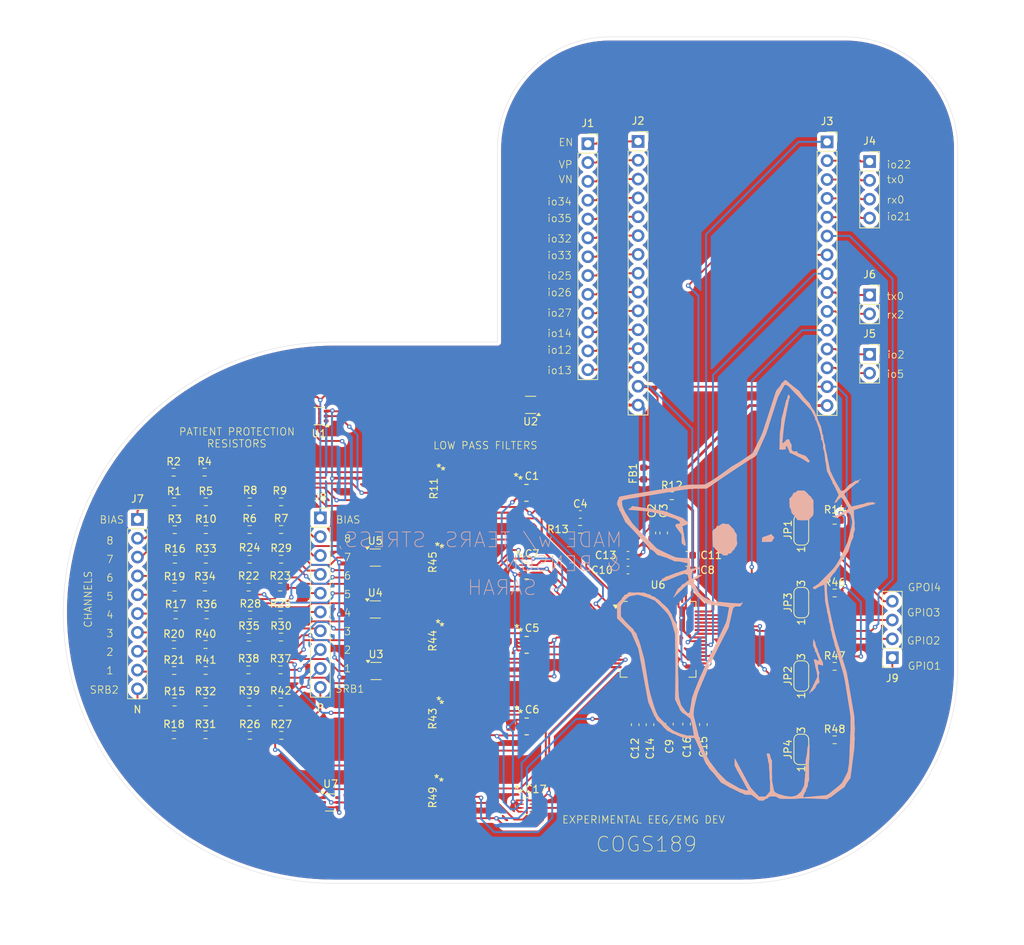
<source format=kicad_pcb>
(kicad_pcb (version 20240108) (generator "pcbnew") (generator_version "8.0")
  (layers (0 "F.Cu" signal) (31 "B.Cu" signal) (34 "B.Paste" user) (35 "F.Paste" user) (36 "B.SilkS" user "B.Silkscreen") (37 "F.SilkS" user "F.Silkscreen") (38 "B.Mask" user) (39 "F.Mask" user) (44 "Edge.Cuts" user))
  (net 0 "")
  (net 1 "in1p")
  (net 2 "BIAS_DRV")
  (net 3 "in2p")
  (net 4 "_SRB1")
  (net 5 "in3p")
  (net 6 "_SRB2")
  (net 7 "SRB2")
  (net 8 "8n")
  (net 9 "in4p")
  (net 10 "5n")
  (net 11 "in5p")
  (net 12 "3n")
  (net 13 "BIAS")
  (net 14 "in6p")
  (net 15 "6n")
  (net 16 "1n")
  (net 17 "in7p")
  (net 18 "4n")
  (net 19 "2n")
  (net 20 "in8p")
  (net 21 "en")
  (net 22 "vn")
  (net 23 "vp")
  (net 24 "io33")
  (net 25 "io32")
  (net 26 "io35")
  (net 27 "io34")
  (net 28 "io14")
  (net 29 "io12")
  (net 30 "io26")
  (net 31 "io13")
  (net 32 "io27")
  (net 33 "io25")
  (net 34 "io22")
  (net 35 "tx0")
  (net 36 "io2")
  (net 37 "rx2")
  (net 38 "MISO")
  (net 39 "rx0")
  (net 40 "DRDY")
  (net 41 "io21")
  (net 42 "MOSI")
  (net 43 "CS")
  (net 44 "tx2")
  (net 45 "io15")
  (net 46 "7n")
  (net 47 "4p")
  (net 48 "8p")
  (net 49 "6p")
  (net 50 "7p")
  (net 51 "5p")
  (net 52 "3p")
  (net 53 "1p")
  (net 54 "2p")
  (net 55 "SRB1")
  (net 56 "GND")
  (net 57 "+5V")
  (net 58 "CLK")
  (net 59 "BIAS_INV")
  (net 64 "Net-(U6-VCAP3)")
  (net 65 "Net-(U6-BIAS_IN)")
  (net 66 "Net-(U6-VCAP2)")
  (net 67 "Net-(U6-VREFP)")
  (net 68 "Net-(U6-VCAP1)")
  (net 69 "Net-(U6-VCAP4)")
  (net 77 "+3V3")
  (net 78 "gpio2ADS")
  (net 79 "SCLK")
  (net 80 "gpio4ADS")
  (net 81 "gpio3ADS")
  (net 82 "gpio1ADS")
  (net 83 "Net-(JP1-B)")
  (net 84 "Net-(JP2-B)")
  (net 85 "Net-(JP3-B)")
  (net 86 "Net-(JP4-B)")
  (net 87 "pin4")
  (net 88 "pin3")
  (net 89 "pin2")
  (net 90 "pin1")
  (net 91 "in1n")
  (net 92 "in2n")
  (net 93 "in3n")
  (net 94 "in4n")
  (net 95 "in5n")
  (net 96 "in7n")
  (net 97 "in8n")
  (net 98 "in6n")
  (net 99 "GNDA")
  (net 100 "Net-(R16-Pad2)")
  (net 101 "Net-(R18-Pad2)")
  (net 102 "Net-(R20-Pad2)")
  (net 103 "Net-(R34-Pad2)")
  (net 104 "Net-(R40-Pad2)")
  (net 105 "Net-(U1-IO2)")
  (net 106 "Net-(U1-IO4)")
  (net 107 "Net-(U4-IO2)")
  (net 108 "Net-(U4-IO4)")
  (net 109 "Net-(R21-Pad2)")
  (net 110 "Net-(U4-IO1)")
  (net 111 "Net-(U3-IO2)")
  (net 112 "Net-(U3-IO4)")
  (net 113 "Net-(R25-Pad2)")
  (net 114 "Net-(U3-IO1)")
  (net 115 "Net-(U5-IO2)")
  (net 116 "Net-(U5-IO1)")
  (net 117 "Net-(R17-Pad2)")
  (net 118 "Net-(U5-IO4)")
  (net 119 "Net-(U7-IO1)")
  (net 120 "Net-(U7-IO4)")
  (net 121 "Net-(R10-Pad1)")
  (net 122 "Net-(U7-IO2)")
  (net 123 "Net-(R1-Pad2)")
  (net 124 "Net-(R2-Pad2)")
  (net 125 "Net-(R11-Pad1)")
  (net 126 "Net-(R6-Pad1)")
  (net 127 "Net-(R8-Pad1)")
  (net 128 "Net-(R10-Pad2)")
  (net 129 "Net-(R15-Pad2)")
  (net 130 "Net-(R19-Pad2)")
  (net 131 "Net-(R22-Pad1)")
  (net 132 "Net-(R24-Pad1)")
  (net 133 "Net-(R32-Pad2)")
  (net 134 "Net-(R37-Pad2)")
  (net 135 "Net-(R39-Pad1)")
  (footprint "Connector_PinSocket_2.54mm:PinSocket_1x13_P2.54mm_Vertical" (layer "F.Cu") (at 142.6875 59.2625)
    (property "Reference" "J1")
    (property "Value" "ESP32_L")
  )
  (footprint "Package_QFP:TQFP-64_10x10mm_P0.5mm" (layer "F.Cu") (at 152.1625 126.1)
    (property "Reference" "U6")
    (property "Value" "ADS1299IPAG")
  )
  (footprint "Resistor_SMD:R_0603_1608Metric" (layer "F.Cu") (at 86.95 134.555)
    (property "Reference" "R15")
    (property "Value" "47k")
  )
  (footprint "Resistor_SMD:R_0603_1608Metric" (layer "F.Cu") (at 91.175 111.305)
    (property "Reference" "R10")
    (property "Value" "47k")
  )
  (footprint "Capacitor_SMD:C_0603_1608Metric" (layer "F.Cu") (at 156.05 114.7625 180)
    (property "Reference" "C11")
    (property "Value" ".1u")
  )
  (footprint "Resistor_SMD:R_0603_1608Metric" (layer "F.Cu") (at 97.025 134.555 180)
    (property "Reference" "R39")
    (property "Value" "47k")
  )
  (footprint "Resistor_SMD:R_0603_1608Metric" (layer "F.Cu") (at 101.325 111.295 180)
    (property "Reference" "R7")
    (property "Value" "47k")
  )
  (footprint "RF:BO_CAY16" (layer "F.Cu") (at 124.2127 147.7533)
    (property "Reference" "R49")
    (property "Value" "CAY16-1002F4LF")
  )
  (footprint "Inductor_SMD:L_0603_1608Metric" (layer "F.Cu") (at 150.2125 103.7375 90)
    (property "Reference" "FB1")
    (property "Value" "FerriteBead")
  )
  (footprint "Resistor_SMD:R_0603_1608Metric" (layer "F.Cu") (at 91.125 134.555)
    (property "Reference" "R32")
    (property "Value" "47k")
  )
  (footprint "RF:BO_CAY16" (layer "F.Cu") (at 124.2987 126.814)
    (property "Reference" "R44")
    (property "Value" "CAY16-1002F4LF")
  )
  (footprint "Resistor_SMD:R_0603_1608Metric" (layer "F.Cu") (at 86.9 107.565)
    (property "Reference" "R1")
    (property "Value" "47k")
  )
  (footprint "Connector_PinSocket_2.54mm:PinSocket_1x04_P2.54mm_Vertical" (layer "F.Cu") (at 180.6875 61.6625)
    (property "Reference" "J4")
    (property "Value" "ESP32_R1")
  )
  (footprint "Resistor_SMD:R_0603_1608Metric" (layer "F.Cu") (at 86.95 119.065)
    (property "Reference" "R19")
    (property "Value" "47k")
  )
  (footprint "Resistor_SMD:R_0603_1608Metric" (layer "F.Cu") (at 91.125 138.975)
    (property "Reference" "R31")
    (property "Value" "47k")
  )
  (footprint "Resistor_SMD:R_0603_1608Metric" (layer "F.Cu") (at 175.975 129.75)
    (property "Reference" "R47")
    (property "Value" "10k")
  )
  (footprint "Connector_PinSocket_2.54mm:PinSocket_1x15_P2.54mm_Vertical" (layer "F.Cu") (at 149.462 58.9525)
    (property "Reference" "J2")
    (property "Value" "ESP32_Left")
  )
  (footprint "Jumper:SolderJumper-3_P1.3mm_Open_RoundedPad1.0x1.5mm_NumberLabels" (layer "F.Cu") (at 171.475 111.35 90)
    (property "Reference" "JP1")
    (property "Value" "SJ_3_Opn")
  )
  (footprint "Resistor_SMD:R_0603_1608Metric" (layer "F.Cu") (at 86.9 130.31)
    (property "Reference" "R21")
    (property "Value" "47k")
  )
  (footprint "Resistor_SMD:R_0603_1608Metric" (layer "F.Cu") (at 86.875 126.815)
    (property "Reference" "R20")
    (property "Value" "47k")
  )
  (footprint "Jumper:SolderJumper-3_P1.3mm_Open_RoundedPad1.0x1.5mm_NumberLabels" (layer "F.Cu") (at 171.475 140.95 90)
    (property "Reference" "JP4")
    (property "Value" "SJ_3_Opn")
  )
  (footprint "Resistor_SMD:R_0603_1608Metric" (layer "F.Cu") (at 87 115.305)
    (property "Reference" "R16")
    (property "Value" "47k")
  )
  (footprint "Resistor_SMD:R_0603_1608Metric" (layer "F.Cu") (at 97.15 122.815 180)
    (property "Reference" "R28")
    (property "Value" "47k")
  )
  (footprint "Capacitor_SMD:CKCL44_TDK" (layer "F.Cu") (at 134.4116 106.346)
    (property "Reference" "C1")
    (property "Value" "CKCL44X7R1H102M085AA")
  )
  (footprint "Resistor_SMD:R_0603_1608Metric" (layer "F.Cu") (at 101.325 115.305 180)
    (property "Reference" "R29")
    (property "Value" "47k")
  )
  (footprint "Resistor_SMD:R_0603_1608Metric" (layer "F.Cu") (at 141.65 111.2625)
    (property "Reference" "R13")
    (property "Value" "1M")
  )
  (footprint "Connector_PinSocket_2.54mm:PinSocket_1x10_P2.54mm_Vertical" (layer "F.Cu") (at 81.95 109.93)
    (property "Reference" "J7")
    (property "Value" "N")
  )
  (footprint "Package_TO_SOT_SMD:SOT-363_SC-70-6" (layer "F.Cu") (at 134.9735 94.484 180)
    (property "Reference" "U2")
    (property "Value" "~")
  )
  (footprint "Resistor_SMD:R_0603_1608Metric" (layer "F.Cu") (at 97.075 111.305 180)
    (property "Reference" "R6")
    (property "Value" "47k")
  )
  (footprint "Resistor_SMD:R_0603_1608Metric" (layer "F.Cu") (at 91.175 115.305)
    (property "Reference" "R33")
    (property "Value" "47k")
  )
  (footprint "Capacitor_SMD:C_0603_1608Metric" (layer "F.Cu") (at 148.1 114.7625 180)
    (property "Reference" "C13")
    (property "Value" "1u")
  )
  (footprint "Jumper:SolderJumper-3_P1.3mm_Open_RoundedPad1.0x1.5mm_NumberLabels" (layer "F.Cu") (at 171.475 131.05 90)
    (property "Reference" "JP2")
    (property "Value" "SJ_3_Opn")
  )
  (footprint "Package_TO_SOT_SMD:SOT-363_SC-70-6" (layer "F.Cu") (at 114.025 115.075)
    (property "Reference" "U5")
    (property "Value" "~")
  )
  (footprint "Resistor_SMD:R_0603_1608Metric" (layer "F.Cu") (at 91.15 130.3)
    (property "Reference" "R41")
    (property "Value" "47k")
  )
  (footprint "Capacitor_SMD:CKCL44_TDK" (layer "F.Cu") (at 134.4384 126.846)
    (property "Reference" "C5")
    (property "Value" "CKCL44X7R1H102M085AA")
  )
  (footprint "Package_TO_SOT_SMD:SOT-363_SC-70-6" (layer "F.Cu") (at 108 148.1)
    (property "Reference" "U7")
    (property "Value" "~")
  )
  (footprint "Capacitor_SMD:C_0603_1608Metric" (layer "F.Cu") (at 158.269 137.5995 90)
    (property "Reference" "C15")
    (property "Value" "1u")
  )
  (footprint "Capacitor_SMD:C_0603_1608Metric" (layer "F.Cu") (at 151.074 137.617 90)
    (property "Reference" "C14")
    (property "Value" ".1u")
  )
  (footprint "Resistor_SMD:R_0603_1608Metric" (layer "F.Cu") (at 101.2 119.045 180)
    (property "Reference" "R23")
    (property "Value" "47k")
  )
  (footprint "Resistor_SMD:R_0603_1608Metric" (layer "F.Cu") (at 91 103.555)
    (property "Reference" "R4")
    (property "Value" "47k")
  )
  (footprint "Package_TO_SOT_SMD:SOT-363_SC-70-6" (layer "F.Cu") (at 106.45 96 180)
    (property "Reference" "U1")
    (property "Value" "~")
  )
  (footprint "Resistor_SMD:R_0603_1608Metric" (layer "F.Cu") (at 101.25 122.805 180)
    (property "Reference" "R25")
    (property "Value" "47k")
  )
  (footprint "Capacitor_SMD:C_0603_1608Metric" (layer "F.Cu") (at 149.074 137.617 90)
    (property "Reference" "C12")
    (property "Value" "10u")
  )
  (footprint "Capacitor_SMD:CKCL44_TDK" (layer "F.Cu") (at 134.4384 116.846)
    (property "Reference" "C7")
    (property "Value" "CKCL44X7R1H102M085AA")
  )
  (footprint "Resistor_SMD:R_0603_1608Metric" (layer "F.Cu") (at 101.35 139.055 180)
    (property "Reference" "R27")
    (property "Value" "47k")
  )
  (footprint "RF:BO_CAY16" (layer "F.Cu") (at 124.2607 137.29)
    (property "Reference" "R43")
    (property "Value" "CAY16-1002F4LF")
  )
  (footprint "Resistor_SMD:R_0603_1608Metric" (layer "F.Cu") (at 96.95 119.055 180)
    (property "Reference" "R22")
    (property "Value" "47k")
  )
  (footprint "Resistor_SMD:R_0603_1608Metric" (layer "F.Cu") (at 91.125 126.805)
    (property "Reference" "R40")
    (property "Value" "47k")
  )
  (footprint "Resistor_SMD:R_0603_1608Metric" (layer "F.Cu") (at 91.275 122.805)
    (property "Reference" "R36")
    (property "Value" "47k")
  )
  (footprint "Resistor_SMD:R_0603_1608Metric" (layer "F.Cu") (at 97.075 115.305 180)
    (property "Reference" "R24")
    (property "Value" "47k")
  )
  (footprint "Capacitor_SMD:C_0603_1608Metric" (layer "F.Cu") (at 141.675 109.2625)
    (property "Reference" "C4")
    (property "Value" "1.5n")
  )
  (footprint "Capacitor_SMD:C_0603_1608Metric" (layer "F.Cu") (at 156.05 116.7625 180)
    (property "Reference" "C8")
    (property "Value" "1u")
  )
  (footprint "Resistor_SMD:R_0603_1608Metric" (layer "F.Cu") (at 101.325 107.555 180)
    (property "Reference" "R9")
    (property "Value" "47k")
  )
  (footprint "Resistor_SMD:R_0603_1608Metric" (layer "F.Cu") (at 86.825 103.565)
    (property "Reference" "R2")
    (property "Value" "47k")
  )
  (footprint "Resistor_SMD:R_0603_1608Metric" (layer "F.Cu") (at 101.275 134.545 180)
    (property "Reference" "R42")
    (property "Value" "47k")
  )
  (footprint "RF:BO_CAY16" (layer "F.Cu") (at 124.4503 105.79)
    (property "Reference" "R11")
    (property "Value" "CAY16-1002F4LF")
  )
  (footprint "Resistor_SMD:R_0603_1608Metric" (layer "F.Cu") (at 96.985 125.82 180)
    (property "Reference" "R35")
    (property "Value" "47k")
  )
  (footprint "Connector_PinSocket_2.54mm:PinSocket_1x15_P2.54mm_Vertical" (layer "F.Cu") (at 174.95 59.0125)
    (property "Reference" "J3")
    (property "Value" "ESP32_Right")
  )
  (footprint "Capacitor_SMD:CKCL44_TDK" (layer "F.Cu") (at 134.4384 148.584)
    (property "Reference" "C17")
    (property "Value" "CKCL44X7R1H102M085AA")
  )
  (footprint "Resistor_SMD:R_0603_1608Metric" (layer "F.Cu") (at 86.975 111.315)
    (property "Reference" "R3")
    (property "Value" "47k")
  )
  (footprint "Resistor_SMD:R_0603_1608Metric" (layer "F.Cu") (at 97.1 139.055)
    (property "Reference" "R26")
    (property "Value" "47k")
  )
  (footprint "Resistor_SMD:R_0603_1608Metric" (layer "F.Cu") (at 175.975 139.65)
    (property "Reference" "R48")
    (property "Value" "10k")
  )
  (footprint "Capacitor_SMD:C_0603_1608Metric" (layer "F.Cu") (at 148.1 116.7625 180)
    (property "Reference" "C10")
    (property "Value" ".1u")
  )
  (footprint "Resistor_SMD:R_0603_1608Metric" (layer "F.Cu") (at 91.175 107.555)
    (property "Reference" "R5")
    (property "Value" "47k")
  )
  (footprint "Resistor_SMD:R_0603_1608Metric" (layer "F.Cu") (at 175.975 119.85)
    (property "Reference" "R46")
    (property "Value" "10k")
  )
  (footprint "Capacitor_SMD:C_0603_1608Metric" (layer "F.Cu") (at 152.9125 111.7625 -90)
    (property "Reference" "C3")
    (property "Value" ".1u")
  )
  (footprint "Resistor_SMD:R_0603_1608Metric" (layer "F.Cu") (at 91.05 119.055)
    (property "Reference" "R34")
    (property "Value" "47k")
  )
  (footprint "Connector_PinSocket_2.54mm:PinSocket_1x04_P2.54mm_Vertical" (layer "F.Cu") (at 183.75 128.58 180)
    (property "Reference" "J9")
    (property "Value" "gpioADS")
  )
  (footprint "Resistor_SMD:R_0603_1608Metric" (layer "F.Cu") (at 87.1 122.805)
    (property "Reference" "R17")
    (property "Value" "47k")
  )
  (footprint "Resistor_SMD:R_0603_1608Metric" (layer "F.Cu") (at 86.875 138.985)
    (property "Reference" "R18")
    (property "Value" "47k")
  )
  (footprint "Connector_PinSocket_2.54mm:PinSocket_1x02_P2.54mm_Vertical" (layer "F.Cu") (at 180.6875 87.6625)
    (property "Reference" "J5")
    (property "Value" "ESP32_R3")
  )
  (footprint "Capacitor_SMD:C_0603_1608Metric" (layer "F.Cu") (at 151.325 111.7625 -90)
    (property "Reference" "C2")
    (property "Value" "1u")
  )
  (footprint "Resistor_SMD:R_0603_1608Metric" (layer "F.Cu") (at 154.0125 106.7375 180)
    (property "Reference" "R12")
    (property "Value" "10k")
  )
  (footprint "Connector_PinSocket_2.54mm:PinSocket_1x10_P2.54mm_Vertical" (layer "F.Cu") (at 106.6125 109.7125)
    (property "Reference" "J8")
    (property "Value" "P")
  )
  (footprint "Jumper:SolderJumper-3_P1.3mm_Open_RoundedPad1.0x1.5mm_NumberLabels" (layer "F.Cu") (at 171.475 121.15 90)
    (property "Reference" "JP3")
    (property "Value" "SJ_3_Opn")
  )
  (footprint "Connector_PinSocket_2.54mm:PinSocket_1x02_P2.54mm_Vertical" (layer "F.Cu") (at 180.6875 79.6625)
    (property "Reference" "J6")
    (property "Value" "ESP32_R2")
  )
  (footprint "Resistor_SMD:R_0603_1608Metric" (layer "F.Cu") (at 101.31 125.8 180)
    (property "Reference" "R30")
    (property "Value" "47k")
  )
  (footprint "Capacitor_SMD:C_0603_1608Metric" (layer "F.Cu") (at 156.0065 137.537 -90)
    (property "Reference" "C16")
    (property "Value" "100u")
  )
  (footprint "Capacitor_SMD:CKCL44_TDK" (layer "F.Cu") (at 134.4384 137.846)
    (property "Reference" "C6")
    (property "Value" "CKCL44X7R1H102M085AA")
  )
  (footprint "Resistor_SMD:R_0603_1608Metric" (layer "F.Cu") (at 97.075 107.565 180)
    (property "Reference" "R8")
    (property "Value" "47k")
  )
  (footprint "Resistor_SMD:R_0603_1608Metric" (layer "F.Cu") (at 96.92 130.22 180)
    (property "Reference" "R38")
    (property "Value" "47k")
  )
  (footprint "Resistor_SMD:R_0603_1608Metric" (layer "F.Cu") (at 175.975 110.05)
    (property "Reference" "R14")
    (property "Value" "10k")
  )
  (footprint "RF:BO_CAY16" (layer "F.Cu") (at 124.2987 116.2293)
    (property "Reference" "R45")
    (property "Value" "CAY16-1002F4LF")
  )
  (footprint "Package_TO_SOT_SMD:SOT-363_SC-70-6" (layer "F.Cu") (at 114.125 130.375)
    (property "Reference" "U3")
    (property "Value" "~")
  )
  (footprint "Capacitor_SMD:C_0603_1608Metric" (layer "F.Cu") (at 153.694 137.537 90)
    (property "Reference" "C9")
    (property "Value" "1u")
  )
  (footprint "Resistor_SMD:R_0603_1608Metric" (layer "F.Cu") (at 101.245 130.22 180)
    (property "Reference" "R37")
    (property "Value" "47k")
  )
  (footprint "Package_TO_SOT_SMD:SOT-363_SC-70-6" (layer "F.Cu") (at 114.025 122.075)
    (property "Reference" "U4")
    (property "Value" "~")
  )
  (gr_poly (pts (xy 174.58052 99.63488) (xy 174.713974 99.965607) (xy 174.58052 100.296348) (xy 174.447067 100.627075) (xy 174.447067 99.304153)) (stroke (width -0.000001)) (fill solid) (layer "B.SilkS"))
  (gr_poly (pts (xy 178.556411 109.821258) (xy 178.677414 110.284271) (xy 178.556411 110.747314) (xy 178.435394 111.210327) (xy 178.435394 109.358246)) (stroke (width -0.000001)) (fill solid) (layer "B.SilkS"))
  (gr_poly (pts (xy 167.45153 144.547653) (xy 167.537933 146.399734) (xy 168.090454 146.862747) (xy 168.642975 147.325775) (xy 168.415222 147.317779) (xy 168.415313 147.317673) (xy 168.187561 147.309677) (xy 167.72454 147.039993) (xy 167.26152 146.770309) (xy 167.313324 144.732941) (xy 167.365127 142.695572)) (stroke (width -0.000001)) (fill solid) (layer "B.SilkS"))
  (gr_poly (pts (xy 171.759437 106.299286) (xy 172.156311 106.345581) (xy 172.619331 106.889084) (xy 173.082351 107.432571) (xy 173.082351 109.188217) (xy 172.66658 109.604004) (xy 172.250808 110.019775) (xy 171.75943 110.019867) (xy 171.268059 110.019867) (xy 170.830131 109.58194) (xy 170.392189 109.143997) (xy 170.137817 108.474945) (xy 169.883445 107.805893) (xy 170.192077 107.060791) (xy 170.500709 106.315689) (xy 170.931633 106.284286) (xy 171.362556 106.252991)) (stroke (width -0.000001)) (fill solid) (layer "B.SilkS"))
  (gr_poly (pts (xy 169.630729 91.492416) (xy 170.122658 91.755684) (xy 171.490326 93.280891) (xy 172.858009 94.806099) (xy 173.134826 95.335258) (xy 173.411636 95.864426) (xy 173.159866 95.599846) (xy 172.908096 95.335258) (xy 171.895775 94.067261) (xy 170.883453 92.799263) (xy 170.097336 92.239494) (xy 169.311203 91.679726) (xy 168.835205 92.310776) (xy 168.359207 92.941826) (xy 167.649246 95.196884) (xy 166.939277 97.451935) (xy 166.168579 99.324646) (xy 165.39788 101.197365) (xy 162.0942 103.378883) (xy 158.790519 105.560409) (xy 155.752083 105.820755) (xy 151.651031 106.493881) (xy 147.549988 107.167023) (xy 147.322998 107.378357) (xy 147.096 107.589691) (xy 147.389511 108.473953) (xy 147.683014 109.3582) (xy 149.336296 111.259415) (xy 150.989586 113.160629) (xy 151.732475 113.738037) (xy 152.475364 114.315445) (xy 153.785835 114.813385) (xy 155.096298 115.311325) (xy 156.413543 115.311325) (xy 156.435547 115.906631) (xy 156.457649 116.501938) (xy 156.549949 117.031113) (xy 156.64225 117.560272) (xy 156.772239 118.089447) (xy 156.902229 118.618622) (xy 156.922432 118.807846) (xy 156.942733 118.99707) (xy 158.550338 120.828033) (xy 159.876228 121.112381) (xy 161.202118 121.396728) (xy 162.181274 121.427429) (xy 163.160446 121.45813) (xy 162.704895 121.577682) (xy 162.249351 121.697235) (xy 161.97876 122.671448) (xy 161.708183 123.645676) (xy 161.707184 123.852035) (xy 161.706184 124.05838) (xy 159.876503 127.820785) (xy 158.046829 131.583176) (xy 157.495247 133.22847) (xy 156.94368 134.873764) (xy 156.94368 137.204178) (xy 158.303604 141.370163) (xy 158.85498 142.297485) (xy 159.406357 143.224823) (xy 160.490127 144.371139) (xy 161.57389 145.517456) (xy 162.555542 146.024795) (xy 163.537185 146.53212) (xy 164.352012 146.53212) (xy 164.352012 146.352127) (xy 163.563064 144.920792) (xy 162.774101 143.489456) (xy 162.774101 142.960281) (xy 163.523063 144.318481) (xy 164.272026 145.676666) (xy 164.847099 146.484283) (xy 165.422172 147.291901) (xy 166.143875 147.40155) (xy 166.865577 147.511215) (xy 166.169441 147.550995) (xy 165.474228 147.590591) (xy 165.144851 147.193726) (xy 164.815483 146.796844) (xy 163.539757 146.796844) (xy 162.291786 146.158249) (xy 161.043808 145.519653) (xy 160.078537 144.504608) (xy 159.113258 143.489563) (xy 158.302261 141.862594) (xy 157.491249 140.235626) (xy 157.04805 138.471237) (xy 156.604851 136.706833) (xy 156.002487 136.312149) (xy 155.400139 135.91748) (xy 154.980827 134.869522) (xy 154.561516 133.821564) (xy 154.613418 129.395142) (xy 154.665321 124.968735) (xy 154.811813 129.778992) (xy 154.958313 134.589249) (xy 155.50357 135.318542) (xy 156.048843 136.047851) (xy 156.3255 136.140045) (xy 156.602157 136.232239) (xy 156.753059 134.966064) (xy 156.903946 133.699905) (xy 157.864433 131.450943) (xy 158.824936 129.20198) (xy 159.973396 126.953018) (xy 161.121856 124.704056) (xy 161.428177 123.563034) (xy 161.734489 122.421997) (xy 161.872169 122.063202) (xy 162.009849 121.704422) (xy 160.559601 121.523239) (xy 159.109359 121.342041) (xy 158.303451 120.851944) (xy 157.497543 120.361832) (xy 157.054176 119.490234) (xy 156.610809 118.618637) (xy 156.403808 118.388443) (xy 155.296722 119.429581) (xy 154.189644 120.470718) (xy 154.556572 119.941543) (xy 154.923515 119.412384) (xy 155.653106 118.750931) (xy 156.38269 118.089477) (xy 156.231407 116.832703) (xy 156.080124 115.575928) (xy 155.186653 115.575928) (xy 153.813843 115.168243) (xy 152.441032 114.760559) (xy 150.723961 113.154312) (xy 149.006889 111.548065) (xy 148.06504 110.265015) (xy 147.123192 108.981949) (xy 146.820808 107.118606) (xy 147.185402 106.989014) (xy 147.54998 106.859405) (xy 150.724983 106.29863) (xy 153.899986 105.737854) (xy 156.321434 105.496948) (xy 158.742881 105.256058) (xy 161.916168 103.122558) (xy 165.089454 100.989082) (xy 165.880096 99.220512) (xy 166.670738 97.451942) (xy 167.253837 95.467575) (xy 167.836937 93.483192) (xy 168.487877 92.356171) (xy 169.138809 91.229149)) (stroke (width -0.000001)) (fill solid) (layer "B.SilkS"))
  (gr_poly (pts (xy 174.321396 98.593147) (xy 174.460373 98.940407) (xy 174.300522 99.100265) (xy 174.300476 99.100265) (xy 174.140625 99.260116) (xy 174.161529 98.752998) (xy 174.182434 98.24588)) (stroke (width -0.000001)) (fill solid) (layer "B.SilkS"))
  (gr_poly (pts (xy 152.53038 108.828735) (xy 154.04924 109.22435) (xy 155.148727 109.785263) (xy 156.24823 110.346176) (xy 155.603691 110.703171) (xy 154.959152 111.060181) (xy 155.235801 111.069183) (xy 155.512451 111.078186) (xy 155.643051 113.01709) (xy 155.779739 113.238266) (xy 155.916443 113.459442) (xy 155.811798 113.459427) (xy 155.707985 113.459427) (xy 155.531593 113.283035) (xy 155.355201 113.106659) (xy 155.355201 111.973068) (xy 154.966743 111.459473) (xy 154.578285 110.945877) (xy 154.570282 110.747436) (xy 154.562278 110.549011) (xy 155.025299 110.541016) (xy 155.488319 110.53302) (xy 154.95916 110.132904) (xy 154.429992 109.732788) (xy 153.025001 109.324173) (xy 151.62001 108.915542) (xy 148.079986 108.502731) (xy 149.545746 108.467926) (xy 151.011512 108.433121)) (stroke (width -0.000001)) (fill solid) (layer "B.SilkS"))
  (gr_poly (pts (xy 169.55458 94.232727) (xy 169.730957 94.409119) (xy 169.55458 94.58551) (xy 169.378189 94.761902) (xy 169.378189 94.056351)) (stroke (width -0.000001)) (fill solid) (layer "B.SilkS"))
  (gr_poly (pts (xy 172.533592 106.688644) (xy 172.843384 107.06192) (xy 172.998451 108.017548) (xy 173.153534 108.97319) (xy 172.680061 109.496368) (xy 172.206588 110.019546) (xy 171.268074 110.019546) (xy 170.893738 109.645203) (xy 170.519401 109.270859) (xy 170.18193 108.456146) (xy 169.844459 107.641418) (xy 170.278892 106.978393) (xy 170.71331 106.315369) (xy 172.223816 106.315369)) (stroke (width -0.000001)) (fill solid) (layer "B.SilkS"))
  (gr_poly (pts (xy 169.778328 93.746994) (xy 169.609344 94.275223) (xy 169.218483 96.889252) (xy 168.827621 99.503273) (xy 169.006843 99.668312) (xy 169.18605 99.833351) (xy 169.304168 99.502624) (xy 169.422287 99.171898) (xy 169.86531 99.171898) (xy 170.029762 99.920639) (xy 170.194214 100.669372) (xy 172.049499 101.397339) (xy 172.333748 101.739838) (xy 172.617988 102.082329) (xy 172.387169 102.05146) (xy 172.156326 102.02066) (xy 171.034248 101.456177) (xy 169.91217 100.891693) (xy 169.751198 100.402031) (xy 169.590225 99.912384) (xy 169.299003 100.20359) (xy 169.007782 100.494812) (xy 168.58445 100.494812) (xy 168.58445 98.16011) (xy 168.96878 96.151382) (xy 169.353111 94.142639) (xy 169.650222 93.68071) (xy 169.947319 93.218773)) (stroke (width -0.000001)) (fill solid) (layer "B.SilkS"))
  (gr_poly (pts (xy 173.876114 119.015549) (xy 173.611526 119.015549) (xy 173.611526 118.750961) (xy 173.876114 118.750961)) (stroke (width -0.000001)) (fill solid) (layer "B.SilkS"))
  (gr_poly (pts (xy 169.589271 91.47541) (xy 170.03965 91.721588) (xy 171.097976 92.856666) (xy 172.156303 93.991745) (xy 170.905441 92.877602) (xy 169.654579 91.763473) (xy 169.156753 91.763473) (xy 168.634742 92.623375) (xy 168.112724 93.483269) (xy 167.414032 95.798378) (xy 166.715332 98.11348) (xy 166.56324 98.113487) (xy 166.411148 98.113487) (xy 166.550491 97.750366) (xy 166.689834 97.387237) (xy 167.837021 93.483276) (xy 168.487961 92.356254) (xy 169.138893 91.229233)) (stroke (width -0.000001)) (fill solid) (layer "B.SilkS"))
  (gr_poly (pts (xy 173.881134 129.195755) (xy 173.546737 129.598678) (xy 173.346939 129.598678) (xy 173.346939 129.126129) (xy 173.781234 128.959473) (xy 174.215545 128.792816)) (stroke (width -0.000001)) (fill solid) (layer "B.SilkS"))
  (gr_poly (pts (xy 178.290207 111.822174) (xy 178.429184 112.169449) (xy 178.269333 112.3293) (xy 178.269287 112.3293) (xy 178.109436 112.489151) (xy 178.13034 111.98204) (xy 178.151245 111.474914)) (stroke (width -0.000001)) (fill solid) (layer "B.SilkS"))
  (gr_poly (pts (xy 178.028579 133.638885) (xy 178.150558 134.106934) (xy 178.018783 134.432632) (xy 178.018402 134.432632) (xy 177.886627 134.758316) (xy 177.906616 133.170822)) (stroke (width -0.000001)) (fill solid) (layer "B.SilkS"))
  (gr_poly (pts (xy 173.787903 131.803863) (xy 173.964294 131.980255) (xy 173.258728 131.980255) (xy 173.611511 131.627472)) (stroke (width -0.000001)) (fill solid) (layer "B.SilkS"))
  (gr_poly (pts (xy 175.110824 102.699394) (xy 175.287201 102.875786) (xy 175.110824 103.052177) (xy 174.934433 103.228569) (xy 174.934433 102.523003)) (stroke (width -0.000001)) (fill solid) (layer "B.SilkS"))
  (gr_poly (pts (xy 168.828132 99.290893) (xy 168.849029 100.071411) (xy 169.166527 99.753914) (xy 169.484024 99.436417) (xy 169.907364 99.436417) (xy 169.907364 100.053772) (xy 169.735084 99.881492) (xy 169.562805 99.709221) (xy 169.227485 100.167801) (xy 169.227455 100.167793) (xy 168.892135 100.626381) (xy 168.712448 99.910454) (xy 168.53276 99.194527) (xy 168.669998 98.852447) (xy 168.807235 98.510361)) (stroke (width -0.000001)) (fill solid) (layer "B.SilkS"))
  (gr_poly (pts (xy 167.622108 112.141022) (xy 167.85041 112.354904) (xy 167.672638 112.642548) (xy 167.49488 112.930191) (xy 166.849037 112.930206) (xy 166.203193 112.930206) (xy 166.203193 112.383972) (xy 166.7985 112.155548) (xy 167.393806 111.927139)) (stroke (width -0.000001)) (fill solid) (layer "B.SilkS"))
  (gr_poly (pts (xy 174.850601 101.238876) (xy 174.989563 101.586143) (xy 174.829712 101.745994) (xy 174.829696 101.745994) (xy 174.66983 101.905846) (xy 174.690735 101.398727) (xy 174.711639 100.891617)) (stroke (width -0.000001)) (fill solid) (layer "B.SilkS"))
  (gr_poly (pts (xy 174.537552 147.58258) (xy 173.346939 147.565781) (xy 173.346939 147.565689) (xy 172.156311 147.548889) (xy 172.420898 147.459396) (xy 172.685478 147.369903) (xy 173.97792 147.244186) (xy 175.27037 147.118469)) (stroke (width -0.000001)) (fill solid) (layer "B.SilkS"))
  (gr_poly (pts (xy 157.736526 117.692703) (xy 157.339653 117.949188) (xy 156.810486 117.949188) (xy 157.207359 117.692703) (xy 157.60424 117.436218) (xy 158.133407 117.436218)) (stroke (width -0.000001)) (fill solid) (layer "B.SilkS"))
  (gr_poly (pts (xy 175.374252 122.91832) (xy 175.507705 123.249054) (xy 175.374252 123.579758) (xy 175.240799 123.910492) (xy 175.240799 122.587585)) (stroke (width -0.000001)) (fill solid) (layer "B.SilkS"))
  (gr_poly (pts (xy 169.558815 94.095207) (xy 169.697777 94.442474) (xy 169.537925 94.602325) (xy 169.53791 94.602325) (xy 169.378059 94.762176) (xy 169.398956 94.255058) (xy 169.419853 93.747948)) (stroke (width -0.000001)) (fill solid) (layer "B.SilkS"))
  (gr_poly (pts (xy 169.554588 94.233055) (xy 169.730964 94.409447) (xy 169.554588 94.585838) (xy 169.378196 94.76223) (xy 169.378196 94.056679)) (stroke (width -0.000001)) (fill solid) (layer "B.SilkS"))
  (gr_poly (pts (xy 174.853576 119.880615) (xy 174.975555 120.348679) (xy 174.84378 120.674362) (xy 174.843399 120.674362) (xy 174.711624 121.000061) (xy 174.721618 120.206314) (xy 174.731613 119.412567)) (stroke (width -0.000001)) (fill solid) (layer "B.SilkS"))
  (gr_poly (pts (xy 175.507721 123.248901) (xy 175.374267 123.579605) (xy 175.240814 123.910339) (xy 175.240814 122.587433)) (stroke (width -0.000001)) (fill solid) (layer "B.SilkS"))
  (gr_poly (pts (xy 173.447723 132.521988) (xy 172.970894 132.978699) (xy 172.494056 133.435425) (xy 172.844337 132.852157) (xy 173.19461 132.268875)) (stroke (width -0.000001)) (fill solid) (layer "B.SilkS"))
  (gr_poly (pts (xy 167.440246 112.226898) (xy 167.579086 112.365738) (xy 167.404686 112.647934) (xy 167.230285 112.93013) (xy 166.499 112.93013) (xy 166.347252 112.684585) (xy 166.195503 112.439056) (xy 166.748451 112.26355) (xy 167.301399 112.088043)) (stroke (width -0.000001)) (fill solid) (layer "B.SilkS"))
  (gr_poly (pts (xy 152.113456 108.836471) (xy 153.237198 108.967224) (xy 154.7593 109.643616) (xy 156.281387 110.320023) (xy 155.704414 110.632797) (xy 155.127434 110.945587) (xy 155.654731 111.886841) (xy 155.541015 112.474548) (xy 155.427345 113.062256) (xy 155.391342 112.421631) (xy 155.355339 111.781006) (xy 154.922447 111.302673) (xy 154.489555 110.824341) (xy 154.922447 110.658234) (xy 155.355339 110.492111) (xy 155.355339 110.091446) (xy 154.230858 109.665268) (xy 153.106376 109.23909) (xy 152.04805 108.972397) (xy 150.989723 108.705704)) (stroke (width -0.000001)) (fill solid) (layer "B.SilkS"))
  (gr_poly (pts (xy 152.974037 118.221634) (xy 152.709449 118.221634) (xy 152.709449 117.957046) (xy 152.974037 117.957046)) (stroke (width -0.000001)) (fill solid) (layer "B.SilkS"))
  (gr_poly (pts (xy 174.094772 128.787231) (xy 174.365219 129.563034) (xy 173.856079 129.52475) (xy 173.346939 129.486343) (xy 173.346939 129.069778) (xy 173.911758 129.069778) (xy 173.743805 128.540604) (xy 173.575851 128.011444) (xy 173.824325 128.011444)) (stroke (width -0.000001)) (fill solid) (layer "B.SilkS"))
  (gr_poly (pts (xy 170.373459 147.409164) (xy 170.833397 147.529571) (xy 169.775055 147.524567) (xy 169.775062 147.523895) (xy 168.716736 147.51889) (xy 169.315132 147.403824) (xy 169.913521 147.288757)) (stroke (width -0.000001)) (fill solid) (layer "B.SilkS"))
  (gr_poly (pts (xy 169.289993 95.291069) (xy 169.466385 95.467461) (xy 169.289993 95.643852) (xy 169.113601 95.820229) (xy 169.113601 95.114677)) (stroke (width -0.000001)) (fill solid) (layer "B.SilkS"))
  (gr_poly (pts (xy 161.669479 110.837952) (xy 162.3666 111.227768) (xy 162.607292 112.193222) (xy 162.847984 113.158691) (xy 162.402755 113.838196) (xy 161.957535 114.5177) (xy 161.184883 114.517715) (xy 160.412231 114.517715) (xy 160.000351 113.929672) (xy 159.58847 113.341629) (xy 159.58847 111.354904) (xy 160.280418 110.90152) (xy 160.972366 110.448135)) (stroke (width -0.000001)) (fill solid) (layer "B.SilkS"))
  (gr_poly (pts (xy 154.477684 124.25766) (xy 154.616646 124.604935) (xy 154.456794 124.764786) (xy 154.456779 124.764786) (xy 154.296928 124.924637) (xy 154.317825 124.417511) (xy 154.338722 123.910385)) (stroke (width -0.000001)) (fill solid) (layer "B.SilkS"))
  (gr_poly (pts (xy 152.775573 121.363113) (xy 153.238594 121.726242) (xy 153.238594 121.926041) (xy 153.138702 121.926025) (xy 153.038803 121.926025) (xy 152.675682 121.463013) (xy 152.312553 121)) (stroke (width -0.000001)) (fill solid) (layer "B.SilkS"))
  (gr_poly (pts (xy 150.773529 132.724335) (xy 150.912498 133.071594) (xy 150.75264 133.23146) (xy 150.752624 133.23146) (xy 150.592773 133.391312) (xy 150.61367 132.884186) (xy 150.634567 132.37706)) (stroke (width -0.000001)) (fill solid) (layer "B.SilkS"))
  (gr_poly (pts (xy 165.928032 99.840195) (xy 165.938629 100.112045) (xy 165.53144 100.693405) (xy 165.124237 101.274757) (xy 161.949325 103.396995) (xy 158.774406 105.519256) (xy 157.263282 105.66214) (xy 155.752189 105.805023) (xy 151.452713 106.514145) (xy 147.153236 107.223251) (xy 147.153236 107.919723) (xy 147.511719 108.77771) (xy 147.870208 109.635696) (xy 151.178146 113.469589) (xy 152.347557 114.154907) (xy 153.516967 114.840225) (xy 154.766868 115.18428) (xy 156.016777 115.528335) (xy 155.48761 115.535339) (xy 155.487571 115.535995) (xy 154.958412 115.542999) (xy 153.63549 115.114944) (xy 152.312568 114.686905) (xy 150.152885 112.520233) (xy 147.993194 110.353561) (xy 147.440902 109.270965) (xy 146.888603 108.188385) (xy 146.888603 107.092377) (xy 147.21933 106.975754) (xy 147.550056 106.859146) (xy 150.725059 106.30661) (xy 153.900062 105.754074) (xy 156.320503 105.514831) (xy 158.740936 105.275604) (xy 161.948944 103.121887) (xy 165.156967 100.968185) (xy 165.537201 100.268265) (xy 165.917434 99.568336)) (stroke (width -0.000001)) (fill solid) (layer "B.SilkS"))
  (gr_poly (pts (xy 178.428405 136.21315) (xy 178.645447 137.668365) (xy 178.50264 139.785034) (xy 178.359817 141.901688) (xy 178.198913 143.329025) (xy 178.038009 144.756363) (xy 177.081085 145.816864) (xy 176.12416 146.87738) (xy 174.421371 147.59024) (xy 173.288391 147.552948) (xy 173.289291 147.552994) (xy 172.156311 147.515701) (xy 174.802154 147.189346) (xy 176.652435 146.106399) (xy 177.231277 145.247452) (xy 177.810119 144.388519) (xy 178.205353 141.372528) (xy 178.208359 138.065231) (xy 178.211364 134.757934)) (stroke (width -0.000001)) (fill solid) (layer "B.SilkS"))
  (gr_poly (pts (xy 173.443954 132.518265) (xy 173.115188 132.844559) (xy 172.786415 133.170883) (xy 172.967064 132.696457) (xy 173.14772 132.222031)) (stroke (width -0.000001)) (fill solid) (layer "B.SilkS"))
  (gr_poly (pts (xy 152.974029 118.221802) (xy 152.709442 118.221802) (xy 152.709442 117.957214) (xy 152.974029 117.957214)) (stroke (width -0.000001)) (fill solid) (layer "B.SilkS"))
  (gr_poly (pts (xy 175.19902 103.140602) (xy 174.934433 103.140602) (xy 174.934433 102.876015) (xy 175.19902 102.876015)) (stroke (width -0.000001)) (fill solid) (layer "B.SilkS"))
  (gr_poly (pts (xy 149.850952 119.894058) (xy 150.195884 120.032242) (xy 149.371666 120.053146) (xy 148.547455 120.074051) (xy 147.870628 120.606445) (xy 147.193809 121.13884) (xy 147.018272 121.938065) (xy 146.842735 122.737289) (xy 147.780243 123.775009) (xy 148.717766 124.812729) (xy 149.249069 125.854172) (xy 149.78038 126.895615) (xy 150.213028 129.239517) (xy 150.645691 131.58342) (xy 151.150894 133.694199) (xy 151.656105 135.804962) (xy 152.396522 136.719788) (xy 153.13694 137.634598) (xy 153.8274 138.150101) (xy 154.517853 138.665604) (xy 155.796463 139.009262) (xy 157.075065 139.35292) (xy 156.399414 139.370819) (xy 156.399414 139.370727) (xy 155.723755 139.388626) (xy 154.341491 138.699814) (xy 152.959221 138.011001) (xy 152.313354 137.164215) (xy 151.667488 136.317428) (xy 151.27079 135.368011) (xy 150.874099 134.418594) (xy 150.334511 131.413498) (xy 149.794922 128.408401) (xy 149.392929 127.020096) (xy 148.990936 125.63179) (xy 147.80748 124.299286) (xy 146.624031 122.966782) (xy 146.625007 122.380295) (xy 146.625984 121.793808) (xy 147.14154 120.948273) (xy 147.657089 120.102737) (xy 148.581558 119.929306) (xy 149.506019 119.755875)) (stroke (width -0.000001)) (fill solid) (layer "B.SilkS"))
  (gr_poly (pts (xy 155.26709 138.947571) (xy 155.443481 139.123962) (xy 154.737915 139.123962) (xy 154.914306 138.947571) (xy 155.090698 138.771179)) (stroke (width -0.000001)) (fill solid) (layer "B.SilkS"))
  (gr_poly (pts (xy 173.876114 97.055283) (xy 173.611526 97.055283) (xy 173.611526 96.790687) (xy 173.876114 96.790687)) (stroke (width -0.000001)) (fill solid) (layer "B.SilkS"))
  (gr_poly (pts (xy 169.288841 95.137047) (xy 169.422302 95.467773) (xy 169.288841 95.798515) (xy 169.155388 96.129242) (xy 169.155388 94.80632)) (stroke (width -0.000001)) (fill solid) (layer "B.SilkS"))
  (gr_poly (pts (xy 174.581665 99.789299) (xy 174.758056 99.965691) (xy 174.581665 100.142082) (xy 174.405273 100.318474) (xy 174.405273 99.612923)) (stroke (width -0.000001)) (fill solid) (layer "B.SilkS"))
  (gr_poly (pts (xy 166.459655 98.77494) (xy 166.203178 99.171814) (xy 165.946701 99.568695) (xy 165.946701 99.039528) (xy 166.203178 98.642654) (xy 166.459655 98.245773)) (stroke (width -0.000001)) (fill solid) (layer "B.SilkS"))
  (gr_poly (pts (xy 174.850601 101.238686) (xy 174.989563 101.585953) (xy 174.829712 101.745804) (xy 174.829696 101.745804) (xy 174.66983 101.905655) (xy 174.690735 101.398537) (xy 174.711639 100.891426)) (stroke (width -0.000001)) (fill solid) (layer "B.SilkS"))
  (gr_poly (pts (xy 177.315567 109.226059) (xy 177.050979 109.226059) (xy 177.050979 108.961471) (xy 177.315567 108.961471)) (stroke (width -0.000001)) (fill solid) (layer "B.SilkS"))
  (gr_poly (pts (xy 175.551803 103.669533) (xy 175.375412 103.845932) (xy 175.19902 104.022324) (xy 175.19902 103.316749)) (stroke (width -0.000001)) (fill solid) (layer "B.SilkS"))
  (gr_poly (pts (xy 176.529831 116.090393) (xy 176.254516 116.604828) (xy 175.963913 116.784439) (xy 175.673309 116.964035) (xy 176.128052 116.269989) (xy 176.582794 115.575958) (xy 176.805145 115.575958)) (stroke (width -0.000001)) (fill solid) (layer "B.SilkS"))
  (gr_poly (pts (xy 156.811111 118.354172) (xy 157.185318 119.412506) (xy 158.118515 120.2724) (xy 159.051712 121.132294) (xy 158.819 121.132294) (xy 158.818947 121.132278) (xy 158.586227 121.132278) (xy 157.764496 120.36467) (xy 156.942764 119.597061) (xy 156.938766 119.372482) (xy 156.934768 119.147903) (xy 156.685775 118.754089) (xy 156.436783 118.360275) (xy 155.45742 119.283264) (xy 154.47805 120.206238) (xy 154.892463 119.586685) (xy 155.306862 118.967117) (xy 155.860283 118.579483) (xy 156.413696 118.191864) (xy 156.425293 117.743851) (xy 156.436889 117.295837)) (stroke (width -0.000001)) (fill solid) (layer "B.SilkS"))
  (gr_poly (pts (xy 178.291824 135.485931) (xy 178.412826 135.948944) (xy 178.291824 136.411987) (xy 178.170822 136.875) (xy 178.170822 135.022903)) (stroke (width -0.000001)) (fill solid) (layer "B.SilkS"))
  (gr_poly (pts (xy 173.787903 131.803818) (xy 173.964294 131.980209) (xy 173.258728 131.980209) (xy 173.611511 131.627426)) (stroke (width -0.000001)) (fill solid) (layer "B.SilkS"))
  (gr_poly (pts (xy 169.907364 93.6157) (xy 169.642776 93.6157) (xy 169.642776 93.351112) (xy 169.907364 93.351112)) (stroke (width -0.000001)) (fill solid) (layer "B.SilkS"))
  (gr_poly (pts (xy 173.52333 127.305954) (xy 173.699707 127.482345) (xy 173.52333 127.658737) (xy 173.346939 127.835129) (xy 173.346939 127.129562)) (stroke (width -0.000001)) (fill solid) (layer "B.SilkS"))
  (gr_poly (pts (xy 172.288597 101.817695) (xy 172.024009 101.817695) (xy 172.024009 101.553101) (xy 172.288597 101.553101)) (stroke (width -0.000001)) (fill solid) (layer "B.SilkS"))
  (gr_poly (pts (xy 173.987945 128.540649) (xy 174.386474 129.202103) (xy 174.395477 129.428848) (xy 174.40448 129.655594) (xy 173.644928 129.36412) (xy 173.516433 129.679993) (xy 173.517212 129.679993) (xy 173.388717 129.99585) (xy 173.367813 129.384918) (xy 173.346908 128.774002) (xy 173.639831 128.955048) (xy 173.932754 129.136093) (xy 173.761078 128.507645) (xy 173.589401 127.879196)) (stroke (width -0.000001)) (fill solid) (layer "B.SilkS"))
  (gr_poly (pts (xy 169.031288 96.592209) (xy 169.15229 97.055229) (xy 169.031288 97.518249) (xy 168.910278 97.98127) (xy 168.910278 96.129188)) (stroke (width -0.000001)) (fill solid) (layer "B.SilkS"))
  (gr_poly (pts (xy 167.454353 143.693924) (xy 167.558487 144.692016) (xy 167.452217 145.546005) (xy 167.452484 145.546005) (xy 167.346214 146.400009) (xy 167.348213 144.547913) (xy 167.350212 142.695831)) (stroke (width -0.000001)) (fill solid) (layer "B.SilkS"))
  (gr_poly (pts (xy 152.211418 120.936462) (xy 153.342018 121.798798) (xy 153.97921 123.036972) (xy 154.616401 124.275162) (xy 154.501449 124.619995) (xy 154.501434 124.619903) (xy 154.386497 124.964737) (xy 154.191841 124.189163) (xy 153.997184 123.413574) (xy 153.442978 122.603699) (xy 152.888756 121.793808) (xy 152.336082 121.314072) (xy 151.783409 120.834335) (xy 150.989662 120.464523) (xy 150.195915 120.094726) (xy 151.080818 120.074127)) (stroke (width -0.000001)) (fill solid) (layer "B.SilkS"))
  (gr_poly (pts (xy 155.311851 110.747314) (xy 155.268448 110.945755) (xy 155.46997 111.662002) (xy 155.671501 112.37825) (xy 155.534279 112.720337) (xy 155.397049 113.062424) (xy 155.376152 112.353714) (xy 155.355255 111.645019) (xy 154.970978 111.260742) (xy 154.586708 110.876465) (xy 154.750496 110.712677) (xy 154.914283 110.548889) (xy 155.355255 110.548889)) (stroke (width -0.000001)) (fill solid) (layer "B.SilkS"))
  (gr_poly (pts (xy 175.118042 121.468048) (xy 175.240005 121.936111) (xy 175.10823 122.261795) (xy 175.107864 122.261795) (xy 174.976089 122.587494) (xy 174.996078 121)) (stroke (width -0.000001)) (fill solid) (layer "B.SilkS"))
  (gr_poly (pts (xy 173.263031 126.374374) (xy 173.401993 126.721634) (xy 173.242141 126.8815) (xy 173.242096 126.8815) (xy 173.082245 127.041351) (xy 173.103149 126.534225) (xy 173.124054 126.027099)) (stroke (width -0.000001)) (fill solid) (layer "B.SilkS"))
  (gr_poly (pts (xy 177.315689 109.22612) (xy 177.051101 109.22612) (xy 177.051101 108.961533) (xy 177.315689 108.961533)) (stroke (width -0.000001)) (fill solid) (layer "B.SilkS"))
  (gr_poly (pts (xy 174.845077 100.95787) (xy 174.978531 101.288597) (xy 174.845077 101.619339) (xy 174.711624 101.950065) (xy 174.711624 100.627144)) (stroke (width -0.000001)) (fill solid) (layer "B.SilkS"))
  (gr_poly (pts (xy 170.370361 100.741188) (xy 170.833389 101.006226) (xy 171.230262 101.275612) (xy 171.627144 101.544998) (xy 171.362549 101.516533) (xy 171.097969 101.488136) (xy 170.502662 101.193298) (xy 169.907341 100.898468) (xy 169.907341 100.476158)) (stroke (width -0.000001)) (fill solid) (layer "B.SilkS"))
  (gr_poly (pts (xy 162.850364 143.114777) (xy 162.936165 143.225021) (xy 163.778656 144.746368) (xy 164.621155 146.267731) (xy 164.491943 146.267731) (xy 164.491012 146.267715) (xy 164.361808 146.267715) (xy 163.565185 144.878647) (xy 162.768562 143.489593) (xy 162.766563 143.24707) (xy 162.764564 143.004532)) (stroke (width -0.000001)) (fill solid) (layer "B.SilkS"))
  (gr_poly (pts (xy 173.52333 96.084816) (xy 173.699707 96.261207) (xy 173.52333 96.437599) (xy 173.346939 96.613975) (xy 173.346939 95.908424)) (stroke (width -0.000001)) (fill solid) (layer "B.SilkS"))
  (gr_poly (pts (xy 154.032356 109.382858) (xy 154.693817 109.557587) (xy 155.421425 109.927734) (xy 156.149025 110.297882) (xy 156.149025 110.548889) (xy 155.950584 110.51297) (xy 155.752151 110.477066) (xy 154.561523 109.84259) (xy 153.370903 109.20813)) (stroke (width -0.000001)) (fill solid) (layer "B.SilkS"))
  (gr_poly (pts (xy 153.964264 122.637482) (xy 154.614288 124.607056) (xy 154.45562 124.765716) (xy 154.296959 124.924377) (xy 154.296959 124.209503) (xy 153.732681 123.043854) (xy 153.168403 121.878219) (xy 151.042564 120.338272) (xy 151.665054 120.338272)) (stroke (width -0.000001)) (fill solid) (layer "B.SilkS"))
  (gr_poly (pts (xy 176.786545 109.490631) (xy 176.521957 109.490631) (xy 176.521957 109.226044) (xy 176.786545 109.226044)) (stroke (width -0.000001)) (fill solid) (layer "B.SilkS"))
  (gr_poly (pts (xy 167.26152 147.32605) (xy 166.996933 147.32605) (xy 166.996933 147.061462) (xy 167.26152 147.061462)) (stroke (width -0.000001)) (fill solid) (layer "B.SilkS"))
  (gr_poly (pts (xy 155.222992 117.26561) (xy 154.429245 117.627045) (xy 153.106323 117.951599) (xy 153.90007 117.590164) (xy 154.693817 117.228729) (xy 155.355278 117.066452) (xy 156.016739 116.904175)) (stroke (width -0.000001)) (fill solid) (layer "B.SilkS"))
  (gr_poly (pts (xy 173.523224 127.305923) (xy 173.6996 127.482315) (xy 173.523224 127.658707) (xy 173.523208 127.658707) (xy 173.346832 127.835098) (xy 173.346832 127.129532)) (stroke (width -0.000001)) (fill solid) (layer "B.SilkS"))
  (gr_poly (pts (xy 168.778648 98.99865) (xy 168.883941 100.016029) (xy 169.360679 99.584579) (xy 169.837433 99.153137) (xy 169.998054 99.956261) (xy 170.158684 100.759392) (xy 170.96566 100.759392) (xy 170.96566 101.288559) (xy 171.959205 101.288559) (xy 172.288574 101.68544) (xy 172.61795 102.082313) (xy 172.519447 102.063515) (xy 172.519317 102.063515) (xy 172.420814 102.044716) (xy 171.177734 101.474632) (xy 169.934662 100.904541) (xy 169.767959 100.240394) (xy 169.601272 99.576248) (xy 169.341133 100.041092) (xy 169.080993 100.505943) (xy 168.832672 100.35247) (xy 168.58435 100.198997) (xy 168.628853 99.090126) (xy 168.673355 97.98127)) (stroke (width -0.000001)) (fill solid) (layer "B.SilkS"))
  (gr_poly (pts (xy 172.384796 94.387566) (xy 172.846687 94.762688) (xy 173.10614 95.247467) (xy 173.365585 95.732246) (xy 173.273697 95.732254) (xy 173.1819 95.732254) (xy 172.552398 94.872353) (xy 171.922897 94.012459)) (stroke (width -0.000001)) (fill solid) (layer "B.SilkS"))
  (gr_poly (pts (xy 178.301803 140.650131) (xy 178.408859 141.51477) (xy 178.299103 142.237625) (xy 178.298492 142.237625) (xy 178.18872 142.960495) (xy 178.191726 141.373001) (xy 178.194732 139.785507)) (stroke (width -0.000001)) (fill solid) (layer "B.SilkS"))
  (gr_poly (pts (xy 178.560486 109.956497) (xy 178.675552 110.554901) (xy 178.555145 111.014831) (xy 178.555816 111.014816) (xy 178.435409 111.474762) (xy 178.445419 109.358093)) (stroke (width -0.000001)) (fill solid) (layer "B.SilkS"))
  (gr_poly (pts (xy 156.471756 116.116791) (xy 156.589966 116.922195) (xy 156.369499 117.058441) (xy 156.149032 117.194702) (xy 156.149032 115.311386) (xy 156.353546 115.311386)) (stroke (width -0.000001)) (fill solid) (layer "B.SilkS"))
  (gr_poly (pts (xy 174.852615 119.677078) (xy 174.95523 120.470825) (xy 175.962036 125.497894) (xy 176.781555 128.142502) (xy 177.601089 130.787109) (xy 178.398086 135.287475) (xy 178.547134 137.404129) (xy 178.696182 139.520798) (xy 178.418426 141.95198) (xy 178.14067 144.383163) (xy 177.714035 145.208206) (xy 177.287384 146.033249) (xy 176.059555 146.811905) (xy 174.831726 147.590576) (xy 173.362167 147.555878) (xy 173.361282 147.555939) (xy 171.891731 147.52124) (xy 173.35347 147.332565) (xy 174.815216 147.14389) (xy 175.337845 146.859817) (xy 175.860473 146.575745) (xy 176.726562 145.67514) (xy 177.592651 144.774536) (xy 177.849518 143.206024) (xy 178.106369 141.637512) (xy 178.108368 138.890961) (xy 178.110367 136.144394) (xy 177.686401 133.477661) (xy 177.262436 130.810928) (xy 176.490982 128.304733) (xy 175.719528 125.798538) (xy 175.19516 123.225403) (xy 174.670807 120.652283) (xy 174.710403 119.767807) (xy 174.75 118.883331)) (stroke (width -0.000001)) (fill solid) (layer "B.SilkS"))
  (gr_poly (pts (xy 169.912758 93.268257) (xy 169.531616 95.227875) (xy 169.150474 97.187492) (xy 169.031563 98.450241) (xy 168.912651 99.712997) (xy 169.297874 99.393295) (xy 169.683082 99.073593) (xy 169.923454 99.453453) (xy 170.16381 99.833313) (xy 170.167808 100.246956) (xy 170.171806 100.660599) (xy 171.110588 101.028938) (xy 172.049354 101.397285) (xy 172.338905 101.746178) (xy 172.628463 102.09507) (xy 172.524612 102.190369) (xy 172.524742 102.19033) (xy 172.420898 102.285629) (xy 171.49485 101.670051) (xy 170.568809 101.054481) (xy 170.278511 101.039184) (xy 169.98822 101.023987) (xy 169.701111 100.428665) (xy 169.414001 99.833359) (xy 169.396103 100.164085) (xy 169.378204 100.494812) (xy 168.508835 100.494812) (xy 168.650253 98.431579) (xy 168.791672 96.368339) (xy 169.254112 94.720199) (xy 169.71656 93.07206)) (stroke (width -0.000001)) (fill solid) (layer "B.SilkS"))
  (gr_poly (pts (xy 175.728195 104.463623) (xy 175.463608 104.463623) (xy 175.463608 104.199036) (xy 175.728195 104.199036)) (stroke (width -0.000001)) (fill solid) (layer "B.SilkS"))
  (gr_poly (pts (xy 167.261528 147.325668) (xy 166.99694 147.325668) (xy 166.99694 147.061081) (xy 167.261528 147.061081)) (stroke (width -0.000001)) (fill solid) (layer "B.SilkS"))
  (gr_poly (pts (xy 147.574501 120.886688) (xy 146.888618 121.701813) (xy 146.888618 122.940933) (xy 147.929046 124.023819) (xy 148.969475 125.106705) (xy 149.480766 126.492813) (xy 149.992042 127.878906) (xy 150.64698 131.420471) (xy 150.544059 131.729202) (xy 150.441139 132.037979) (xy 150.092743 129.958435) (xy 149.744331 127.878891) (xy 149.26213 126.606842) (xy 148.77993 125.334808) (xy 147.70198 124.165375) (xy 146.624031 122.995941) (xy 146.624031 121.899506) (xy 147.398216 120.402405) (xy 147.8293 120.236984) (xy 148.260368 120.071579)) (stroke (width -0.000001)) (fill solid) (layer "B.SilkS"))
  (gr_poly (pts (xy 151.749298 108.695145) (xy 153.319977 109.004166) (xy 154.800689 109.662262) (xy 156.281402 110.320358) (xy 155.704429 110.633133) (xy 155.127449 110.945923) (xy 155.390617 111.415695) (xy 155.653785 111.885467) (xy 155.544121 112.606293) (xy 155.434547 113.327148) (xy 155.394951 112.658417) (xy 155.355354 111.989685) (xy 154.942077 111.399628) (xy 154.528785 110.809585) (xy 154.942077 110.650986) (xy 155.355354 110.492401) (xy 155.354362 110.322266) (xy 155.35337 110.15213) (xy 153.106392 109.244263) (xy 151.915771 108.977066) (xy 150.725143 108.709869) (xy 149.666816 108.663772) (xy 148.60849 108.617676) (xy 149.393547 108.501907) (xy 150.178619 108.386139)) (stroke (width -0.000001)) (fill solid) (layer "B.SilkS"))
  (gr_poly (pts (xy 173.836425 130.988022) (xy 173.876022 131.980209) (xy 173.346847 131.980209) (xy 173.346847 132.709167) (xy 172.924461 133.059814) (xy 172.50196 133.410461) (xy 173.036461 132.458816) (xy 173.570968 131.507187) (xy 173.683899 130.75151) (xy 173.796829 129.995834)) (stroke (width -0.000001)) (fill solid) (layer "B.SilkS"))
  (gr_poly (pts (xy 176.09201 125.927582) (xy 176.261047 126.772781) (xy 176.152099 126.881729) (xy 176.043152 126.990677) (xy 175.860504 126.159088) (xy 175.677856 125.327515) (xy 175.800415 125.204941) (xy 175.922973 125.082397)) (stroke (width -0.000001)) (fill solid) (layer "B.SilkS"))
  (gr_poly (pts (xy 168.819343 99.171623) (xy 168.984665 100.097671) (xy 169.197006 99.766945) (xy 169.409355 99.436218) (xy 169.907287 99.436218) (xy 169.907287 100.053573) (xy 169.735016 99.881294) (xy 169.562736 99.709022) (xy 169.264778 100.116562) (xy 168.966781 100.524109) (xy 168.775604 100.332939) (xy 168.584434 100.141762) (xy 168.65403 98.245582)) (stroke (width -0.000001)) (fill solid) (layer "B.SilkS"))
  (gr_poly (pts (xy 174.006515 129.0728) (xy 173.844879 129.33435) (xy 173.346939 129.33435) (xy 173.346939 129.126404) (xy 173.757553 128.968826) (xy 174.168167 128.811249)) (stroke (width -0.000001)) (fill solid) (layer "B.SilkS"))
  (gr_poly (pts (xy 147.927818 120.404037) (xy 147.511741 120.735413) (xy 147.20816 121.264572) (xy 146.904693 121.793747) (xy 146.89669 121.577911) (xy 146.888687 121.362076) (xy 147.145927 120.881424) (xy 147.40316 120.400787) (xy 148.343895 120.072662)) (stroke (width -0.000001)) (fill solid) (layer "B.SilkS"))
  (gr_poly (pts (xy 177.839752 132.349686) (xy 178.163635 134.066223) (xy 178.062286 134.370315) (xy 177.960922 134.674393) (xy 177.632568 132.759598) (xy 177.304214 130.844803) (xy 177.410049 130.738983) (xy 177.515869 130.633148)) (stroke (width -0.000001)) (fill solid) (layer "B.SilkS"))
  (gr_poly (pts (xy 170.123932 100.42617) (xy 170.332519 100.754608) (xy 171.376648 101.27552) (xy 172.420776 101.796432) (xy 172.156189 101.793434) (xy 172.156303 101.793304) (xy 171.891723 101.790306) (xy 170.899536 101.344795) (xy 169.907348 100.899277) (xy 169.911346 100.498497) (xy 169.915344 100.097717)) (stroke (width -0.000001)) (fill solid) (layer "B.SilkS"))
  (gr_poly (pts (xy 149.979767 128.226395) (xy 150.118736 128.573669) (xy 149.958877 128.73352) (xy 149.958862 128.73352) (xy 149.799011 128.893371) (xy 149.840805 127.87912)) (stroke (width -0.000001)) (fill solid) (layer "B.SilkS"))
  (gr_poly (pts (xy 174.577621 118.486389) (xy 174.313034 118.486389) (xy 175.555862 117.163483) (xy 175.82045 117.163483)) (stroke (width -0.000001)) (fill solid) (layer "B.SilkS"))
  (gr_poly (pts (xy 174.366012 129.202087) (xy 174.38562 129.428833) (xy 174.405227 129.655578) (xy 174.025451 129.509842) (xy 173.645675 129.364105) (xy 173.517181 129.679977) (xy 173.517227 129.679977) (xy 173.388733 129.995834) (xy 173.367828 129.384903) (xy 173.346924 128.773987) (xy 173.656479 128.965301) (xy 173.966018 129.156616) (xy 173.551468 128.143768) (xy 173.337112 127.085419)) (stroke (width -0.000001)) (fill solid) (layer "B.SilkS"))
  (gr_poly (pts (xy 157.471885 116.634415) (xy 157.20729 116.634415) (xy 157.20729 116.369827) (xy 157.471885 116.369827)) (stroke (width -0.000001)) (fill solid) (layer "B.SilkS"))
  (gr_poly (pts (xy 177.231872 129.813904) (xy 177.370834 130.161178) (xy 177.210983 130.32103) (xy 177.210968 130.32103) (xy 177.051101 130.480881) (xy 177.092911 129.466629)) (stroke (width -0.000001)) (fill solid) (layer "B.SilkS"))
  (gr_poly (pts (xy 175.728195 104.463287) (xy 175.463608 104.463287) (xy 175.463608 104.1987) (xy 175.728195 104.1987)) (stroke (width -0.000001)) (fill solid) (layer "B.SilkS"))
  (gr_poly (pts (xy 173.876114 119.015381) (xy 173.611526 119.015381) (xy 173.611526 118.750793) (xy 173.876114 118.750793)) (stroke (width -0.000001)) (fill solid) (layer "B.SilkS"))
  (gr_poly (pts (xy 169.024238 96.724419) (xy 169.157692 97.055145) (xy 169.024238 97.385887) (xy 168.890785 97.716614) (xy 168.890785 96.393692)) (stroke (width -0.000001)) (fill solid) (layer "B.SilkS"))
  (gr_poly (pts (xy 150.989654 108.635589) (xy 149.93132 108.629913) (xy 148.872993 108.624908) (xy 149.47139 108.509842) (xy 150.069778 108.394775)) (stroke (width -0.000001)) (fill solid) (layer "B.SilkS"))
  (gr_poly (pts (xy 167.440269 112.22673) (xy 167.579109 112.36557) (xy 167.404709 112.647766) (xy 167.230308 112.929962) (xy 166.499023 112.929962) (xy 166.347275 112.684418) (xy 166.195526 112.438888) (xy 166.748474 112.263382) (xy 167.301422 112.087875)) (stroke (width -0.000001)) (fill solid) (layer "B.SilkS"))
  (gr_poly (pts (xy 162.215255 111.246094) (xy 162.763626 111.943237) (xy 162.763626 113.341629) (xy 162.351753 113.929672) (xy 161.939872 114.517715) (xy 160.412384 114.517715) (xy 160.000503 113.929672) (xy 159.588623 113.341629) (xy 159.588623 111.372696) (xy 160.176666 110.960815) (xy 160.764709 110.54895) (xy 161.666885 110.54895)) (stroke (width -0.000001)) (fill solid) (layer "B.SilkS"))
  (gr_poly (pts (xy 176.698318 128.099625) (xy 176.874695 128.276016) (xy 176.698318 128.452408) (xy 176.521927 128.628799) (xy 176.521927 127.923233)) (stroke (width -0.000001)) (fill solid) (layer "B.SilkS"))
  (gr_poly (pts (xy 153.166946 109.066101) (xy 153.326797 109.225952) (xy 152.819679 109.205078) (xy 152.312561 109.184173) (xy 152.659828 109.045212) (xy 153.007087 108.90625)) (stroke (width -0.000001)) (fill solid) (layer "B.SilkS"))
  (gr_poly (pts (xy 175.904571 125.453796) (xy 176.080948 125.630188) (xy 175.904571 125.806579) (xy 175.72818 125.982956) (xy 175.72818 125.277405)) (stroke (width -0.000001)) (fill solid) (layer "B.SilkS"))
  (gr_poly (pts (xy 167.790695 146.81813) (xy 168.452156 147.133133) (xy 168.562393 147.229629) (xy 168.67263 147.326126) (xy 168.41452 147.32605) (xy 168.15641 147.32605) (xy 167.642822 146.914581) (xy 167.129234 146.503113)) (stroke (width -0.000001)) (fill solid) (layer "B.SilkS"))
  (gr_poly (pts (xy 174.110244 128.831787) (xy 174.396209 129.652115) (xy 174.02092 129.508102) (xy 173.645645 129.36409) (xy 173.517196 129.679962) (xy 173.388702 129.995819) (xy 173.346893 129.069794) (xy 173.911712 129.069794) (xy 173.743759 128.540619) (xy 173.575805 128.011459) (xy 173.82428 128.011459)) (stroke (width -0.000001)) (fill solid) (layer "B.SilkS"))
  (gr_poly (pts (xy 177.978103 143.998108) (xy 177.863357 145.035812) (xy 176.874374 146.04863) (xy 175.885391 147.061447) (xy 175.614212 147.061462) (xy 175.343048 147.061462) (xy 176.292755 146.278625) (xy 177.242462 145.495804) (xy 177.528824 144.757278) (xy 177.815201 144.018753) (xy 177.954025 143.489578) (xy 178.092849 142.960403)) (stroke (width -0.000001)) (fill solid) (layer "B.SilkS"))
  (gr_poly (pts (xy 175.463608 103.934357) (xy 175.19902 103.934357) (xy 175.19902 103.669762) (xy 175.463608 103.669762)) (stroke (width -0.000001)) (fill solid) (layer "B.SilkS"))
  (gr_poly (pts (xy 170.243553 91.867935) (xy 171.191475 92.590942) (xy 172.229233 93.963333) (xy 173.266983 95.335724) (xy 173.731979 96.526352) (xy 174.19696 97.71698) (xy 174.82463 100.726929) (xy 175.452316 103.736885) (xy 176.130493 104.894119) (xy 176.80867 106.051346) (xy 177.250717 106.051346) (xy 177.594574 105.637024) (xy 177.93843 105.222702) (xy 178.751465 104.828735) (xy 179.564483 104.434769) (xy 178.399429 105.464294) (xy 177.23439 106.49382) (xy 177.737976 107.348526) (xy 178.241562 108.203232) (xy 178.903015 108.048065) (xy 179.564468 107.892898) (xy 181.681137 107.643661) (xy 180.093643 108.160278) (xy 178.506149 108.676895) (xy 178.596542 109.991074) (xy 178.686935 111.305252) (xy 178.258087 112.780441) (xy 177.829239 114.25563) (xy 176.381744 116.381424) (xy 174.93425 118.507202) (xy 174.938247 119.489166) (xy 174.942245 120.47113) (xy 175.450821 122.852386) (xy 175.959411 125.233642) (xy 176.78276 127.879471) (xy 177.606094 130.525314) (xy 178.122101 133.528168) (xy 178.638107 136.531021) (xy 178.622116 140.84407) (xy 178.365967 142.828445) (xy 178.109802 144.81282) (xy 177.621597 145.474274) (xy 177.133377 146.135727) (xy 176.055374 146.898331) (xy 174.977356 147.660934) (xy 173.434479 147.603439) (xy 171.891586 147.545944) (xy 170.568664 147.604355) (xy 169.569435 147.603348) (xy 168.570213 147.602341) (xy 168.043472 147.320434) (xy 167.516739 147.038528) (xy 166.933311 147.447174) (xy 166.349884 147.85582) (xy 166.062454 147.85582) (xy 166.062591 147.855225) (xy 165.775161 147.855225) (xy 165.261574 147.466766) (xy 164.747986 147.078308) (xy 164.327224 147.070312) (xy 163.906463 147.062317) (xy 162.286773 146.252945) (xy 160.667083 145.443588) (xy 159.629226 144.140076) (xy 158.591369 142.836578) (xy 157.840492 141.112991) (xy 157.089615 139.389404) (xy 156.288597 139.383408) (xy 155.487579 139.377411) (xy 154.426979 138.895584) (xy 153.366379 138.413757) (xy 152.508186 137.43634) (xy 151.649986 136.458908) (xy 151.230797 135.476562) (xy 150.811607 134.494247) (xy 150.156028 130.922363) (xy 149.50045 127.350494) (xy 149.021957 126.268509) (xy 148.543464 125.186523) (xy 147.583755 124.226807) (xy 146.624038 123.26709) (xy 146.624038 121.514648) (xy 147.153152 121.514648) (xy 147.153152 123.149979) (xy 147.97052 123.927093) (xy 148.787887 124.704193) (xy 149.185478 125.465713) (xy 149.583061 126.227234) (xy 149.933021 127.450088) (xy 150.282974 128.672943) (xy 150.585457 130.657318) (xy 150.887924 132.641693) (xy 151.943603 136.255463) (xy 153.100647 137.412506) (xy 154.25769 138.569549) (xy 155.137192 138.822922) (xy 156.016701 139.076279) (xy 156.502983 139.100174) (xy 156.503013 139.100098) (xy 156.98928 139.123993) (xy 156.809532 137.999512) (xy 156.629768 136.87503) (xy 155.985107 136.384537) (xy 155.340454 135.894058) (xy 154.892883 135.06163) (xy 154.44532 134.229187) (xy 154.503021 129.996094) (xy 154.560722 125.762985) (xy 154.139549 124.314194) (xy 153.718368 122.865402) (xy 152.614036 121.761063) (xy 151.509697 120.656723) (xy 150.399673 120.357834) (xy 149.28965 120.058929) (xy 148.612106 120.228973) (xy 147.934555 120.399032) (xy 147.543853 120.956833) (xy 147.153152 121.514648) (xy 146.624038 121.514648) (xy 146.624038 121.356659) (xy 147.397438 120.583252) (xy 148.170837 119.809845) (xy 150.349289 119.809845) (xy 151.33094 120.314789) (xy 152.312584 120.819717) (xy 153.026001 121.571564) (xy 153.739418 122.323395) (xy 154.931556 124.969238) (xy 154.874359 129.157745) (xy 154.817161 133.346252) (xy 155.08509 134.341247) (xy 155.353012 135.336243) (xy 156.361206 136.248657) (xy 156.551994 135.106872) (xy 156.742775 133.965073) (xy 157.256012 132.642166) (xy 157.769241 131.319244) (xy 159.591018 127.482788) (xy 161.412811 123.646332) (xy 161.581062 122.693619) (xy 161.749321 121.740906) (xy 160.341964 121.574219) (xy 158.934616 121.407547) (xy 157.604202 120.427139) (xy 157.075035 119.599548) (xy 156.545875 118.771942) (xy 156.293884 118.761749) (xy 156.041893 118.751556) (xy 155.136215 119.61145) (xy 154.230537 120.471344) (xy 154.522346 119.904571) (xy 154.814155 119.337799) (xy 155.552604 118.713943) (xy 156.291061 118.090088) (xy 156.198463 117.616074) (xy 156.105865 117.142059) (xy 155.532074 117.317047) (xy 154.958282 117.49202) (xy 154.06607 117.857193) (xy 153.173858 118.222366) (xy 152.603485 118.222366) (xy 152.869743 117.956116) (xy 153.135994 117.68985) (xy 154.576301 117.183685) (xy 156.016609 116.677505) (xy 156.100311 116.268768) (xy 156.184013 115.860031) (xy 155.438835 115.694794) (xy 154.693641 115.529571) (xy 153.370735 115.121658) (xy 152.047813 114.713745) (xy 149.896934 112.505249) (xy 147.746055 110.296753) (xy 147.173767 109.079254) (xy 146.601478 107.861771) (xy 146.750715 107.391586) (xy 147.124405 107.391586) (xy 147.297455 107.978088) (xy 147.470505 108.56459) (xy 148.084404 109.518127) (xy 148.698311 110.471664) (xy 150.194511 112.087738) (xy 151.690712 113.703812) (xy 153.09758 114.392136) (xy 154.504463 115.08046) (xy 155.458481 115.129852) (xy 156.412513 115.179245) (xy 156.413513 115.911896) (xy 156.414512 116.644531) (xy 157.14212 116.501694) (xy 157.86972 116.358856) (xy 157.274414 116.669372) (xy 156.679107 116.979889) (xy 156.679107 117.790283) (xy 157.221267 118.910232) (xy 157.76342 120.030182) (xy 158.439247 120.473007) (xy 159.115074 120.915832) (xy 161.138237 121.118378) (xy 163.1614 121.320923) (xy 163.400718 121.185745) (xy 163.64003 121.050568) (xy 163.451248 121.356033) (xy 163.262459 121.661499) (xy 162.319557 121.661499) (xy 161.998825 123.094665) (xy 161.678093 124.527832) (xy 160.52771 126.732681) (xy 159.377342 128.93753) (xy 158.317604 131.451065) (xy 157.257873 133.9646) (xy 157.081917 135.063095) (xy 156.90596 136.16159) (xy 157.813919 139.785431) (xy 158.323448 140.976059) (xy 158.832985 142.166672) (xy 159.872978 143.544739) (xy 160.912979 144.922806) (xy 162.037185 145.567779) (xy 163.161392 146.212753) (xy 163.762512 146.392197) (xy 164.363632 146.57164) (xy 163.431785 144.876343) (xy 162.499939 143.181045) (xy 162.503937 142.673859) (xy 162.507934 142.166656) (xy 163.585045 144.151031) (xy 164.662155 146.135406) (xy 165.214943 146.730728) (xy 165.76773 147.326034) (xy 166.19786 147.326034) (xy 166.196388 147.32605) (xy 166.626518 147.32605) (xy 166.944015 147.008545) (xy 167.261513 146.69104) (xy 167.255516 145.090317) (xy 167.249519 143.489593) (xy 166.788704 141.505218) (xy 167.200432 141.505218) (xy 167.359962 142.100525) (xy 167.5195 142.695831) (xy 167.523498 143.919525) (xy 167.527496 145.143219) (xy 167.692718 145.969284) (xy 167.857925 146.795349) (xy 168.859367 147.095383) (xy 169.860809 147.395416) (xy 170.541427 147.224579) (xy 171.222046 147.053757) (xy 171.623726 146.276977) (xy 172.025413 145.500213) (xy 172.040611 143.965713) (xy 172.055809 142.431229) (xy 172.493629 140.31456) (xy 172.531227 145.077072) (xy 172.149948 146.135406) (xy 171.768676 147.193741) (xy 171.764679 147.296631) (xy 171.760681 147.399536) (xy 173.377639 147.252899) (xy 174.994613 147.106277) (xy 175.957336 146.339264) (xy 176.920059 145.57225) (xy 177.402084 144.602875) (xy 177.884109 143.633514) (xy 178.032333 140.254257) (xy 178.180542 136.875) (xy 177.725601 133.987244) (xy 177.270645 131.099487) (xy 176.477661 128.430984) (xy 175.684662 125.762482) (xy 175.18988 123.381226) (xy 174.695114 120.999969) (xy 174.566726 118.734466) (xy 174.155929 118.900406) (xy 173.745117 119.06636) (xy 173.402801 119.206024) (xy 173.060493 119.345688) (xy 174.594528 117.791595) (xy 176.12857 116.237488) (xy 176.846374 114.89476) (xy 177.564163 113.552032) (xy 177.974395 111.984344) (xy 178.384613 110.416641) (xy 178.226654 109.689041) (xy 178.06871 108.961441) (xy 177.910721 108.961441) (xy 176.952362 109.361862) (xy 175.994018 109.762298) (xy 175.994018 109.504211) (xy 177.713806 108.629578) (xy 177.794204 108.560776) (xy 177.874603 108.491974) (xy 177.379089 107.67717) (xy 176.883575 106.862366) (xy 176.407882 107.316604) (xy 175.93219 107.770828) (xy 176.234161 107.180801) (xy 176.536133 106.590774) (xy 175.736068 105.005844) (xy 174.936004 103.420914) (xy 174.677887 101.627113) (xy 174.419815 99.833313) (xy 174.016189 98.298584) (xy 173.612564 96.763863) (xy 173.211807 95.988884) (xy 172.81105 95.213913) (xy 171.19722 93.488724) (xy 169.583381 91.763527) (xy 169.235222 91.763527) (xy 168.77726 92.623428) (xy 168.319298 93.483314) (xy 167.550407 95.869026) (xy 166.781517 98.254738) (xy 166.117454 99.756309) (xy 165.453384 101.257881) (xy 163.249237 102.70964) (xy 161.045089 104.161407) (xy 159.880798 104.973923) (xy 158.716499 105.786453) (xy 156.208763 105.786453) (xy 153.996719 106.177048) (xy 151.784683 106.567642) (xy 150.06488 106.853699) (xy 148.345093 107.139755) (xy 147.734756 107.265671) (xy 147.124405 107.391586) (xy 146.750715 107.391586) (xy 146.756958 107.371918) (xy 146.91243 106.882065) (xy 148.343643 106.587418) (xy 152.262466 105.922607) (xy 156.181289 105.257797) (xy 157.289558 105.253799) (xy 158.397819 105.249802) (xy 158.977569 104.922974) (xy 159.557319 104.596146) (xy 162.222938 102.793068) (xy 164.888565 100.98999) (xy 165.551613 99.681518) (xy 166.214653 98.373062) (xy 167.156685 95.454742) (xy 168.098701 92.536423) (xy 168.697159 91.840675) (xy 169.295631 91.144913)) (stroke (width -0.000001)) (fill solid) (layer "B.SilkS"))
  (gr_poly (pts (xy 173.346893 119.280243) (xy 173.082306 119.280243) (xy 173.082306 119.015655) (xy 173.346893 119.015655)) (stroke (width -0.000001)) (fill solid) (layer "B.SilkS"))
  (gr_poly (pts (xy 173.786758 130.326599) (xy 173.920212 130.657333) (xy 173.786758 130.988037) (xy 173.653305 131.318771) (xy 173.653305 129.995865)) (stroke (width -0.000001)) (fill solid) (layer "B.SilkS"))
  (gr_poly (pts (xy 175.644378 124.257583) (xy 175.78334 124.604858) (xy 175.623489 124.764709) (xy 175.623474 124.764709) (xy 175.463608 124.92456) (xy 175.484512 124.41745) (xy 175.505417 123.910324)) (stroke (width -0.000001)) (fill solid) (layer "B.SilkS"))
  (gr_poly (pts (xy 174.853454 119.880554) (xy 174.975433 120.348617) (xy 174.843658 120.674301) (xy 174.843277 120.674301) (xy 174.711502 121) (xy 174.721496 120.206253) (xy 174.731491 119.412506)) (stroke (width -0.000001)) (fill solid) (layer "B.SilkS"))
  (gr_poly (pts (xy 149.732879 119.891327) (xy 150.195907 120.012329) (xy 148.343818 120.012329) (xy 148.806839 119.891327) (xy 149.269859 119.770325)) (stroke (width -0.000001)) (fill solid) (layer "B.SilkS"))
  (gr_poly (pts (xy 150.759483 108.43753) (xy 152.838753 108.752716) (xy 154.205185 109.263962) (xy 155.571617 109.775207) (xy 155.890106 110.158951) (xy 156.208595 110.542709) (xy 155.818725 110.692306) (xy 155.428863 110.841919) (xy 155.656845 112.062256) (xy 155.884826 113.282593) (xy 155.796455 113.370972) (xy 155.708053 113.459366) (xy 155.531662 113.282974) (xy 155.35527 113.106598) (xy 155.35527 111.989624) (xy 154.908668 111.35202) (xy 154.462066 110.714416) (xy 154.776375 110.60965) (xy 155.090683 110.504883) (xy 155.090683 110.041077) (xy 153.304741 109.487213) (xy 151.518799 108.933349) (xy 149.851745 108.775604) (xy 148.184692 108.617859) (xy 148.432449 108.370102) (xy 148.680206 108.122345)) (stroke (width -0.000001)) (fill solid) (layer "B.SilkS"))
  (gr_poly (pts (xy 173.908172 97.14122) (xy 174.188965 97.624077) (xy 174.065109 97.74794) (xy 174.065201 97.74794) (xy 173.941345 97.871803) (xy 173.776367 97.441872) (xy 173.611389 97.011955) (xy 173.619385 96.835152) (xy 173.62738 96.658348)) (stroke (width -0.000001)) (fill solid) (layer "B.SilkS"))
  (gr_poly (pts (xy 150.526619 108.514465) (xy 150.989647 108.635467) (xy 149.137558 108.635467) (xy 150.063598 108.393463)) (stroke (width -0.000001)) (fill solid) (layer "B.SilkS"))
  (gr_poly (pts (xy 151.874237 136.081604) (xy 152.359977 136.875351) (xy 152.997726 137.471435) (xy 153.635467 138.06752) (xy 154.164634 138.455215) (xy 154.693794 138.842911) (xy 154.5615 138.849914) (xy 154.561531 138.849228) (xy 154.429237 138.856232) (xy 153.637779 138.334549) (xy 152.846328 137.812866) (xy 152.116432 136.833954) (xy 151.386535 135.855041) (xy 151.387512 135.571442) (xy 151.388489 135.287857)) (stroke (width -0.000001)) (fill solid) (layer "B.SilkS"))
  (gr_poly (pts (xy 177.877166 105.708267) (xy 176.98349 106.48938) (xy 177.705169 107.579925) (xy 178.426864 108.670471) (xy 178.289062 109.014358) (xy 178.151214 109.358261) (xy 178.109405 108.665573) (xy 177.847839 108.827225) (xy 177.586288 108.988876) (xy 177.738281 108.592819) (xy 177.890259 108.196747) (xy 177.118805 107.057724) (xy 176.347366 105.918701) (xy 176.157791 105.52182) (xy 175.968216 105.124939) (xy 176.404709 105.71286) (xy 176.841202 106.300766) (xy 177.80603 105.613953) (xy 178.770859 104.927154)) (stroke (width -0.000001)) (fill solid) (layer "B.SilkS"))
  (gr_poly (pts (xy 156.744323 139.213303) (xy 157.07505 139.346756) (xy 155.752151 139.346756) (xy 156.08287 139.213303) (xy 156.413597 139.079849)) (stroke (width -0.000001)) (fill solid) (layer "B.SilkS"))
  (gr_poly (pts (xy 178.290222 111.822006) (xy 178.429199 112.169281) (xy 178.269348 112.329132) (xy 178.269302 112.329132) (xy 178.109451 112.488983) (xy 178.130356 111.981872) (xy 178.15126 111.474747)) (stroke (width -0.000001)) (fill solid) (layer "B.SilkS"))
  (gr_poly (pts (xy 168.82032 99.039657) (xy 168.981209 100.097999) (xy 169.195266 99.767273) (xy 169.409317 99.436546) (xy 169.849891 99.436546) (xy 170.166557 100.69825) (xy 171.293686 101.244827) (xy 172.420807 101.79142) (xy 172.156219 101.791) (xy 172.156303 101.790993) (xy 171.891723 101.790565) (xy 170.914184 101.351395) (xy 169.936653 100.912216) (xy 169.769005 100.244255) (xy 169.601356 99.576294) (xy 169.341217 100.041138) (xy 169.081077 100.505989) (xy 168.832756 100.352516) (xy 168.584434 100.199058) (xy 168.621933 99.090187) (xy 168.659431 97.981331)) (stroke (width -0.000001)) (fill solid) (layer "B.SilkS"))
  (gr_poly (pts (xy 154.296928 123.778107) (xy 154.032333 123.778107) (xy 154.032333 123.513519) (xy 154.296928 123.513519)) (stroke (width -0.000001)) (fill solid) (layer "B.SilkS"))
  (gr_poly (pts (xy 175.109665 121.595398) (xy 175.243118 121.926132) (xy 175.109665 122.256836) (xy 174.976211 122.58757) (xy 174.976211 121.264664)) (stroke (width -0.000001)) (fill solid) (layer "B.SilkS"))
  (gr_poly (pts (xy 150.460479 130.392685) (xy 150.647087 131.749481) (xy 150.522911 131.873672) (xy 150.39872 131.997864) (xy 150.217949 130.635223) (xy 150.037185 129.272583) (xy 150.155533 129.154236) (xy 150.273872 129.035889)) (stroke (width -0.000001)) (fill solid) (layer "B.SilkS"))
  (gr_poly (pts (xy 170.741562 92.459793) (xy 172.054405 93.747826) (xy 172.832916 94.917679) (xy 173.611419 96.087517) (xy 173.599716 96.372879) (xy 173.588012 96.658249) (xy 173.070007 95.677345) (xy 172.552009 94.696457) (xy 171.120247 93.229957) (xy 169.688484 91.763458) (xy 169.124237 91.763458) (xy 168.624923 92.755646) (xy 168.125602 93.747833) (xy 167.408661 95.981125) (xy 166.691711 98.214416) (xy 165.945701 99.859718) (xy 165.199692 101.505005) (xy 164.576889 101.826248) (xy 163.954101 102.147491) (xy 161.406624 103.851562) (xy 158.859146 105.555649) (xy 156.379547 105.809601) (xy 153.89994 106.063537) (xy 147.285362 107.272827) (xy 147.340065 108.020157) (xy 147.394668 108.767471) (xy 148.058212 109.724335) (xy 148.721756 110.681183) (xy 152.219635 114.229797) (xy 153.665031 114.770584) (xy 155.110428 115.311386) (xy 156.413482 115.311386) (xy 156.413482 116.590195) (xy 156.744209 116.723648) (xy 157.074936 116.857101) (xy 156.463012 116.89891) (xy 156.600624 117.425095) (xy 156.738228 117.951279) (xy 157.038879 117.771164) (xy 157.339531 117.591064) (xy 157.019661 117.986587) (xy 156.699798 118.382126) (xy 157.215675 119.230423) (xy 157.731552 120.07872) (xy 158.579818 120.594574) (xy 159.428077 121.110428) (xy 161.29422 121.305069) (xy 163.160347 121.499725) (xy 162.296501 121.68811) (xy 161.844413 123.328354) (xy 161.392326 124.968582) (xy 160.520324 126.556076) (xy 159.648323 128.14357) (xy 158.406624 131.007492) (xy 157.164932 133.871399) (xy 157.026413 135.240814) (xy 156.887901 136.610229) (xy 157.336448 138.330017) (xy 157.785011 140.049805) (xy 158.485862 141.50502) (xy 159.186722 142.960235) (xy 162.109863 145.920837) (xy 163.115852 146.252838) (xy 164.121834 146.584854) (xy 164.255501 146.451187) (xy 164.38916 146.31752) (xy 163.747261 145.300339) (xy 163.105354 144.283142) (xy 162.727821 142.960235) (xy 163.4235 144.150848) (xy 164.119171 145.341476) (xy 164.800224 146.333664) (xy 165.481277 147.325851) (xy 166.040603 147.321854) (xy 166.59993 147.317856) (xy 166.968147 147.084686) (xy 167.336357 146.851532) (xy 167.20285 144.244476) (xy 167.069351 141.637421) (xy 167.279068 142.166595) (xy 167.488777 142.695755) (xy 167.507377 144.598984) (xy 167.525978 146.502197) (xy 168.702064 147.325958) (xy 170.883552 147.325958) (xy 171.382301 146.774841) (xy 171.881058 146.223724) (xy 172.047516 144.856613) (xy 172.213974 143.489487) (xy 172.251274 144.627106) (xy 172.288574 145.764725) (xy 171.886886 146.541504) (xy 171.485206 147.318283) (xy 170.827835 147.483261) (xy 170.170479 147.648254) (xy 168.187538 147.304443) (xy 167.658371 147.299438) (xy 167.129211 147.294433) (xy 166.320411 147.464828) (xy 166.320434 147.465317) (xy 165.511635 147.635696) (xy 165.163551 147.216293) (xy 164.815483 146.79689) (xy 163.539756 146.79689) (xy 162.291786 146.158295) (xy 161.043808 145.519699) (xy 160.07389 144.504654) (xy 159.103973 143.489609) (xy 158.306137 141.902115) (xy 157.508301 140.314621) (xy 157.052589 138.594833) (xy 156.596878 136.875046) (xy 155.841621 136.213592) (xy 155.086349 135.552139) (xy 154.823936 134.627853) (xy 154.561523 133.703552) (xy 154.613426 129.336182) (xy 154.665329 124.968811) (xy 154.811821 129.779068) (xy 154.95832 134.589325) (xy 155.503578 135.318619) (xy 156.048851 136.047928) (xy 156.325508 136.140121) (xy 156.602165 136.232315) (xy 156.757362 134.92189) (xy 156.912559 133.611465) (xy 158.012291 131.009903) (xy 159.112015 128.408325) (xy 160.120537 126.556244) (xy 161.129043 124.704147) (xy 161.43177 123.563126) (xy 161.734489 122.422088) (xy 161.867981 122.074234) (xy 162.001457 121.726379) (xy 160.543754 121.54425) (xy 159.086044 121.362122) (xy 158.252144 120.78418) (xy 157.418235 120.206238) (xy 156.982017 119.412491) (xy 156.545807 118.618744) (xy 156.474807 118.503647) (xy 156.403808 118.38855) (xy 155.307411 119.429687) (xy 154.211014 120.470825) (xy 154.801506 119.610397) (xy 155.391998 118.749954) (xy 155.902771 118.476608) (xy 156.413528 118.203247) (xy 156.413528 117.411514) (xy 156.055137 117.273987) (xy 155.696739 117.136444) (xy 154.269195 117.679031) (xy 152.841652 118.221619) (xy 152.709358 118.210022) (xy 152.577064 118.198425) (xy 153.503105 117.712906) (xy 154.429146 117.227386) (xy 155.289032 117.042114) (xy 156.148933 116.856857) (xy 156.148933 115.575989) (xy 154.845863 115.575989) (xy 151.997581 114.510315) (xy 150.239441 112.728058) (xy 148.481308 110.945785) (xy 147.79834 109.93988) (xy 147.115379 108.933975) (xy 146.972778 108.055283) (xy 146.830185 107.176605) (xy 147.073166 107.026428) (xy 147.316147 106.876251) (xy 151.13723 106.220459) (xy 154.958313 105.564682) (xy 156.94268 105.380081) (xy 158.927063 105.195496) (xy 160.64685 103.951126) (xy 162.366638 102.706764) (xy 163.661529 101.950134) (xy 164.956428 101.193497) (xy 165.68206 99.587334) (xy 166.407676 97.981171) (xy 167.096557 95.792892) (xy 167.785415 93.604599) (xy 168.313392 92.569687) (xy 168.841362 91.534775) (xy 169.13504 91.353264) (xy 169.428718 91.17176)) (stroke (width -0.000001)) (fill solid) (layer "B.SilkS"))
  (gr_poly (pts (xy 179.167785 104.992721) (xy 178.903198 104.992721) (xy 178.903198 104.728134) (xy 179.167785 104.728134)) (stroke (width -0.000001)) (fill solid) (layer "B.SilkS"))
  (gr_poly (pts (xy 172.432899 106.700531) (xy 173.082336 107.34996) (xy 173.082336 109.188309) (xy 172.666565 109.604095) (xy 172.250793 110.019867) (xy 171.604294 110.019852) (xy 170.957847 110.019852) (xy 169.909263 108.300064) (xy 169.908264 107.704758) (xy 169.907341 107.109436) (xy 170.436508 106.580276) (xy 170.965675 106.051102) (xy 171.78347 106.051102)) (stroke (width -0.000001)) (fill solid) (layer "B.SilkS"))
  (gr_poly (pts (xy 146.907661 122.605499) (xy 147.143478 123.417297) (xy 147.968178 124.152115) (xy 148.792869 124.886917) (xy 149.313888 126.064758) (xy 149.8349 127.242599) (xy 149.738098 127.533066) (xy 149.737983 127.533066) (xy 149.641182 127.823532) (xy 149.311203 126.722137) (xy 148.981216 125.620743) (xy 147.802627 124.293716) (xy 146.624038 122.96669) (xy 146.647941 122.380203) (xy 146.671844 121.793716)) (stroke (width -0.000001)) (fill solid) (layer "B.SilkS"))
  (gr_poly (pts (xy 153.462303 122.297638) (xy 153.767761 122.486435) (xy 153.767761 122.719788) (xy 153.651077 122.719772) (xy 153.534408 122.719772) (xy 153.15683 122.108841)) (stroke (width -0.000001)) (fill solid) (layer "B.SilkS"))
  (gr_poly (pts (xy 167.468635 112.444992) (xy 167.352295 112.797989) (xy 166.748245 112.886383) (xy 166.144188 112.974777) (xy 166.260528 112.62178) (xy 166.376869 112.268783) (xy 166.980926 112.180389) (xy 167.584976 112.091995)) (stroke (width -0.000001)) (fill solid) (layer "B.SilkS"))
  (gr_poly (pts (xy 178.197632 112.93013) (xy 178.02124 113.106522) (xy 177.844848 113.282898) (xy 177.844848 112.577347)) (stroke (width -0.000001)) (fill solid) (layer "B.SilkS"))
  (gr_poly (pts (xy 175.815719 124.836487) (xy 176.433639 127.085434) (xy 177.109665 129.334396) (xy 177.78569 131.583359) (xy 178.249527 134.857513) (xy 178.713363 138.131668) (xy 178.425827 141.25888) (xy 178.13829 144.386078) (xy 177.736252 145.163528) (xy 177.334213 145.940994) (xy 176.088958 146.765823) (xy 174.843689 147.590637) (xy 173.367721 147.555939) (xy 171.891731 147.52124) (xy 173.404876 147.327164) (xy 174.918014 147.133087) (xy 175.521545 146.728073) (xy 176.125061 146.323044) (xy 176.736587 145.740799) (xy 177.348114 145.158569) (xy 177.616699 144.456375) (xy 177.885284 143.754181) (xy 178.071319 140.844925) (xy 178.25737 137.935669) (xy 178.036453 135.817856) (xy 177.815536 133.700043) (xy 177.304245 131.45108) (xy 176.792938 129.202118) (xy 176.124542 126.976486) (xy 175.456146 124.750839) (xy 175.32698 123.669174) (xy 175.197815 122.587524)) (stroke (width -0.000001)) (fill solid) (layer "B.SilkS"))
  (gr_poly (pts (xy 176.380005 105.503296) (xy 176.806259 106.327576) (xy 177.788574 105.631805) (xy 178.770904 104.936035) (xy 177.878769 105.73819) (xy 176.986633 106.540344) (xy 177.59465 107.420212) (xy 178.202667 108.300079) (xy 178.266479 108.412872) (xy 179.552963 108.025696) (xy 180.839432 107.638519) (xy 181.128113 107.664413) (xy 181.416794 107.690308) (xy 179.961578 108.142486) (xy 178.506363 108.594681) (xy 178.595062 109.58786) (xy 178.683761 110.581039) (xy 178.364563 111.95401) (xy 178.045364 113.326965) (xy 177.25328 114.836243) (xy 176.461197 116.34552) (xy 175.542236 117.419113) (xy 174.623275 118.492706) (xy 174.051193 118.775757) (xy 173.479217 119.058624) (xy 175.123169 117.713776) (xy 176.24411 115.993286) (xy 177.365066 114.272781) (xy 177.869537 112.651916) (xy 178.374008 111.031052) (xy 178.374008 109.533981) (xy 178.214004 109.116989) (xy 178.053985 108.699982) (xy 177.586334 108.989014) (xy 177.739868 108.588913) (xy 177.893402 108.188797) (xy 176.77008 106.587402) (xy 175.646759 104.985992) (xy 175.800262 104.832504) (xy 175.95375 104.679016)) (stroke (width -0.000001)) (fill solid) (layer "B.SilkS"))
  (gr_poly (pts (xy 173.876098 130.657333) (xy 173.611511 130.657333) (xy 173.611511 130.392746) (xy 173.876098 130.392746)) (stroke (width -0.000001)) (fill solid) (layer "B.SilkS"))
  (gr_poly (pts (xy 176.226059 107.638595) (xy 175.961471 107.638595) (xy 176.288498 107.109421) (xy 176.553085 107.109421)) (stroke (width -0.000001)) (fill solid) (layer "B.SilkS"))
  (gr_poly (pts (xy 173.523346 127.305618) (xy 173.699722 127.48201) (xy 173.523346 127.658401) (xy 173.346954 127.834793) (xy 173.346954 127.129227)) (stroke (width -0.000001)) (fill solid) (layer "B.SilkS"))
  (gr_poly (pts (xy 154.758156 126.898529) (xy 154.849655 128.828339) (xy 154.757354 130.602692) (xy 154.757469 130.602707) (xy 154.665168 132.37706) (xy 154.665909 128.672897) (xy 154.666656 124.968735)) (stroke (width -0.000001)) (fill solid) (layer "B.SilkS"))
  (gr_poly (pts (xy 162.058037 122.719772) (xy 161.705253 123.072555) (xy 161.705253 122.366989)) (stroke (width -0.000001)) (fill solid) (layer "B.SilkS"))
  (gr_poly (pts (xy 174.316955 98.466339) (xy 174.493332 98.642731) (xy 174.316955 98.819122) (xy 174.140564 98.995499) (xy 174.140564 98.289947)) (stroke (width -0.000001)) (fill solid) (layer "B.SilkS"))
  (gr_poly (pts (xy 176.173553 126.374329) (xy 176.312515 126.721588) (xy 176.152664 126.881454) (xy 176.152618 126.881454) (xy 175.992767 127.041305) (xy 176.034576 126.027054)) (stroke (width -0.000001)) (fill solid) (layer "B.SilkS"))
  (gr_poly (pts (xy 175.992782 104.992691) (xy 175.728195 104.992691) (xy 175.728195 104.728104) (xy 175.992782 104.728104)) (stroke (width -0.000001)) (fill solid) (layer "B.SilkS"))
  (gr_poly (pts (xy 176.927719 128.663727) (xy 177.364731 130.166992) (xy 177.138427 130.393295) (xy 176.715957 128.875473) (xy 176.293503 127.357666) (xy 176.392105 127.259064) (xy 176.490707 127.160461)) (stroke (width -0.000001)) (fill solid) (layer "B.SilkS"))
  (gr_poly (pts (xy 173.876114 128.275757) (xy 173.611526 128.275757) (xy 173.611526 128.011169) (xy 173.876114 128.011169)) (stroke (width -0.000001)) (fill solid) (layer "B.SilkS"))
  (gr_poly (pts (xy 150.768005 132.442902) (xy 150.901458 132.773636) (xy 150.768005 133.104355) (xy 150.634552 133.435074) (xy 150.634552 132.112167)) (stroke (width -0.000001)) (fill solid) (layer "B.SilkS"))
  (gr_poly (pts (xy 169.642784 94.409332) (xy 169.378196 94.409332) (xy 169.378196 94.144745) (xy 169.642784 94.144745)) (stroke (width -0.000001)) (fill solid) (layer "B.SilkS"))
  (gr_poly (pts (xy 178.109466 113.252792) (xy 177.259262 114.847946) (xy 176.409057 116.4431) (xy 175.252365 117.663086) (xy 174.095688 118.883102) (xy 175.16188 117.560181) (xy 176.228073 116.237274) (xy 177.168762 114.432114) (xy 178.109466 112.626938)) (stroke (width -0.000001)) (fill solid) (layer "B.SilkS"))
  (gr_poly (pts (xy 172.475044 141.177231) (xy 172.590111 141.775619) (xy 172.469703 142.235565) (xy 172.47039 142.235565) (xy 172.349991 142.695495) (xy 172.354988 141.637161) (xy 172.359985 140.578827)) (stroke (width -0.000001)) (fill solid) (layer "B.SilkS"))
  (gr_poly (pts (xy 172.26358 106.566666) (xy 172.795013 106.851074) (xy 172.968353 107.77507) (xy 173.141693 108.699066) (xy 172.70906 109.35936) (xy 172.276413 110.019653) (xy 171.794342 110.019714) (xy 171.312294 110.019714) (xy 170.908401 109.556702) (xy 170.504524 109.093689) (xy 170.193924 108.493317) (xy 169.883323 107.892944) (xy 170.228554 107.170395) (xy 170.573776 106.447845) (xy 171.152954 106.365051) (xy 171.732147 106.282257)) (stroke (width -0.000001)) (fill solid) (layer "B.SilkS"))
  (gr_poly (pts (xy 173.876098 97.054962) (xy 173.611511 97.054962) (xy 173.611511 96.790367) (xy 173.876098 96.790367)) (stroke (width -0.000001)) (fill solid) (layer "B.SilkS"))
  (gr_poly (pts (xy 162.763611 142.828171) (xy 162.499023 142.828171) (xy 162.499023 142.563583) (xy 162.763611 142.563583)) (stroke (width -0.000001)) (fill solid) (layer "B.SilkS"))
  (gr_poly (pts (xy 162.236007 111.212356) (xy 162.566948 111.61113) (xy 162.59375 112.633392) (xy 162.620552 113.65564) (xy 162.262802 114.0867) (xy 161.905052 114.517776) (xy 160.447143 114.517776) (xy 160.137352 114.144501) (xy 159.827575 113.771225) (xy 159.679359 112.857864) (xy 159.531143 111.944504) (xy 159.83377 111.379059) (xy 160.13639 110.813599) (xy 161.90506 110.813599)) (stroke (width -0.000001)) (fill solid) (layer "B.SilkS"))
  (gr_poly (pts (xy 175.644348 124.25766) (xy 175.78331 124.604935) (xy 175.623459 124.764786) (xy 175.623443 124.764786) (xy 175.463577 124.924637) (xy 175.484482 124.417511) (xy 175.505386 123.9104)) (stroke (width -0.000001)) (fill solid) (layer "B.SilkS"))
  (gr_poly (pts (xy 167.177696 141.984436) (xy 167.316658 142.331695) (xy 167.156807 142.491562) (xy 167.156791 142.491562) (xy 166.99694 142.651413) (xy 167.038734 141.637161)) (stroke (width -0.000001)) (fill solid) (layer "B.SilkS"))
  (gr_poly (pts (xy 155.178886 134.626038) (xy 155.002495 134.802429) (xy 154.826103 134.978821) (xy 154.826103 134.273254)) (stroke (width -0.000001)) (fill solid) (layer "B.SilkS"))
  (gr_poly (pts (xy 169.907226 93.615646) (xy 169.642639 93.615646) (xy 169.642639 93.351059) (xy 169.907226 93.351059)) (stroke (width -0.000001)) (fill solid) (layer "B.SilkS"))
  (gr_poly (pts (xy 171.074272 92.756111) (xy 172.621475 94.277458) (xy 173.380813 95.86496) (xy 174.140136 97.452461) (xy 174.126541 97.849342) (xy 174.112945 98.246216) (xy 173.570053 96.832939) (xy 173.027145 95.419662) (xy 171.302833 93.591789) (xy 169.578506 91.763931) (xy 169.227531 91.763931) (xy 168.753494 92.566414) (xy 168.279457 93.368904) (xy 167.485023 95.910393) (xy 166.690605 98.451881) (xy 166.019882 99.868469) (xy 165.349151 101.285049) (xy 162.138061 103.439682) (xy 158.926979 105.594314) (xy 156.942596 105.782547) (xy 154.958229 105.970764) (xy 151.254059 106.587387) (xy 147.549888 107.20401) (xy 147.326637 107.393371) (xy 147.103386 107.582733) (xy 147.616119 108.735321) (xy 148.128837 109.887894) (xy 150.015007 111.90274) (xy 151.901169 113.917587) (xy 153.263031 114.503448) (xy 154.624893 115.08931) (xy 155.517982 115.134415) (xy 156.411064 115.17952) (xy 156.412063 115.907135) (xy 156.413063 116.634735) (xy 156.86885 116.634735) (xy 156.736908 117.324951) (xy 156.604957 118.015167) (xy 157.236618 117.70723) (xy 157.868271 117.399292) (xy 157.34198 117.820053) (xy 156.815689 118.240799) (xy 157.34198 119.223709) (xy 157.868271 120.206604) (xy 158.79853 120.661819) (xy 159.728782 121.117035) (xy 161.615616 121.190933) (xy 163.502449 121.264831) (xy 163.261009 121.661713) (xy 162.333946 121.661713) (xy 161.978943 123.050766) (xy 161.623955 124.439819) (xy 157.721855 132.481842) (xy 157.288727 134.236999) (xy 156.855606 135.992142) (xy 157.309234 137.916336) (xy 157.762863 139.84053) (xy 158.509384 141.419052) (xy 159.255905 142.997589) (xy 160.128998 143.991974) (xy 161.00209 144.986374) (xy 162.345604 145.756973) (xy 163.689125 146.527573) (xy 164.017837 146.529571) (xy 164.34655 146.53157) (xy 163.422531 144.789795) (xy 162.498504 143.048019) (xy 162.505508 142.606979) (xy 162.512512 142.165924) (xy 163.547363 144.115662) (xy 164.582222 146.065399) (xy 165.174019 146.695343) (xy 165.765831 147.325287) (xy 166.667122 147.325287) (xy 167.002784 146.920853) (xy 167.338432 146.516418) (xy 167.18074 144.082443) (xy 167.023048 141.648483) (xy 167.270309 142.03949) (xy 167.517563 142.430496) (xy 167.525566 144.282593) (xy 167.533569 146.134674) (xy 167.727951 146.425796) (xy 167.92234 146.716919) (xy 168.500259 147.021103) (xy 169.078178 147.325302) (xy 170.641838 147.325302) (xy 171.236114 146.844086) (xy 171.830391 146.362869) (xy 172.071899 143.479965) (xy 172.313423 140.597061) (xy 172.4654 140.455459) (xy 172.617393 140.313843) (xy 172.489105 143.091965) (xy 172.360817 145.870102) (xy 172.027557 146.575287) (xy 171.69429 147.280472) (xy 170.568176 147.582657) (xy 168.882843 147.590652) (xy 168.184211 147.325043) (xy 167.485588 147.059418) (xy 166.917488 147.457321) (xy 166.349396 147.855225) (xy 166.209823 147.854217) (xy 166.210464 147.854233) (xy 166.070907 147.853226) (xy 165.204605 147.325043) (xy 164.338318 146.79686) (xy 163.271698 146.79686) (xy 162.290046 146.294846) (xy 161.308403 145.792892) (xy 160.162842 144.641266) (xy 159.017288 143.489639) (xy 158.046165 141.446304) (xy 157.075058 139.402969) (xy 155.602859 139.388962) (xy 154.732216 139.025177) (xy 153.861572 138.661407) (xy 151.971039 137.001495) (xy 151.436287 135.863861) (xy 150.901535 134.726227) (xy 150.198105 131.041153) (xy 149.494674 127.356094) (xy 148.967796 126.131348) (xy 148.440925 124.906601) (xy 147.532478 124.026092) (xy 146.624016 123.145584) (xy 146.624016 121.66954) (xy 147.087005 121.66954) (xy 147.087005 122.985748) (xy 148.164375 124.154556) (xy 149.241745 125.323364) (xy 149.777618 127.130432) (xy 150.313476 128.937515) (xy 150.72966 131.406967) (xy 151.145843 133.876434) (xy 151.679664 135.303177) (xy 152.213485 136.729935) (xy 154.408172 138.608505) (xy 155.21244 138.842377) (xy 156.016708 139.076248) (xy 156.571121 139.100143) (xy 156.571144 139.100098) (xy 157.125557 139.123993) (xy 156.827736 137.95105) (xy 156.529907 136.778091) (xy 155.82946 136.227127) (xy 155.128998 135.676147) (xy 154.838096 134.794693) (xy 154.547188 133.913238) (xy 154.488189 129.176422) (xy 154.429191 124.439606) (xy 153.858108 123.381271) (xy 153.287025 122.322937) (xy 152.535186 121.609375) (xy 151.783355 120.895798) (xy 150.748398 120.463455) (xy 149.71344 120.031128) (xy 148.82817 120.197205) (xy 147.942894 120.363281) (xy 147.514953 121.016418) (xy 147.087005 121.66954) (xy 146.624016 121.66954) (xy 146.624016 121.356613) (xy 147.397415 120.583206) (xy 148.170814 119.809799) (xy 150.080589 119.809799) (xy 151.064277 120.220703) (xy 152.047966 120.631622) (xy 152.809036 121.345184) (xy 153.570106 122.058761) (xy 154.195503 123.381683) (xy 154.820915 124.70459) (xy 154.824913 129.070221) (xy 154.828911 133.435837) (xy 155.093498 134.388367) (xy 155.358085 135.340881) (xy 155.862816 135.797653) (xy 156.367538 136.254425) (xy 156.679031 134.753982) (xy 156.990524 133.25354) (xy 157.789978 131.319183) (xy 159.5998 127.482727) (xy 161.409622 123.646271) (xy 161.740066 121.789612) (xy 160.10482 121.478836) (xy 158.469574 121.168075) (xy 157.813255 120.555084) (xy 157.156944 119.942093) (xy 156.762245 119.183227) (xy 156.367538 118.424347) (xy 155.299797 119.4478) (xy 154.232048 120.471252) (xy 154.537399 119.877655) (xy 154.84275 119.284058) (xy 155.596451 118.726822) (xy 156.350151 118.169586) (xy 156.21672 117.659363) (xy 156.08329 117.149124) (xy 155.520782 117.320541) (xy 154.958275 117.491943) (xy 153.173851 118.22229) (xy 152.603477 118.22229) (xy 152.865226 117.960556) (xy 153.126968 117.698822) (xy 154.571785 117.209106) (xy 156.016601 116.719376) (xy 156.101204 116.147919) (xy 156.185707 115.576462) (xy 154.38134 115.576462) (xy 152.756523 114.764526) (xy 151.131691 113.952591) (xy 149.657181 112.317123) (xy 148.18267 110.681656) (xy 147.563049 109.623321) (xy 146.943428 108.564987) (xy 146.789711 108.035812) (xy 146.635978 107.506653) (xy 146.846489 107.17189) (xy 147.056991 106.837128) (xy 151.801384 106.047912) (xy 156.545784 105.258697) (xy 158.736519 105.25769) (xy 160.419266 104.017898) (xy 162.102028 102.778099) (xy 162.631187 102.479919) (xy 163.160354 102.181747) (xy 164.027557 101.669189) (xy 164.894767 101.156639) (xy 165.543686 99.794998) (xy 166.192619 98.433357) (xy 167.098938 95.637535) (xy 168.005264 92.841713) (xy 168.577385 92.038231) (xy 169.149513 91.234749) (xy 169.527061 91.234749)) (stroke (width -0.000001)) (fill solid) (layer "B.SilkS"))
  (gr_poly (pts (xy 169.157692 97.054947) (xy 169.024238 97.385689) (xy 168.890785 97.716415) (xy 168.890785 96.393494)) (stroke (width -0.000001)) (fill solid) (layer "B.SilkS"))
  (gr_poly (pts (xy 171.976234 146.135559) (xy 172.060737 146.216156) (xy 171.714164 146.771088) (xy 171.367614 147.326019) (xy 171.154266 147.32605) (xy 170.940979 147.32605) (xy 171.416359 146.690506) (xy 171.891731 146.054962)) (stroke (width -0.000001)) (fill solid) (layer "B.SilkS"))
  (gr_poly (pts (xy 175.309173 103.27288) (xy 175.648651 104.331222) (xy 176.251846 105.33728) (xy 176.855041 106.343353) (xy 177.416031 105.839661) (xy 177.97702 105.335983) (xy 178.373886 105.141815) (xy 178.770767 104.947647) (xy 177.904434 105.76593) (xy 177.038116 106.584213) (xy 177.638962 107.442093) (xy 178.239807 108.299972) (xy 178.253006 108.356369) (xy 178.266205 108.412765) (xy 179.552688 108.025589) (xy 180.839172 107.638412) (xy 181.416534 107.690201) (xy 179.994293 108.129837) (xy 178.572052 108.569473) (xy 178.535354 110.440308) (xy 178.498657 112.311142) (xy 177.527466 114.2742) (xy 176.556259 116.237274) (xy 175.58963 117.364929) (xy 174.623016 118.492584) (xy 174.051071 118.775696) (xy 173.479095 119.058563) (xy 174.325622 118.366913) (xy 175.172165 117.675278) (xy 176.353317 115.765762) (xy 177.534454 113.856247) (xy 177.954162 112.419159) (xy 178.373886 110.982086) (xy 178.373886 109.528412) (xy 177.989609 109.144134) (xy 177.605331 108.759857) (xy 177.74646 108.618729) (xy 177.887588 108.4776) (xy 177.603302 107.946411) (xy 177.319015 107.415207) (xy 176.971634 107.063843) (xy 176.624237 106.712479) (xy 175.779266 105.016571) (xy 174.934295 103.320663) (xy 174.951996 102.767601) (xy 174.969696 102.214554)) (stroke (width -0.000001)) (fill solid) (layer "B.SilkS"))
  (gr_poly (pts (xy 172.470993 141.042175) (xy 172.591995 141.505188) (xy 172.470993 141.968231) (xy 172.349991 142.431244) (xy 172.349991 140.579147)) (stroke (width -0.000001)) (fill solid) (layer "B.SilkS"))
  (gr_poly (pts (xy 169.289978 95.291267) (xy 169.466369 95.467659) (xy 169.289978 95.64405) (xy 169.113586 95.820427) (xy 169.113586 95.114876)) (stroke (width -0.000001)) (fill solid) (layer "B.SilkS"))
  (gr_poly (pts (xy 167.440254 112.227051) (xy 167.579094 112.36589) (xy 167.230293 112.930282) (xy 166.203193 112.930282) (xy 166.203193 112.436767) (xy 166.752296 112.262482) (xy 167.301407 112.088196)) (stroke (width -0.000001)) (fill solid) (layer "B.SilkS"))
  (gr_poly (pts (xy 174.140701 97.849029) (xy 173.876114 97.849029) (xy 173.876114 97.584434) (xy 174.140701 97.584434)) (stroke (width -0.000001)) (fill solid) (layer "B.SilkS"))
  (gr_poly (pts (xy 173.346954 132.509079) (xy 173.082367 132.509079) (xy 173.082367 132.244491) (xy 173.346954 132.244491)) (stroke (width -0.000001)) (fill solid) (layer "B.SilkS"))
  (gr_poly (pts (xy 176.786453 109.490677) (xy 176.521866 109.490677) (xy 176.521866 109.226089) (xy 176.786453 109.226089)) (stroke (width -0.000001)) (fill solid) (layer "B.SilkS"))
  (gr_poly (pts (xy 162.763557 111.943252) (xy 162.763557 113.483444) (xy 161.464699 114.782303) (xy 161.202888 114.782288) (xy 160.94104 114.782288) (xy 160.240303 114.179535) (xy 159.539573 113.576782) (xy 159.510673 112.558334) (xy 159.481773 111.539871) (xy 160.093643 111.044418) (xy 160.705513 110.548965) (xy 161.666816 110.548965)) (stroke (width -0.000001)) (fill solid) (layer "B.SilkS"))
  (gr_poly (pts (xy 175.221542 103.112961) (xy 175.475036 103.746689) (xy 175.369751 103.85199) (xy 175.369674 103.85199) (xy 175.264389 103.957275) (xy 175.099426 103.527344) (xy 174.934448 103.097412) (xy 174.951248 102.788322) (xy 174.968048 102.479233)) (stroke (width -0.000001)) (fill solid) (layer "B.SilkS"))
  (gr_poly (pts (xy 170.959007 92.689583) (xy 172.574974 94.277084) (xy 173.357864 95.840706) (xy 174.140747 97.404312) (xy 174.126953 97.825073) (xy 174.113159 98.245834) (xy 173.570251 96.832558) (xy 173.027351 95.419281) (xy 171.303032 93.591408) (xy 169.578712 91.76355) (xy 169.227737 91.76355) (xy 168.78128 92.51934) (xy 168.334823 93.275131) (xy 166.532959 98.775009) (xy 165.925811 100.066406) (xy 165.318649 101.357803) (xy 164.107292 102.104004) (xy 162.895942 102.850197) (xy 160.937973 104.228699) (xy 158.980003 105.607208) (xy 157.630684 105.706009) (xy 156.281357 105.804916) (xy 151.915733 106.498962) (xy 147.550102 107.193024) (xy 147.307525 107.407013) (xy 147.064956 107.621017) (xy 147.568985 108.754272) (xy 148.073028 109.887527) (xy 150.325111 112.15744) (xy 152.577202 114.427353) (xy 154.103821 114.895691) (xy 155.630447 115.364029) (xy 156.41365 115.063492) (xy 156.41365 116.590286) (xy 157.075103 116.857193) (xy 156.769142 116.878097) (xy 156.46318 116.899002) (xy 156.600792 117.425186) (xy 156.738395 117.95137) (xy 156.948227 117.821686) (xy 157.15805 117.692001) (xy 157.043854 118.155395) (xy 156.929641 118.618774) (xy 158.012741 120.370422) (xy 158.866844 120.722137) (xy 159.720955 121.073883) (xy 161.440742 121.28331) (xy 163.16053 121.492752) (xy 162.720299 121.592148) (xy 162.28006 121.691544) (xy 161.952781 123.055817) (xy 161.625503 124.42009) (xy 159.807373 128.134033) (xy 157.98925 131.847977) (xy 157.466041 133.529495) (xy 156.942825 135.211014) (xy 156.942825 136.951614) (xy 157.502128 138.765427) (xy 158.061416 140.579224) (xy 158.709297 141.859863) (xy 159.357185 143.140518) (xy 161.483864 145.447708) (xy 162.604171 145.990036) (xy 163.724479 146.532364) (xy 164.347114 146.532364) (xy 163.423095 144.790588) (xy 162.499069 143.048828) (xy 162.506073 142.607773) (xy 162.513077 142.166717) (xy 163.547928 144.11647) (xy 164.582786 146.066208) (xy 165.174583 146.696152) (xy 165.766395 147.326095) (xy 166.667686 147.326095) (xy 167.001098 146.924377) (xy 167.334495 146.522644) (xy 167.199966 144.080093) (xy 167.065437 141.637558) (xy 167.277237 142.166717) (xy 167.489044 142.695892) (xy 167.507644 144.431259) (xy 167.526245 146.166626) (xy 167.873062 146.64093) (xy 168.219871 147.115234) (xy 170.575172 147.380707) (xy 171.19561 146.878311) (xy 171.816047 146.375915) (xy 172.054847 143.874451) (xy 172.293647 141.372986) (xy 172.40966 140.843826) (xy 172.525673 140.314651) (xy 172.410995 143.138168) (xy 172.296318 145.96167) (xy 171.995697 146.621475) (xy 171.695068 147.28128) (xy 171.132011 147.432373) (xy 170.568954 147.583481) (xy 169.726288 147.587479) (xy 168.883621 147.591476) (xy 168.17276 147.321213) (xy 167.461891 147.050949) (xy 167.163337 147.280136) (xy 166.864799 147.509338) (xy 166.418663 147.667923) (xy 166.41851 147.667068) (xy 165.972381 147.825653) (xy 165.318443 147.311279) (xy 164.664512 146.79689) (xy 163.459839 146.79689) (xy 162.326896 146.248444) (xy 161.193954 145.699997) (xy 159.900818 144.285095) (xy 158.607689 142.870209) (xy 157.867828 141.129379) (xy 157.127968 139.388565) (xy 156.078117 139.388565) (xy 155.05323 139.081512) (xy 154.028343 138.774445) (xy 153.009552 137.902389) (xy 151.990753 137.030334) (xy 151.416343 135.695068) (xy 150.841926 134.359802) (xy 150.213096 130.961868) (xy 149.584266 127.563934) (xy 149.012603 126.235062) (xy 148.440933 124.906189) (xy 147.532486 124.02568) (xy 146.624023 123.145172) (xy 146.624023 122.685852) (xy 146.887054 122.685852) (xy 147.985267 123.954742) (xy 149.083481 125.223617) (xy 149.423843 126.038208) (xy 149.764206 126.852798) (xy 150.148788 128.556625) (xy 150.533371 130.260452) (xy 150.713394 131.583374) (xy 150.893425 132.906296) (xy 151.247947 134.12915) (xy 151.60247 135.352005) (xy 152.014168 136.148147) (xy 152.42588 136.94429) (xy 153.29528 137.677032) (xy 154.16468 138.409775) (xy 154.958427 138.756531) (xy 155.752174 139.103287) (xy 156.452362 139.113586) (xy 156.452339 139.113602) (xy 157.152527 139.124008) (xy 156.849205 137.938187) (xy 156.545898 136.752365) (xy 155.359359 135.92186) (xy 155.026939 135.340118) (xy 154.694511 134.758362) (xy 154.555359 129.598999) (xy 154.416198 124.439621) (xy 153.851631 123.381287) (xy 153.287071 122.322952) (xy 152.535232 121.60939) (xy 151.783401 120.895813) (xy 150.799713 120.484909) (xy 149.816025 120.074005) (xy 148.505615 120.074005) (xy 147.855644 120.669311) (xy 147.205673 121.264618) (xy 146.887054 122.685852) (xy 146.624023 122.685852) (xy 146.624023 121.356201) (xy 147.429916 120.550308) (xy 148.235817 119.744415) (xy 149.565201 119.872162) (xy 150.894569 119.999893) (xy 151.994186 120.772735) (xy 153.093796 121.545578) (xy 153.893806 122.839126) (xy 154.693817 124.132675) (xy 154.826111 129.360275) (xy 154.958412 134.587875) (xy 155.516128 135.334579) (xy 156.073845 136.081283) (xy 156.309875 136.025284) (xy 156.545906 135.969284) (xy 156.714096 134.826599) (xy 156.882293 133.683914) (xy 157.86438 131.31073) (xy 158.846466 128.937546) (xy 160.011558 126.688583) (xy 161.176658 124.439621) (xy 161.526382 123.081863) (xy 161.876098 121.724106) (xy 160.574516 121.569961) (xy 159.272949 121.415817) (xy 158.438591 120.931671) (xy 157.604233 120.447525) (xy 156.960464 119.460647) (xy 156.316696 118.47377) (xy 154.232177 120.470901) (xy 154.537536 119.877304) (xy 154.842888 119.283707) (xy 155.62825 118.703064) (xy 156.413612 118.122421) (xy 156.409614 117.97374) (xy 156.405616 117.825058) (xy 155.947563 117.102005) (xy 154.426063 117.671265) (xy 152.904564 118.240539) (xy 152.766433 118.102417) (xy 152.628311 117.964294) (xy 154.589767 117.144745) (xy 155.369461 116.9888) (xy 156.149139 116.832855) (xy 156.149139 115.57608) (xy 154.381576 115.57608) (xy 152.752235 114.761887) (xy 151.122894 113.947693) (xy 149.368324 111.935913) (xy 147.613754 109.924118) (xy 147.137794 108.861023) (xy 146.661827 107.797928) (xy 146.916878 107.321381) (xy 147.171928 106.844818) (xy 147.298927 106.844818) (xy 150.996406 106.201111) (xy 154.693886 105.557419) (xy 156.678268 105.372818) (xy 158.662636 105.188248) (xy 161.898048 103.060593) (xy 165.133445 100.93293) (xy 165.900306 99.060219) (xy 166.667167 97.187508) (xy 167.375694 94.924774) (xy 168.084221 92.662056) (xy 168.71363 91.882072) (xy 169.343048 91.102081)) (stroke (width -0.000001)) (fill solid) (layer "B.SilkS"))
  (gr_poly (pts (xy 172.507072 106.663406) (xy 173.082351 107.275772) (xy 173.082351 109.384781) (xy 172.764854 109.702286) (xy 172.447357 110.019791) (xy 171.047706 110.019791) (xy 170.598518 109.523437) (xy 170.14933 109.027084) (xy 169.998558 108.098007) (xy 169.847786 107.16893) (xy 170.406746 106.609985) (xy 170.965698 106.051041) (xy 171.931785 106.051041)) (stroke (width -0.000001)) (fill solid) (layer "B.SilkS"))
  (gr_poly (pts (xy 173.295837 132.370102) (xy 173.443954 132.518219) (xy 173.115188 132.844513) (xy 172.786415 133.170837) (xy 172.967064 132.696411) (xy 173.14772 132.221985)) (stroke (width -0.000001)) (fill solid) (layer "B.SilkS"))
  (gr_poly (pts (xy 172.207779 144.751465) (xy 172.32975 145.219513) (xy 172.197983 145.545212) (xy 172.197571 145.545212) (xy 172.065803 145.870895) (xy 172.075805 145.077148) (xy 172.085808 144.283401)) (stroke (width -0.000001)) (fill solid) (layer "B.SilkS"))
  (gr_poly (pts (xy 151.038116 133.782669) (xy 151.177078 134.129944) (xy 151.017227 134.289795) (xy 151.017212 134.289795) (xy 150.857353 134.449646) (xy 150.899147 133.435394)) (stroke (width -0.000001)) (fill solid) (layer "B.SilkS"))
  (gr_poly (pts (xy 177.496475 130.872238) (xy 177.635452 131.219513) (xy 177.475601 131.379364) (xy 177.475555 131.379364) (xy 177.315704 131.539215) (xy 177.336609 131.032104) (xy 177.357513 130.524979)) (stroke (width -0.000001)) (fill solid) (layer "B.SilkS"))
  (gr_poly (pts (xy 151.927154 108.699692) (xy 153.332977 108.966308) (xy 154.807548 109.644195) (xy 156.282112 110.322082) (xy 155.705139 110.634354) (xy 155.128158 110.94664) (xy 155.391327 111.416412) (xy 155.654495 111.886185) (xy 155.544006 112.606232) (xy 155.434433 113.327087) (xy 155.394836 112.650055) (xy 155.35524 111.973022) (xy 154.966781 111.459427) (xy 154.578323 110.945831) (xy 154.57032 110.747391) (xy 154.562317 110.548965) (xy 155.488357 110.532974) (xy 154.959198 110.132858) (xy 154.430031 109.732742) (xy 153.025039 109.324127) (xy 151.620048 108.915497) (xy 149.850036 108.709091) (xy 148.080024 108.502685) (xy 149.300682 108.46788) (xy 150.521332 108.433075)) (stroke (width -0.000001)) (fill solid) (layer "B.SilkS"))
  (gr_poly (pts (xy 174.580429 99.634926) (xy 174.713882 99.965652) (xy 174.580429 100.296394) (xy 174.446975 100.627121) (xy 174.446975 99.304199)) (stroke (width -0.000001)) (fill solid) (layer "B.SilkS"))
  (gr_poly (pts (xy 161.569488 123.844314) (xy 161.430557 124.571991) (xy 159.608436 128.342239) (xy 157.786308 132.112488) (xy 157.36454 133.54956) (xy 156.942756 134.986648) (xy 156.942756 137.244537) (xy 157.594955 139.308716) (xy 158.247154 141.372879) (xy 159.003204 142.563507) (xy 159.759254 143.75412) (xy 161.501808 145.494354) (xy 162.519027 146.01329) (xy 163.536247 146.532242) (xy 164.81546 146.532242) (xy 165.448135 147.294571) (xy 166.156372 147.402924) (xy 166.864624 147.511276) (xy 166.169441 147.550995) (xy 165.474228 147.590591) (xy 165.144851 147.193725) (xy 164.815483 146.796844) (xy 163.53627 146.796844) (xy 162.554626 146.290771) (xy 161.572975 145.784714) (xy 160.462463 144.826919) (xy 159.351951 143.869125) (xy 158.437652 142.04155) (xy 157.523361 140.213974) (xy 157.04615 138.361526) (xy 156.568947 136.509064) (xy 155.383323 135.874542) (xy 155.222305 135.454941) (xy 155.061294 135.035339) (xy 155.688347 135.624435) (xy 156.315407 136.213531) (xy 156.678177 136.213531) (xy 156.678177 134.708862) (xy 157.745102 131.607788) (xy 159.569023 127.759094) (xy 161.392952 123.9104) (xy 161.550689 123.513519) (xy 161.708427 123.116653)) (stroke (width -0.000001)) (fill solid) (layer "B.SilkS"))
  (gr_poly (pts (xy 170.758896 92.459213) (xy 172.088875 93.747253) (xy 172.850242 94.923523) (xy 173.611603 96.0998) (xy 173.599899 96.378731) (xy 173.588196 96.657661) (xy 173.08873 95.712868) (xy 172.589248 94.768074) (xy 171.110458 93.265472) (xy 169.631668 91.762863) (xy 169.124435 91.762863) (xy 168.619613 92.755051) (xy 168.114807 93.747238) (xy 167.528953 95.731605) (xy 166.9431 97.715988) (xy 166.083549 99.585899) (xy 165.223999 101.455818) (xy 163.927688 102.204727) (xy 162.631378 102.953644) (xy 159.003753 105.567627) (xy 156.716522 105.78537) (xy 154.429291 106.003082) (xy 150.989708 106.59436) (xy 147.550117 107.185638) (xy 147.307541 107.402969) (xy 147.064972 107.620315) (xy 147.569 108.75357) (xy 148.073044 109.886825) (xy 150.325126 112.176453) (xy 152.577217 114.46608) (xy 154.112694 114.911316) (xy 155.648185 115.356552) (xy 156.030922 115.209686) (xy 156.413658 115.06282) (xy 156.413658 116.589615) (xy 156.744384 116.723068) (xy 157.075111 116.856522) (xy 156.76915 116.877426) (xy 156.463188 116.898331) (xy 156.600799 117.424515) (xy 156.738403 117.950699) (xy 156.948234 117.821014) (xy 157.158058 117.69133) (xy 157.019706 118.220383) (xy 156.881355 118.749451) (xy 157.312645 119.407684) (xy 157.743942 120.065918) (xy 159.037521 120.913513) (xy 161.099022 121.260025) (xy 163.16053 121.606552) (xy 162.72892 121.633652) (xy 162.29731 121.660751) (xy 161.989959 122.917526) (xy 161.682617 124.174301) (xy 160.256828 127.084717) (xy 158.831039 129.995132) (xy 157.978622 132.111801) (xy 157.126205 134.22847) (xy 157.002746 135.4655) (xy 156.879295 136.70253) (xy 157.464279 138.640503) (xy 158.049247 140.578476) (xy 158.864647 142.116379) (xy 159.680038 143.654297) (xy 160.966415 144.810852) (xy 162.252792 145.967422) (xy 163.187416 146.275879) (xy 164.122024 146.584335) (xy 164.246757 146.45961) (xy 164.37149 146.334885) (xy 163.580513 145.044189) (xy 162.789535 143.753494) (xy 162.616775 142.959747) (xy 162.444023 142.166) (xy 163.412735 144.018082) (xy 164.381454 145.870163) (xy 165.077263 146.597778) (xy 165.773086 147.325378) (xy 166.667633 147.325378) (xy 167.00103 146.92366) (xy 167.334442 146.521927) (xy 167.199905 144.079391) (xy 167.065376 141.636841) (xy 167.277176 142.166016) (xy 167.488983 142.695175) (xy 167.507583 144.581009) (xy 167.526184 146.466843) (xy 167.923202 146.796341) (xy 168.320221 147.125824) (xy 169.44767 147.252899) (xy 170.575119 147.379974) (xy 171.224106 146.854462) (xy 171.873108 146.328949) (xy 172.175407 143.321442) (xy 172.477707 140.313919) (xy 172.503906 141.504547) (xy 172.530105 142.69516) (xy 172.301498 144.670608) (xy 172.072891 146.646042) (xy 171.490059 147.117996) (xy 170.907219 147.58995) (xy 168.883629 147.58995) (xy 168.161857 147.315536) (xy 167.440086 147.041122) (xy 167.16568 147.315536) (xy 166.891227 147.58995) (xy 166.18267 147.590637) (xy 165.474228 147.590637) (xy 165.144851 147.193771) (xy 164.815483 146.79689) (xy 163.540367 146.79689) (xy 162.628425 146.415863) (xy 161.716476 146.03482) (xy 160.435318 144.836456) (xy 159.154167 143.638092) (xy 158.455993 142.240936) (xy 157.75782 140.84378) (xy 157.489128 140.116165) (xy 157.220451 139.388565) (xy 156.486297 139.385559) (xy 155.752144 139.382553) (xy 154.429222 138.758697) (xy 153.1063 138.134842) (xy 152.52391 137.501221) (xy 151.941528 136.867599) (xy 151.420768 135.680252) (xy 150.900009 134.493057) (xy 149.499756 127.11702) (xy 149.140396 126.256943) (xy 148.781036 125.396881) (xy 147.70253 124.226837) (xy 146.624023 123.056793) (xy 146.624534 122.726257) (xy 146.845192 122.726257) (xy 148.054901 124.071762) (xy 149.264618 125.417252) (xy 149.671669 126.780609) (xy 150.07872 128.143967) (xy 150.621681 131.186676) (xy 151.164634 134.22937) (xy 151.686645 135.419998) (xy 152.208648 136.610611) (xy 152.922065 137.371582) (xy 153.635483 138.132553) (xy 154.693809 138.622543) (xy 155.752151 139.112549) (xy 156.452339 139.118545) (xy 156.452339 139.118164) (xy 157.152527 139.124161) (xy 156.849205 137.938339) (xy 156.545898 136.752518) (xy 155.92263 136.316254) (xy 155.29937 135.87999) (xy 154.93045 134.997024) (xy 154.561523 134.114059) (xy 154.561523 125.600143) (xy 154.263321 124.415863) (xy 153.96511 123.231598) (xy 152.826088 121.964722) (xy 151.687057 120.697845) (xy 150.646194 120.386002) (xy 149.605331 120.074158) (xy 148.547462 120.074158) (xy 147.870636 120.606552) (xy 147.193817 121.138946) (xy 147.0195 121.932602) (xy 146.845192 122.726257) (xy 146.624534 122.726257) (xy 146.625 122.424927) (xy 146.625976 121.79306) (xy 147.141533 120.947525) (xy 147.657081 120.10199) (xy 148.553619 119.933807) (xy 149.450149 119.765625) (xy 150.484466 120.045212) (xy 151.518776 120.324814) (xy 152.487205 121.124771) (xy 153.455635 121.924728) (xy 154.074707 123.181824) (xy 154.693794 124.438919) (xy 154.826088 129.513702) (xy 154.958389 134.588486) (xy 155.503647 135.317856) (xy 156.048919 136.047226) (xy 156.363548 136.1521) (xy 156.678177 136.256973) (xy 156.678177 134.343719) (xy 157.493583 132.229294) (xy 158.308983 130.114868) (xy 159.738563 127.326675) (xy 161.168136 124.538483) (xy 161.536957 123.126129) (xy 161.905777 121.713776) (xy 160.531296 121.542053) (xy 159.156822 121.370331) (xy 158.304031 120.851715) (xy 157.45124 120.333099) (xy 156.895729 119.391586) (xy 156.340217 118.450073) (xy 155.27565 119.460144) (xy 154.211067 120.470199) (xy 154.801559 119.609772) (xy 155.392051 118.749329) (xy 155.902824 118.475983) (xy 156.413582 118.202621) (xy 156.409584 118.013504) (xy 156.405586 117.824371) (xy 156.176559 117.462845) (xy 155.947532 117.101318) (xy 154.426033 117.670578) (xy 152.904533 118.239853) (xy 152.79898 118.134308) (xy 152.693428 118.028763) (xy 154.007301 117.463547) (xy 155.321174 116.898331) (xy 156.149116 116.898331) (xy 156.149116 115.647339) (xy 153.766182 115.320709) (xy 151.530739 114.180267) (xy 149.985542 112.562729) (xy 148.44033 110.94519) (xy 147.66452 109.775345) (xy 146.888702 108.605499) (xy 146.888702 107.139954) (xy 147.136268 106.986954) (xy 147.383835 106.833938) (xy 151.171165 106.196274) (xy 154.958496 105.558594) (xy 156.885078 105.372604) (xy 158.811668 105.186615) (xy 160.589248 103.943725) (xy 162.366829 102.700828) (xy 163.66172 101.946876) (xy 164.956619 101.192917) (xy 165.682251 99.586754) (xy 166.407867 97.980591) (xy 167.096748 95.792313) (xy 167.785606 93.604019) (xy 168.313583 92.569107) (xy 168.841552 91.534195) (xy 169.135231 91.352684) (xy 169.428909 91.171181)) (stroke (width -0.000001)) (fill solid) (layer "B.SilkS"))
  (gr_poly (pts (xy 169.288704 95.136993) (xy 169.422165 95.46772) (xy 169.288704 95.798462) (xy 169.15525 96.129188) (xy 169.15525 94.806267)) (stroke (width -0.000001)) (fill solid) (layer "B.SilkS"))
  (gr_poly (pts (xy 174.937515 101.817726) (xy 175.192398 103.008346) (xy 176.007751 104.665985) (xy 176.823105 106.323608) (xy 177.790893 105.525864) (xy 178.758667 104.728134) (xy 179.287842 104.728134) (xy 178.301513 105.541153) (xy 177.315201 106.354172) (xy 177.315201 106.895401) (xy 177.841141 107.634018) (xy 178.367065 108.372635) (xy 179.467178 107.993622) (xy 180.567291 107.614609) (xy 180.99176 107.708313) (xy 181.416244 107.802017) (xy 179.933365 108.245636) (xy 178.450485 108.689255) (xy 178.57518 109.986999) (xy 178.699875 111.284759) (xy 178.23883 112.702774) (xy 177.777786 114.120788) (xy 176.90567 115.576645) (xy 176.033554 117.032486) (xy 175.399399 117.628235) (xy 174.765259 118.223984) (xy 174.991012 120.141128) (xy 175.216766 122.058288) (xy 175.73648 124.174957) (xy 176.256195 126.291611) (xy 176.931183 128.540573) (xy 177.606186 130.789535) (xy 178.122146 133.792389) (xy 178.638092 136.795242) (xy 178.630096 138.687179) (xy 178.622101 140.579117) (xy 178.373092 142.49617) (xy 178.124084 144.413223) (xy 177.31607 145.975723) (xy 176.357986 146.706482) (xy 175.399902 147.437256) (xy 173.645721 147.49675) (xy 173.64592 147.496796) (xy 171.891739 147.55629) (xy 173.429168 147.342132) (xy 174.966598 147.127991) (xy 175.942703 146.339081) (xy 176.918808 145.550156) (xy 177.406784 144.717285) (xy 177.89476 143.884399) (xy 178.039428 140.229904) (xy 178.184097 136.575409) (xy 177.723098 133.81842) (xy 177.2621 131.061432) (xy 176.618103 128.941131) (xy 175.974106 126.820831) (xy 175.324753 123.778122) (xy 174.6754 120.735412) (xy 174.672394 119.604843) (xy 174.669388 118.474258) (xy 173.999664 118.913071) (xy 173.329941 119.351898) (xy 173.194824 119.216766) (xy 173.059692 119.081634) (xy 173.843094 118.585617) (xy 174.626495 118.089584) (xy 175.597122 116.81839) (xy 176.567749 115.547195) (xy 177.303207 113.907974) (xy 178.03865 112.268753) (xy 178.215118 111.292404) (xy 178.391586 110.31607) (xy 178.216079 109.616852) (xy 178.040588 108.917633) (xy 177.479461 109.058685) (xy 176.918335 109.199737) (xy 177.407058 108.834213) (xy 177.895782 108.468689) (xy 177.420242 107.663666) (xy 176.944717 106.858658) (xy 176.430008 107.314758) (xy 175.915298 107.770859) (xy 176.215301 107.198685) (xy 176.515304 106.626511) (xy 175.727798 104.943649) (xy 174.940292 103.260788) (xy 174.811462 101.943939) (xy 174.682647 100.627098)) (stroke (width -0.000001)) (fill solid) (layer "B.SilkS"))
  (gr_poly (pts (xy 154.032341 123.248947) (xy 153.767753 123.248947) (xy 153.767753 122.98436) (xy 154.032341 122.98436)) (stroke (width -0.000001)) (fill solid) (layer "B.SilkS"))
  (gr_poly (pts (xy 179.961502 107.925644) (xy 180.358383 107.94014) (xy 179.829208 108.167541) (xy 179.300033 108.394928) (xy 179.035446 108.409424) (xy 179.035476 108.409622) (xy 178.770889 108.424118) (xy 179.167755 108.167633) (xy 179.564636 107.911148)) (stroke (width -0.000001)) (fill solid) (layer "B.SilkS"))
  (gr_poly (pts (xy 177.315628 109.226089) (xy 177.05104 109.226089) (xy 177.05104 108.961502) (xy 177.315628 108.961502)) (stroke (width -0.000001)) (fill solid) (layer "B.SilkS"))
  (gr_poly (pts (xy 173.753219 127.746826) (xy 174.396499 129.466629) (xy 174.400497 129.561035) (xy 174.404495 129.655441) (xy 174.048782 129.518936) (xy 173.693069 129.382431) (xy 173.799774 130.615112) (xy 173.906479 131.847793) (xy 173.236465 132.641663) (xy 172.565696 133.435409) (xy 173.120849 132.257004) (xy 173.675995 131.078598) (xy 173.412307 129.926315) (xy 173.14862 128.774048) (xy 173.512359 128.91362) (xy 173.876083 129.053207) (xy 173.876083 128.869797) (xy 173.479217 127.919937) (xy 173.082336 126.970093) (xy 173.09613 126.498566) (xy 173.109924 126.027038)) (stroke (width -0.000001)) (fill solid) (layer "B.SilkS"))
  (gr_poly (pts (xy 181.196243 107.726715) (xy 181.372635 107.903107) (xy 180.667083 107.903107) (xy 180.84346 107.726715) (xy 181.019851 107.550339)) (stroke (width -0.000001)) (fill solid) (layer "B.SilkS"))
  (gr_poly (pts (xy 161.669548 110.837997) (xy 162.366668 111.227814) (xy 162.607361 112.193268) (xy 162.848053 113.158737) (xy 162.402824 113.838241) (xy 161.957603 114.517746) (xy 161.184952 114.517761) (xy 160.4123 114.517761) (xy 160.000419 113.929718) (xy 159.588539 113.341675) (xy 159.588539 111.35495) (xy 160.280487 110.901565) (xy 160.972435 110.448181)) (stroke (width -0.000001)) (fill solid) (layer "B.SilkS"))
  (gr_poly (pts (xy 161.127281 110.864563) (xy 162.102173 110.945663) (xy 162.4347 111.964218) (xy 162.767227 112.982757) (xy 162.432853 113.684006) (xy 162.09848 114.385239) (xy 161.284034 114.464828) (xy 160.469581 114.544525) (xy 160.14859 114.157745) (xy 159.827591 113.770965) (xy 159.679374 112.857605) (xy 159.531158 111.944244) (xy 159.841781 111.363846) (xy 160.152405 110.783462)) (stroke (width -0.000001)) (fill solid) (layer "B.SilkS"))
  (gr_poly (pts (xy 173.082351 133.038528) (xy 172.817772 133.038528) (xy 172.817772 132.773941) (xy 173.082351 132.773941)) (stroke (width -0.000001)) (fill solid) (layer "B.SilkS"))
  (gr_poly (pts (xy 176.284256 105.451187) (xy 176.832229 106.306808) (xy 177.801147 105.621262) (xy 178.770065 104.935715) (xy 177.0074 106.521988) (xy 177.624145 107.475555) (xy 178.24089 108.429123) (xy 178.596206 108.297165) (xy 178.951523 108.165207) (xy 179.654541 108.031662) (xy 180.357574 107.898117) (xy 179.484451 108.237015) (xy 178.611328 108.575928) (xy 178.364029 108.96701) (xy 178.364853 108.96701) (xy 178.117553 109.358093) (xy 178.113556 109.011749) (xy 178.109558 108.665405) (xy 177.847992 108.827057) (xy 177.586441 108.988708) (xy 177.73735 108.595444) (xy 177.88826 108.202179) (xy 175.728286 105.021484) (xy 175.732284 104.808533) (xy 175.736282 104.595581)) (stroke (width -0.000001)) (fill solid) (layer "B.SilkS"))
  (gr_poly (pts (xy 151.981819 108.786209) (xy 152.312545 108.919662) (xy 150.989647 108.919662) (xy 151.320366 108.786209) (xy 151.651092 108.652756)) (stroke (width -0.000001)) (fill solid) (layer "B.SilkS"))
  (gr_poly (pts (xy 150.945556 120.33847) (xy 150.23999 120.33847) (xy 150.416382 120.162079) (xy 150.592773 119.985687)) (stroke (width -0.000001)) (fill solid) (layer "B.SilkS"))
  (gr_poly (pts (xy 177.779495 113.570358) (xy 177.88388 113.674744) (xy 177.460693 114.493088) (xy 177.037506 115.311432) (xy 176.916305 115.311401) (xy 176.795089 115.311401) (xy 177.235107 114.388687) (xy 177.67511 113.465973)) (stroke (width -0.000001)) (fill solid) (layer "B.SilkS"))
  (gr_poly (pts (xy 155.222984 117.265777) (xy 154.429237 117.627212) (xy 153.767776 117.78949) (xy 153.106315 117.951767) (xy 154.693809 117.228897) (xy 155.35527 117.06662) (xy 156.016731 116.904343)) (stroke (width -0.000001)) (fill solid) (layer "B.SilkS"))
  (gr_poly (pts (xy 174.321487 98.593101) (xy 174.460464 98.940361) (xy 174.300613 99.10022) (xy 174.300567 99.10022) (xy 174.140716 99.260071) (xy 174.182525 98.245834)) (stroke (width -0.000001)) (fill solid) (layer "B.SilkS"))
  (gr_poly (pts (xy 173.346817 126.688538) (xy 173.082229 126.688538) (xy 173.082229 126.42395) (xy 173.346817 126.42395)) (stroke (width -0.000001)) (fill solid) (layer "B.SilkS"))
  (gr_poly (pts (xy 181.196243 107.726486) (xy 181.372635 107.902878) (xy 180.667083 107.902878) (xy 180.84346 107.726486) (xy 181.019851 107.55011)) (stroke (width -0.000001)) (fill solid) (layer "B.SilkS"))
  (gr_poly (pts (xy 174.978546 120.073898) (xy 174.845093 120.404602) (xy 174.711639 120.735336) (xy 174.711639 119.41243)) (stroke (width -0.000001)) (fill solid) (layer "B.SilkS"))
  (gr_poly (pts (xy 173.346954 132.509354) (xy 173.082367 132.509354) (xy 173.082367 132.244766) (xy 173.346954 132.244766)) (stroke (width -0.000001)) (fill solid) (layer "B.SilkS"))
  (gr_poly (pts (xy 173.876083 131.980225) (xy 173.315704 131.980225) (xy 173.479217 131.715637) (xy 173.64273 131.45105) (xy 173.876083 131.45105)) (stroke (width -0.000001)) (fill solid) (layer "B.SilkS"))
  (gr_poly (pts (xy 174.850616 120.024277) (xy 174.989578 120.371536) (xy 174.829727 120.531402) (xy 174.829712 120.531402) (xy 174.669845 120.691254) (xy 174.711654 119.677002)) (stroke (width -0.000001)) (fill solid) (layer "B.SilkS"))
  (gr_poly (pts (xy 172.432983 106.700485) (xy 173.082412 107.349914) (xy 173.082412 108.996246) (xy 172.808525 109.508026) (xy 172.534637 110.019791) (xy 171.746261 110.019806) (xy 170.957931 110.019806) (xy 170.433639 109.159912) (xy 169.909347 108.300018) (xy 169.908348 107.704712) (xy 169.907425 107.10939) (xy 170.436592 106.580231) (xy 170.965759 106.051056) (xy 171.783554 106.051056)) (stroke (width -0.000001)) (fill solid) (layer "B.SilkS"))
  (gr_poly (pts (xy 167.440254 112.22699) (xy 167.579094 112.365829) (xy 167.404693 112.648025) (xy 167.230293 112.930221) (xy 166.203193 112.930221) (xy 166.203193 112.436706) (xy 166.752296 112.262421) (xy 167.301407 112.088135)) (stroke (width -0.000001)) (fill solid) (layer "B.SilkS"))
  (gr_poly (pts (xy 175.375396 123.072555) (xy 175.551788 123.248947) (xy 175.375396 123.425339) (xy 175.199005 123.601715) (xy 175.199005 122.896164)) (stroke (width -0.000001)) (fill solid) (layer "B.SilkS"))
  (gr_poly (pts (xy 173.876098 128.276016) (xy 173.611511 128.276016) (xy 173.611511 128.011429) (xy 173.876098 128.011429)) (stroke (width -0.000001)) (fill solid) (layer "B.SilkS"))
  (gr_poly (pts (xy 177.139297 129.069763) (xy 176.962906 129.246155) (xy 176.786514 129.422546) (xy 176.786514 128.71698)) (stroke (width -0.000001)) (fill solid) (layer "B.SilkS"))
  (gr_poly (pts (xy 162.225143 111.325302) (xy 162.499031 111.837082) (xy 162.499031 113.96991) (xy 161.987259 114.243805) (xy 161.475487 114.5177) (xy 161.127357 114.509598) (xy 160.779236 114.501602) (xy 160.352901 114.253052) (xy 161.440696 114.253052) (xy 161.705284 114.253052) (xy 161.705284 113.988464) (xy 161.969856 113.988464) (xy 162.234451 113.988464) (xy 162.234451 113.723877) (xy 161.969856 113.723877) (xy 161.969856 113.988464) (xy 161.705284 113.988464) (xy 161.440696 113.988464) (xy 161.440696 114.253052) (xy 160.352901 114.253052) (xy 160.326858 114.237869) (xy 159.899058 113.988464) (xy 160.117775 113.988464) (xy 160.382362 113.988464) (xy 160.382362 113.723877) (xy 160.117775 113.723877) (xy 160.117775 113.988464) (xy 159.899058 113.988464) (xy 159.874481 113.974136) (xy 159.698303 113.035049) (xy 159.522133 112.095947) (xy 159.814285 111.454742) (xy 159.865365 111.342636) (xy 160.646942 111.342636) (xy 160.911529 111.342636) (xy 160.911529 111.078049) (xy 160.646942 111.078049) (xy 160.646942 111.342636) (xy 159.865365 111.342636) (xy 160.106445 110.813537) (xy 161.951256 110.813537)) (stroke (width -0.000001)) (fill solid) (layer "B.SilkS"))
  (gr_poly (pts (xy 173.523208 127.305893) (xy 173.699585 127.482284) (xy 173.523208 127.658676) (xy 173.523193 127.658676) (xy 173.346817 127.835068) (xy 173.346817 127.129501)) (stroke (width -0.000001)) (fill solid) (layer "B.SilkS"))
  (gr_poly (pts (xy 157.648353 116.457977) (xy 157.824745 116.634369) (xy 157.119178 116.634369) (xy 157.29557 116.457977) (xy 157.471962 116.281601)) (stroke (width -0.000001)) (fill solid) (layer "B.SilkS"))
  (gr_poly (pts (xy 150.769172 120.161911) (xy 150.945564 120.338303) (xy 150.239998 120.338303) (xy 150.592781 119.985519)) (stroke (width -0.000001)) (fill solid) (layer "B.SilkS"))
  (gr_poly (pts (xy 174.853454 101.095169) (xy 174.975433 101.563217) (xy 174.843658 101.888916) (xy 174.843277 101.888908) (xy 174.711502 102.2146) (xy 174.721496 101.420853) (xy 174.731491 100.627106)) (stroke (width -0.000001)) (fill solid) (layer "B.SilkS"))
  (gr_poly (pts (xy 151.395637 134.876099) (xy 151.91391 136.317322) (xy 152.775161 137.213928) (xy 153.636398 138.110519) (xy 154.562439 138.605286) (xy 155.488479 139.100052) (xy 155.2239 139.109054) (xy 155.222984 139.109421) (xy 154.958404 139.118423) (xy 153.900062 138.483169) (xy 152.841736 137.847931) (xy 152.264885 137.066147) (xy 151.688026 136.284363) (xy 151.272697 135.290329) (xy 150.857361 134.296295) (xy 150.867363 133.865585) (xy 150.877365 133.434875)) (stroke (width -0.000001)) (fill solid) (layer "B.SilkS"))
  (gr_poly (pts (xy 173.611526 131.979919) (xy 173.346939 131.979919) (xy 173.346939 131.715332) (xy 173.611526 131.715332)) (stroke (width -0.000001)) (fill solid) (layer "B.SilkS"))
  (gr_poly (pts (xy 169.773414 93.392692) (xy 169.868416 93.487694) (xy 169.510078 95.029243) (xy 169.151725 96.570801) (xy 168.986397 98.33435) (xy 168.821068 100.097908) (xy 169.195335 99.63488) (xy 169.569618 99.17186) (xy 169.866104 99.17186) (xy 170.030555 99.920601) (xy 170.195007 100.669334) (xy 171.12265 101.033317) (xy 172.050293 101.397301) (xy 172.334541 101.739799) (xy 172.618667 102.082291) (xy 172.387085 102.051506) (xy 172.156242 102.020706) (xy 171.034164 101.456222) (xy 169.912086 100.891739) (xy 169.751114 100.402077) (xy 169.590141 99.91243) (xy 169.298919 100.203636) (xy 169.007698 100.494858) (xy 168.584366 100.494858) (xy 168.588363 98.510483) (xy 168.831932 97.023613) (xy 169.0755 95.536743) (xy 169.376961 94.417221) (xy 169.678413 93.297691)) (stroke (width -0.000001)) (fill solid) (layer "B.SilkS"))
  (gr_poly (pts (xy 178.564636 137.870834) (xy 178.675216 138.602081) (xy 178.560272 139.193741) (xy 178.446075 139.785416) (xy 178.450073 138.462509) (xy 178.454071 137.139587)) (stroke (width -0.000001)) (fill solid) (layer "B.SilkS"))
  (gr_poly (pts (xy 167.526123 112.930221) (xy 166.159111 112.930221) (xy 166.362755 112.31929) (xy 166.944442 112.104111) (xy 167.526123 111.888931)) (stroke (width -0.000001)) (fill solid) (layer "B.SilkS"))
  (gr_poly (pts (xy 175.009048 102.082306) (xy 175.349014 103.537514) (xy 176.104004 104.915954) (xy 176.858978 106.294388) (xy 177.809036 105.511261) (xy 178.759094 104.728149) (xy 179.262939 104.728149) (xy 178.161468 105.670959) (xy 177.059982 106.613785) (xy 177.649917 107.456909) (xy 178.239853 108.300033) (xy 178.261856 108.408432) (xy 179.310058 108.035095) (xy 180.358261 107.661758) (xy 180.88742 107.670761) (xy 181.416595 107.679764) (xy 179.96138 108.188431) (xy 178.506164 108.697098) (xy 178.50563 110.49762) (xy 178.505111 112.298157) (xy 176.556442 116.236969) (xy 175.589828 117.364624) (xy 174.623199 118.492279) (xy 174.108215 118.767898) (xy 174.108124 118.768478) (xy 173.593124 119.044098) (xy 174.812118 117.773102) (xy 176.031112 116.502106) (xy 177.065109 114.385437) (xy 178.099106 112.268783) (xy 178.264419 110.926498) (xy 178.429718 109.584213) (xy 177.605407 108.759903) (xy 177.746536 108.618774) (xy 177.887665 108.477646) (xy 177.603378 107.946457) (xy 177.319092 107.415253) (xy 176.618713 106.712524) (xy 175.777054 104.992737) (xy 174.935394 103.272926) (xy 174.802231 101.95002) (xy 174.669067 100.627098)) (stroke (width -0.000001)) (fill solid) (layer "B.SilkS"))
  (gr_poly (pts (xy 177.755508 132.17865) (xy 177.888962 132.509384) (xy 177.755508 132.840088) (xy 177.622055 133.170822) (xy 177.622055 131.847916)) (stroke (width -0.000001)) (fill solid) (layer "B.SilkS"))
  (gr_poly (pts (xy 173.263138 126.374344) (xy 173.402099 126.721603) (xy 173.242248 126.88147) (xy 173.242233 126.88147) (xy 173.082367 127.041321) (xy 173.103271 126.534195) (xy 173.124176 126.027069)) (stroke (width -0.000001)) (fill solid) (layer "B.SilkS"))
  (gr_poly (pts (xy 171.75933 106.29924) (xy 172.156204 106.345535) (xy 172.619224 106.889038) (xy 173.082245 107.432526) (xy 173.082245 109.188171) (xy 172.666473 109.603958) (xy 172.250702 110.01973) (xy 171.740417 110.019806) (xy 171.230148 110.019806) (xy 170.72792 109.517578) (xy 170.2257 109.015366) (xy 170.048851 108.21019) (xy 169.872001 107.405014) (xy 170.163513 106.860336) (xy 170.455024 106.315643) (xy 170.908737 106.284241) (xy 171.362449 106.252945)) (stroke (width -0.000001)) (fill solid) (layer "B.SilkS"))
  (gr_poly (pts (xy 151.298332 134.714233) (xy 151.474724 134.890625) (xy 151.298332 135.067017) (xy 151.12194 135.243408) (xy 151.12194 134.537857)) (stroke (width -0.000001)) (fill solid) (layer "B.SilkS"))
  (gr_poly (pts (xy 156.744323 139.212967) (xy 157.07505 139.34642) (xy 155.752151 139.34642) (xy 156.08287 139.212967) (xy 156.413597 139.079513)) (stroke (width -0.000001)) (fill solid) (layer "B.SilkS"))
  (gr_poly (pts (xy 174.581543 99.789245) (xy 174.757934 99.965637) (xy 174.581543 100.142029) (xy 174.405151 100.31842) (xy 174.405151 99.612869)) (stroke (width -0.000001)) (fill solid) (layer "B.SilkS"))
  (gr_poly (pts (xy 173.964294 130.657288) (xy 173.787903 130.833679) (xy 173.611511 131.010071) (xy 173.611511 130.304504)) (stroke (width -0.000001)) (fill solid) (layer "B.SilkS"))
  (gr_poly (pts (xy 154.864906 133.303085) (xy 154.743904 133.766128) (xy 154.622902 134.229141) (xy 154.622902 132.37706)) (stroke (width -0.000001)) (fill solid) (layer "B.SilkS"))
  (gr_poly (pts (xy 175.110824 121.749634) (xy 175.287201 121.926025) (xy 175.110824 122.102417) (xy 174.934433 122.278808) (xy 174.934433 121.573242)) (stroke (width -0.000001)) (fill solid) (layer "B.SilkS"))
  (gr_poly (pts (xy 162.705948 121.529251) (xy 162.337898 121.870315) (xy 161.969841 122.211471) (xy 161.969841 121.711105) (xy 160.58078 121.515198) (xy 159.191719 121.31929) (xy 159.456299 121.226486) (xy 159.720886 121.133682)) (stroke (width -0.000001)) (fill solid) (layer "B.SilkS"))
  (gr_poly (pts (xy 172.47924 141.045883) (xy 172.589821 141.77713) (xy 172.474853 142.36879) (xy 172.360672 142.960464) (xy 172.36467 141.637558) (xy 172.368667 140.314636)) (stroke (width -0.000001)) (fill solid) (layer "B.SilkS"))
  (gr_poly (pts (xy 175.10968 121.595245) (xy 175.243133 121.925979) (xy 175.10968 122.256683) (xy 174.976227 122.587417) (xy 174.976227 121.264511)) (stroke (width -0.000001)) (fill solid) (layer "B.SilkS"))
  (gr_poly (pts (xy 151.38652 120.603104) (xy 151.121933 120.603104) (xy 151.121933 120.338516) (xy 151.38652 120.338516)) (stroke (width -0.000001)) (fill solid) (layer "B.SilkS"))
  (gr_poly (pts (xy 151.874809 120.710144) (xy 152.180267 120.898941) (xy 152.180267 121.132294) (xy 152.063583 121.132278) (xy 151.946914 121.132278) (xy 151.758125 120.826813) (xy 151.569336 120.521347)) (stroke (width -0.000001)) (fill solid) (layer "B.SilkS"))
  (gr_poly (pts (xy 172.21421 144.640579) (xy 172.332397 145.262802) (xy 172.171447 145.904083) (xy 172.010498 146.545349) (xy 171.48806 147.067795) (xy 170.965629 147.59024) (xy 169.841148 147.544037) (xy 169.841209 147.543991) (xy 168.716728 147.497787) (xy 169.833679 147.396881) (xy 170.950638 147.295959) (xy 171.487327 146.613663) (xy 172.024017 145.931366) (xy 172.06002 144.974869) (xy 172.096023 144.018356)) (stroke (width -0.000001)) (fill solid) (layer "B.SilkS"))
  (gr_poly (pts (xy 173.082351 133.038254) (xy 172.817772 133.038254) (xy 172.817772 132.773666) (xy 173.082351 132.773666)) (stroke (width -0.000001)) (fill solid) (layer "B.SilkS"))
  (gr_poly (pts (xy 167.173332 142.122574) (xy 167.349708 142.298965) (xy 167.173332 142.475357) (xy 166.99694 142.651733) (xy 166.99694 141.946182)) (stroke (width -0.000001)) (fill solid) (layer "B.SilkS"))
  (gr_poly (pts (xy 169.031418 96.592262) (xy 169.15242 97.055283) (xy 169.031418 97.518303) (xy 168.910408 97.981323) (xy 168.910408 96.129242)) (stroke (width -0.000001)) (fill solid) (layer "B.SilkS"))
  (gr_poly (pts (xy 151.294731 108.579346) (xy 153.398903 108.944488) (xy 154.631141 109.489563) (xy 155.863373 110.034637) (xy 156.023391 110.293564) (xy 156.18341 110.552475) (xy 155.813461 110.694443) (xy 155.443512 110.836395) (xy 155.635833 112.081619) (xy 155.828155 113.326843) (xy 155.767692 113.393234) (xy 155.708091 113.459335) (xy 155.5317 113.282944) (xy 155.355308 113.106567) (xy 155.355308 111.972977) (xy 154.578392 110.945785) (xy 154.570389 110.766739) (xy 154.562385 110.587707) (xy 155.488426 110.389892) (xy 154.605713 109.921585) (xy 153.722999 109.453278) (xy 151.959877 109.07959) (xy 150.196754 108.705902) (xy 149.138412 108.684509) (xy 148.080085 108.663116) (xy 148.635322 108.43866) (xy 149.190559 108.214203)) (stroke (width -0.000001)) (fill solid) (layer "B.SilkS"))
  (gr_poly (pts (xy 176.142654 126.027084) (xy 176.793304 128.143753) (xy 177.823089 131.979599) (xy 178.251465 134.824173) (xy 178.67984 137.668747) (xy 178.323913 142.695816) (xy 178.114319 143.842972) (xy 177.904724 144.990127) (xy 177.014908 145.916061) (xy 176.125091 146.841995) (xy 175.410629 147.216293) (xy 174.696151 147.590591) (xy 173.426239 147.553299) (xy 173.426223 147.553421) (xy 172.156311 147.516128) (xy 173.479233 147.352753) (xy 174.802154 147.189361) (xy 176.759857 145.976471) (xy 177.803924 144.283356) (xy 178.079361 141.324127) (xy 178.354812 138.364883) (xy 178.111328 136.230057) (xy 177.867843 134.09523) (xy 177.573044 132.442413) (xy 177.278244 130.789596) (xy 176.370926 127.77951) (xy 175.463608 124.769424) (xy 175.477813 124.33992) (xy 175.492019 123.910416)) (stroke (width -0.000001)) (fill solid) (layer "B.SilkS"))
  (gr_poly (pts (xy 149.60057 119.898651) (xy 149.931297 120.032104) (xy 148.608398 120.032104) (xy 148.939117 119.898651) (xy 149.269844 119.765198)) (stroke (width -0.000001)) (fill solid) (layer "B.SilkS"))
  (gr_poly (pts (xy 179.167785 104.992783) (xy 178.903198 104.992783) (xy 178.903198 104.728195) (xy 179.167785 104.728195)) (stroke (width -0.000001)) (fill solid) (layer "B.SilkS"))
  (gr_poly (pts (xy 176.610122 127.482269) (xy 176.257339 127.835052) (xy 176.257339 127.129486)) (stroke (width -0.000001)) (fill solid) (layer "B.SilkS"))
  (gr_line (start 177.425527 44.856644) (end 145.644044 44.856644) (stroke (width 0.05)) (layer "Edge.Cuts"))
  (gr_line (start 130.5 60) (end 130.5 86) (stroke (width 0.05)) (layer "Edge.Cuts"))
  (gr_arc (start 177.425527 44.856644) (mid 188.133497 49.29203) (end 192.568883 60) (stroke (width 0.05)) (layer "Edge.Cuts"))
  (gr_line (start 108.45 159) (end 163.5 159) (stroke (width 0.05)) (layer "Edge.Cuts"))
  (gr_arc (start 108.45 159) (mid 71.95 122.5) (end 108.45 86) (stroke (width 0.05)) (layer "Edge.Cuts"))
  (gr_line (start 108.45 86) (end 130.5 86) (stroke (width 0.05)) (layer "Edge.Cuts"))
  (gr_arc (start 192.568883 129.931117) (mid 184.054804 150.485921) (end 163.5 159) (stroke (width 0.05)) (layer "Edge.Cuts"))
  (gr_arc (start 130.499312 60) (mid 134.935143 49.291301) (end 145.644044 44.855956) (stroke (width 0.05)) (layer "Edge.Cuts"))
  (gr_line (start 192.568883 129.931117) (end 192.568883 60) (stroke (width 0.05)) (layer "Edge.Cuts"))
  (gr_text "MADE w/ TEARS, STRESS,\n& BENSON\n	- SARAH" (at 147.42 115.91 0) (layer "B.SilkS") (effects (font (size 2 2) (thickness 0.1)) (justify left mirror)))
  (gr_text "GPIO3" (at 185.675 123.08 0) (layer "F.SilkS") (effects (font (size 1 1) (thickness 0.1)) (justify left bottom)))
  (gr_text "io33" (at 137.1625 74.9125 0) (layer "F.SilkS") (effects (font (size 1 1) (thickness 0.1)) (justify left bottom)))
  (gr_text "VN" (at 138.6875 64.6625 0) (layer "F.SilkS") (effects (font (size 1 1) (thickness 0.1)) (justify left bottom)))
  (gr_text "SRB1" (at 108.575 133.375 0) (layer "F.SilkS") (effects (font (size 1 1) (thickness 0.1)) (justify left bottom)))
  (gr_text "rx2" (at 182.9125 82.9125 0) (layer "F.SilkS") (effects (font (size 1 1) (thickness 0.1)) (justify left bottom)))
  (gr_text "5" (at 109.74 120.62 0) (layer "F.SilkS") (effects (font (size 1 1) (thickness 0.1)) (justify left bottom)))
  (gr_text "6" (at 109.74 118.12 0) (layer "F.SilkS") (effects (font (size 1 1) (thickness 0.1)) (justify left bottom)))
  (gr_text "1" (at 77.69 130.89 0) (layer "F.SilkS") (effects (font (size 1 1) (thickness 0.1)) (justify left bottom)))
  (gr_text "tx0" (at 182.9375 64.6625 0) (layer "F.SilkS") (effects (font (size 1 1) (thickness 0.1)) (justify left bottom)))
  (gr_text "rx0" (at 182.9125 67.4125 0) (layer "F.SilkS") (effects (font (size 1 1) (thickness 0.1)) (justify left bottom)))
  (gr_text "3" (at 77.69 125.89 0) (layer "F.SilkS") (effects (font (size 1 1) (thickness 0.1)) (justify left bottom)))
  (gr_text "BIAS" (at 76.78 110.56 0) (layer "F.SilkS") (effects (font (size 1 1) (thickness 0.1)) (justify left bottom)))
  (gr_text "7" (at 109.74 115.62 0) (layer "F.SilkS") (effects (font (size 1 1) (thickness 0.1)) (justify left bottom)))
  (gr_text "EXPERIMENTAL EEG/EMG DEV" (at 139.1625 151.0125 0) (layer "F.SilkS") (effects (font (size 1 1) (thickness 0.1)) (justify left bottom)))
  (gr_text "io34" (at 137.1625 67.6625 0) (layer "F.SilkS") (effects (font (size 1 1) (thickness 0.1)) (justify left bottom)))
  (gr_text "io32" (at 137.1625 72.6625 0) (layer "F.SilkS") (effects (font (size 1 1) (thickness 0.1)) (justify left bottom)))
  (gr_text "GPIO1" (at 185.775 130.28 0) (layer "F.SilkS") (effects (font (size 1 1) (thickness 0.1)) (justify left bottom)))
  (gr_text "PATIENT PROTECTION\n	RESISTORS" (at 87.49 100.3 0) (layer "F.SilkS") (effects (font (size 1 1) (thickness 0.1)) (justify left bottom)))
  (gr_text "io5" (at 182.9375 90.9125 0) (layer "F.SilkS") (effects (font (size 1 1) (thickness 0.1)) (justify left bottom)))
  (gr_text "EN" (at 138.6875 59.6625 0) (layer "F.SilkS") (effects (font (size 1 1) (thickness 0.1)) (justify left bottom)))
  (gr_text "3" (at 109.74 125.62 0) (layer "F.SilkS") (effects (font (size 1 1) (thickness 0.1)) (justify left bottom)))
  (gr_text "2" (at 77.69 128.39 0) (layer "F.SilkS") (effects (font (size 1 1) (thickness 0.1)) (justify left bottom)))
  (gr_text "io21" (at 182.9375 69.6625 0) (layer "F.SilkS") (effects (font (size 1 1) (thickness 0.1)) (justify left bottom)))
  (gr_text "COGS189" (at 143.6625 154.9125 0) (layer "F.SilkS") (effects (font (size 2 2) (thickness 0.1)) (justify left bottom)))
  (gr_text "SRB2" (at 75.45 133.5 0) (layer "F.SilkS") (effects (font (size 1 1) (thickness 0.1)) (justify left bottom)))
  (gr_text "io35" (at 137.1625 69.9125 0) (layer "F.SilkS") (effects (font (size 1 1) (thickness 0.1)) (justify left bottom)))
  (gr_text "LOW PASS FILTERS" (at 121.78 100.54 0) (layer "F.SilkS") (effects (font (size 1 1) (thickness 0.1)) (justify left bottom)))
  (gr_text "GPIO2" (at 185.675 126.88 0) (layer "F.SilkS") (effects (font (size 1 1) (thickness 0.1)) (justify left bottom)))
  (gr_text "io22" (at 182.9375 62.6625 0) (layer "F.SilkS") (effects (font (size 1 1) (thickness 0.1)) (justify left bottom)))
  (gr_text "io12" (at 137.1625 87.6625 0) (layer "F.SilkS") (effects (font (size 1 1) (thickness 0.1)) (justify left bottom)))
  (gr_text "io13" (at 137.1625 90.4125 0) (layer "F.SilkS") (effects (font (size 1 1) (thickness 0.1)) (justify left bottom)))
  (gr_text "io27" (at 137.1625 82.6625 0) (layer "F.SilkS") (effects (font (size 1 1) (thickness 0.1)) (justify left bottom)))
  (gr_text "5" (at 77.69 120.89 0) (layer "F.SilkS") (effects (font (size 1 1) (thickness 0.1)) (justify left bottom)))
  (gr_text "io25" (at 137.1625 77.6625 0) (layer "F.SilkS") (effects (font (size 1 1) (thickness 0.1)) (justify left bottom)))
  (gr_text "GPOI4" (at 185.775 119.68 0) (layer "F.SilkS") (effects (font (size 1 1) (thickness 0.1)) (justify left bottom)))
  (gr_text "6" (at 77.69 118.39 0) (layer "F.SilkS") (effects (font (size 1 1) (thickness 0.1)) (justify left bottom)))
  (gr_text "BIAS" (at 108.65 110.56 0) (layer "F.SilkS") (effects (font (size 1 1) (thickness 0.1)) (justify left bottom)))
  (gr_text "1" (at 109.74 130.62 0) (layer "F.SilkS") (effects (font (size 1 1) (thickness 0.1)) (justify left bottom)))
  (gr_text "4" (at 77.69 123.39 0) (layer "F.SilkS") (effects (font (size 1 1) (thickness 0.1)) (justify left bottom)))
  (gr_text "io2" (at 183 88.3 0) (layer "F.SilkS") (effects (font (size 1 1) (thickness 0.1)) (justify left bottom)))
  (gr_text "2" (at 109.74 128.12 0) (layer "F.SilkS") (effects (font (size 1 1) (thickness 0.1)) (justify left bottom)))
  (gr_text "tx0" (at 182.9125 80.4125 0) (layer "F.SilkS") (effects (font (size 1 1) (thickness 0.1)) (justify left bottom)))
  (gr_text "CHANNELS" (at 75.88 124.6 90) (layer "F.SilkS") (effects (font (size 1 1) (thickness 0.1)) (justify left bottom)))
  (gr_text "8" (at 109.74 113.12 0) (layer "F.SilkS") (effects (font (size 1 1) (thickness 0.1)) (justify left bottom)))
  (gr_text "7" (at 77.69 115.89 0) (layer "F.SilkS") (effects (font (size 1 1) (thickness 0.1)) (justify left bottom)))
  (gr_text "8" (at 77.69 113.39 0) (layer "F.SilkS") (effects (font (size 1 1) (thickness 0.1)) (justify left bottom)))
  (gr_text "io26" (at 137.1625 79.9125 0) (layer "F.SilkS") (effects (font (size 1 1) (thickness 0.1)) (justify left bottom)))
  (gr_text "VP" (at 138.6875 62.6625 0) (layer "F.SilkS") (effects (font (size 1 1) (thickness 0.1)) (justify left bottom)))
  (gr_text "4" (at 109.74 123.12 0) (layer "F.SilkS") (effects (font (size 1 1) (thickness 0.1)) (justify left bottom)))
  (gr_text "io14" (at 137.1625 85.4125 0) (layer "F.SilkS") (effects (font (size 1 1) (thickness 0.1)) (justify left bottom)))
  (segment (start 137.3196 146.83) (end 135.8196 148.33) (width 0.254) (layer "F.Cu") (net 1))
  (segment (start 137.4738 146.7762) (end 137.4738 138.8762) (width 0.254) (layer "F.Cu") (net 1))
  (segment (start 128.1493 147.3393) (end 125.089 147.3393) (width 0.254) (layer "F.Cu") (net 1))
  (segment (start 137.42 146.83) (end 137.3196 146.83) (width 0.254) (layer "F.Cu") (net 1))
  (segment (start 137.42 146.83) (end 137.4738 146.7762) (width 0.254) (layer "F.Cu") (net 1))
  (segment (start 137.4738 138.8762) (end 146.5 129.85) (width 0.254) (layer "F.Cu") (net 1))
  (segment (start 135.8196 148.33) (end 135.175 148.33) (width 0.254) (layer "F.Cu") (net 1))
  (segment (start 128.29 147.48) (end 128.1493 147.3393) (width 0.254) (layer "F.Cu") (net 1))
  (via (at 137.42 146.83) (size 0.6) (drill 0.3) (layers "F.Cu" "B.Cu") (net 1))
  (via (at 128.29 147.48) (size 0.6) (drill 0.3) (layers "F.Cu" "B.Cu") (net 1))
  (segment (start 130.06 152.1) (end 128.29 150.33) (width 0.254) (layer "B.Cu") (net 1))
  (segment (start 137.88 147.46) (end 137.88 150.18) (width 0.254) (layer "B.Cu") (net 1))
  (segment (start 135.96 152.1) (end 130.06 152.1) (width 0.254) (layer "B.Cu") (net 1))
  (segment (start 128.29 150.33) (end 128.29 147.48) (width 0.254) (layer "B.Cu") (net 1))
  (segment (start 137.88 150.18) (end 135.96 152.1) (width 0.254) (layer "B.Cu") (net 1))
  (segment (start 137.42 147) (end 137.88 147.46) (width 0.254) (layer "B.Cu") (net 1))
  (segment (start 137.42 146.83) (end 137.42 147) (width 0.254) (layer "B.Cu") (net 1))
  (segment (start 125.3266 104.2533) (end 126.1109 104.2533) (width 0.254) (layer "F.Cu") (net 2))
  (segment (start 135.1482 105.584) (end 133.8175 104.2533) (width 0.254) (layer "F.Cu") (net 2))
  (segment (start 137.1465 105.584) (end 140.825 109.2625) (width 0.254) (layer "F.Cu") (net 2))
  (segment (start 135.1482 105.584) (end 137.1465 105.584) (width 0.254) (layer "F.Cu") (net 2))
  (segment (start 133.8175 104.2533) (end 126.1109 104.2533) (width 0.254) (layer "F.Cu") (net 2))
  (segment (start 140.825 109.2625) (end 140.825 111.2625) (width 0.254) (layer "F.Cu") (net 2))
  (segment (start 140.825 109.2625) (end 141.195 109.2625) (width 0.254) (layer "F.Cu") (net 2))
  (segment (start 130.43 139.1539) (end 130.3038 139.0277) (width 0.254) (layer "F.Cu") (net 3))
  (segment (start 147.757 128.85) (end 146.5 128.85) (width 0.254) (layer "F.Cu") (net 3))
  (segment (start 126.1223 139.0277) (end 125.9213 138.8267) (width 0.254) (layer "F.Cu") (net 3))
  (segment (start 130.5219 139.062) (end 134.721 139.062) (width 0.254) (layer "F.Cu") (net 3))
  (segment (start 134.721 139.062) (end 135.175 138.608) (width 0.254) (layer "F.Cu") (net 3))
  (segment (start 125.9213 138.8267) (end 125.137 138.8267) (width 0.254) (layer "F.Cu") (net 3))
  (segment (start 130.43 139.1539) (end 130.5219 139.062) (width 0.254) (layer "F.Cu") (net 3))
  (segment (start 130.3038 139.0277) (end 126.1223 139.0277) (width 0.254) (layer "F.Cu") (net 3))
  (via (at 147.757 128.85) (size 0.6) (drill 0.3) (layers "F.Cu" "B.Cu") (net 3))
  (via (at 130.43 139.1539) (size 0.6) (drill 0.3) (layers "F.Cu" "B.Cu") (net 3))
  (segment (start 133.763 148.067) (end 133.763 142.787) (width 0.254) (layer "B.Cu") (net 3))
  (segment (start 147.69 128.85) (end 133.763 142.777) (width 0.254) (layer "B.Cu") (net 3))
  (segment (start 147.757 128.85) (end 147.69 128.85) (width 0.254) (layer "B.Cu") (net 3))
  (segment (start 132.8113 149.0187) (end 133.763 148.067) (width 0.254) (layer "B.Cu") (net 3))
  (segment (start 130.43 139.1539) (end 131.33 140.0539) (width 0.254) (layer "B.Cu") (net 3))
  (segment (start 132.2987 149.0187) (end 132.8113 149.0187) (width 0.254) (layer "B.Cu") (net 3))
  (segment (start 131.33 140.0539) (end 131.33 148.05) (width 0.254) (layer "B.Cu") (net 3))
  (segment (start 131.33 148.05) (end 132.2987 149.0187) (width 0.254) (layer "B.Cu") (net 3))
  (segment (start 130.35 150.225) (end 126.8083 150.225) (width 0.254) (layer "F.Cu") (net 4))
  (segment (start 148.4125 134.1675) (end 148.4125 131.7625) (width 0.254) (layer "F.Cu") (net 4))
  (segment (start 131.385 151.26) (end 130.35 150.225) (width 0.254) (layer "F.Cu") (net 4))
  (segment (start 143.31 136.84) (end 145.74 136.84) (width 0.254) (layer "F.Cu") (net 4))
  (segment (start 135.83 151.26) (end 131.385 151.26) (width 0.254) (layer "F.Cu") (net 4))
  (segment (start 136.64 149.66) (end 136.64 150.45) (width 0.254) (layer "F.Cu") (net 4))
  (segment (start 136.326 149.346) (end 136.64 149.66) (width 0.254) (layer "F.Cu") (net 4))
  (segment (start 145.74 136.84) (end 148.4125 134.1675) (width 0.254) (layer "F.Cu") (net 4))
  (segment (start 126.8083 150.225) (end 125.8733 149.29) (width 0.254) (layer "F.Cu") (net 4))
  (segment (start 125.8733 149.29) (end 125.089 149.29) (width 0.254) (layer "F.Cu") (net 4))
  (segment (start 135.175 149.346) (end 136.326 149.346) (width 0.254) (layer "F.Cu") (net 4))
  (segment (start 136.64 150.45) (end 135.83 151.26) (width 0.254) (layer "F.Cu") (net 4))
  (via (at 130.35 150.225) (size 0.6) (drill 0.3) (layers "F.Cu" "B.Cu") (net 4))
  (via (at 143.31 136.84) (size 0.6) (drill 0.3) (layers "F.Cu" "B.Cu") (net 4))
  (segment (start 134.48 149.08) (end 133.335 150.225) (width 0.254) (layer "B.Cu") (net 4))
  (segment (start 133.335 150.225) (end 130.35 150.225) (width 0.254) (layer "B.Cu") (net 4))
  (segment (start 134.48 143.47) (end 134.48 149.08) (width 0.254) (layer "B.Cu") (net 4))
  (segment (start 141.11 136.84) (end 134.48 143.47) (width 0.254) (layer "B.Cu") (net 4))
  (segment (start 143.31 136.84) (end 141.11 136.84) (width 0.254) (layer "B.Cu") (net 4))
  (segment (start 145.2302 127.85) (end 142.62 130.4602) (width 0.254) (layer "F.Cu") (net 5))
  (segment (start 142.62 130.4602) (end 142.62 130.88) (width 0.254) (layer "F.Cu") (net 5))
  (segment (start 135.908 137.592) (end 135.175 137.592) (width 0.254) (layer "F.Cu") (net 5))
  (segment (start 135.175 137.592) (end 134.44 137.592) (width 0.254) (layer "F.Cu") (net 5))
  (segment (start 142.62 130.88) (end 135.908 137.592) (width 0.254) (layer "F.Cu") (net 5))
  (segment (start 131.0464 136.876) (end 125.137 136.876) (width 0.254) (layer "F.Cu") (net 5))
  (segment (start 146.5 127.85) (end 145.2302 127.85) (width 0.254) (layer "F.Cu") (net 5))
  (segment (start 134.41 137.562) (end 134.44 137.592) (width 0.254) (layer "F.Cu") (net 5))
  (segment (start 134.41 136.54) (end 134.41 137.562) (width 0.254) (layer "F.Cu") (net 5))
  (segment (start 134.13 136.26) (end 131.6624 136.26) (width 0.254) (layer "F.Cu") (net 5))
  (segment (start 131.6624 136.26) (end 131.0464 136.876) (width 0.254) (layer "F.Cu") (net 5))
  (segment (start 134.41 136.54) (end 134.13 136.26) (width 0.254) (layer "F.Cu") (net 5))
  (segment (start 134.46 148.9323) (end 134.5543 148.838) (width 0.254) (layer "F.Cu") (net 6))
  (segment (start 134.46 149.89) (end 134.46 148.9323) (width 0.254) (layer "F.Cu") (net 6))
  (segment (start 139.062 148.838) (end 144.9823 142.9177) (width 0.254) (layer "F.Cu") (net 6))
  (segment (start 144.9823 142.9177) (end 144.9823 138.7677) (width 0.254) (layer "F.Cu") (net 6))
  (segment (start 148.9125 134.8375) (end 148.9125 131.7625) (width 0.254) (layer "F.Cu") (net 6))
  (segment (start 130.5486 148.1686) (end 132.78 150.4) (width 0.254) (layer "F.Cu") (net 6))
  (segment (start 134.5543 148.838) (end 135.175 148.838) (width 0.254) (layer "F.Cu") (net 6))
  (segment (start 125.089 148.1686) (end 130.5486 148.1686) (width 0.254) (layer "F.Cu") (net 6))
  (segment (start 132.78 150.4) (end 133.95 150.4) (width 0.254) (layer "F.Cu") (net 6))
  (segment (start 133.95 150.4) (end 134.46 149.89) (width 0.254) (layer "F.Cu") (net 6))
  (segment (start 144.9823 138.7677) (end 148.9125 134.8375) (width 0.254) (layer "F.Cu") (net 6))
  (segment (start 135.175 148.838) (end 139.062 148.838) (width 0.254) (layer "F.Cu") (net 6))
  (segment (start 81.95 132.79) (end 81.95 134.885) (width 0.254) (layer "F.Cu") (net 7))
  (segment (start 81.95 134.885) (end 86.05 138.985) (width 0.254) (layer "F.Cu") (net 7))
  (segment (start 82.98 112.47) (end 86.075 109.375) (width 0.254) (layer "F.Cu") (net 8))
  (segment (start 86.075 109.375) (end 86.075 107.565) (width 0.254) (layer "F.Cu") (net 8))
  (segment (start 81.95 112.47) (end 82.98 112.47) (width 0.254) (layer "F.Cu") (net 8))
  (segment (start 125.9593 128.3507) (end 126.8586 129.25) (width 0.254) (layer "F.Cu") (net 9))
  (segment (start 134.25 129.25) (end 135.175 128.325) (width 0.254) (layer "F.Cu") (net 9))
  (segment (start 126.8586 129.25) (end 134.25 129.25) (width 0.254) (layer "F.Cu") (net 9))
  (segment (start 135.697 128.13) (end 135.175 127.608) (width 0.254) (layer "F.Cu") (net 9))
  (segment (start 142.4386 128.13) (end 135.697 128.13) (width 0.254) (layer "F.Cu") (net 9))
  (segment (start 143.7186 126.85) (end 142.4386 128.13) (width 0.254) (layer "F.Cu") (net 9))
  (segment (start 125.175 128.3507) (end 125.9593 128.3507) (width 0.254) (layer "F.Cu") (net 9))
  (segment (start 146.5 126.85) (end 143.7186 126.85) (width 0.254) (layer "F.Cu") (net 9))
  (segment (start 135.175 128.325) (end 135.175 127.608) (width 0.254) (layer "F.Cu") (net 9))
  (segment (start 114.975 116.475) (end 114.6776 116.7724) (width 0.254) (layer "F.Cu") (net 10))
  (segment (start 85.1 120.09) (end 86.125 119.065) (width 0.254) (layer "F.Cu") (net 10))
  (segment (start 88.3 121.24) (end 101.8819 121.24) (width 0.254) (layer "F.Cu") (net 10))
  (segment (start 114.975 115.725) (end 114.975 116.475) (width 0.254) (layer "F.Cu") (net 10))
  (segment (start 86.125 119.065) (end 88.3 121.24) (width 0.254) (layer "F.Cu") (net 10))
  (segment (start 101.8819 121.24) (end 102.7009 120.421) (width 0.254) (layer "F.Cu") (net 10))
  (segment (start 81.95 120.09) (end 85.1 120.09) (width 0.254) (layer "F.Cu") (net 10))
  (segment (start 114.6776 116.7724) (end 108.2653 116.7724) (width 0.254) (layer "F.Cu") (net 10))
  (via (at 108.2653 116.7724) (size 0.6) (drill 0.3) (layers "F.Cu" "B.Cu") (net 10))
  (via (at 102.7009 120.421) (size 0.6) (drill 0.3) (layers "F.Cu" "B.Cu") (net 10))
  (segment (start 102.7009 118.6991) (end 102.7009 120.421) (width 0.254) (layer "B.Cu") (net 10))
  (segment (start 108.2653 116.7724) (end 107.5429 116.05) (width 0.254) (layer "B.Cu") (net 10))
  (segment (start 107.5429 116.05) (end 105.35 116.05) (width 0.254) (layer "B.Cu") (net 10))
  (segment (start 105.35 116.05) (end 102.7009 118.6991) (width 0.254) (layer "B.Cu") (net 10))
  (segment (start 138.14 126.2) (end 138.49 125.85) (width 0.254) (layer "F.Cu") (net 11))
  (segment (start 125.19 130.92) (end 125.3593 131.0893) (width 0.254) (layer "F.Cu") (net 11))
  (segment (start 124.3 130.03) (end 125.19 130.92) (width 0.254) (layer "F.Cu") (net 11))
  (segment (start 124.3 126.4) (end 124.3 130.03) (width 0.254) (layer "F.Cu") (net 11))
  (segment (start 137.748 126.592) (end 135.175 126.592) (width 0.254) (layer "F.Cu") (net 11))
  (segment (start 125.3593 131.0893) (end 138.1573 131.0893) (width 0.254) (layer "F.Cu") (net 11))
  (segment (start 125.175 126.4) (end 124.3 126.4) (width 0.254) (layer "F.Cu") (net 11))
  (segment (start 138.14 126.2) (end 137.748 126.592) (width 0.254) (layer "F.Cu") (net 11))
  (segment (start 138.49 125.85) (end 146.5 125.85) (width 0.254) (layer "F.Cu") (net 11))
  (via (at 138.14 126.2) (size 0.6) (drill 0.3) (layers "F.Cu" "B.Cu") (net 11))
  (via (at 138.1573 131.0893) (size 0.6) (drill 0.3) (layers "F.Cu" "B.Cu") (net 11))
  (segment (start 138.1573 126.2173) (end 138.14 126.2) (width 0.254) (layer "B.Cu") (net 11))
  (segment (start 138.1573 131.0893) (end 138.1573 126.2173) (width 0.254) (layer "B.Cu") (net 11))
  (segment (start 87.435 128.2) (end 86.05 126.815) (width 0.254) (layer "F.Cu") (net 12))
  (segment (start 84.405 125.17) (end 86.05 126.815) (width 0.254) (layer "F.Cu") (net 12))
  (segment (start 103.63 128.2) (end 87.435 128.2) (width 0.254) (layer "F.Cu") (net 12))
  (segment (start 114.975 123.915) (end 114.975 122.725) (width 0.254) (layer "F.Cu") (net 12))
  (segment (start 104.36 127.47) (end 103.63 128.2) (width 0.254) (layer "F.Cu") (net 12))
  (segment (start 114.1 124.79) (end 114.975 123.915) (width 0.254) (layer "F.Cu") (net 12))
  (segment (start 108.39 124.62) (end 108.56 124.79) (width 0.254) (layer "F.Cu") (net 12))
  (segment (start 81.95 125.17) (end 84.405 125.17) (width 0.254) (layer "F.Cu") (net 12))
  (segment (start 108.56 124.79) (end 114.1 124.79) (width 0.254) (layer "F.Cu") (net 12))
  (via (at 104.36 127.47) (size 0.6) (drill 0.3) (layers "F.Cu" "B.Cu") (net 12))
  (via (at 108.39 124.62) (size 0.6) (drill 0.3) (layers "F.Cu" "B.Cu") (net 12))
  (segment (start 104.36 127.47) (end 104.36 125.54047) (width 0.254) (layer "B.Cu") (net 12))
  (segment (start 107.5455 123.7755) (end 108.39 124.62) (width 0.254) (layer "B.Cu") (net 12))
  (segment (start 106.12497 123.7755) (end 107.5455 123.7755) (width 0.254) (layer "B.Cu") (net 12))
  (segment (start 104.36 125.54047) (end 106.12497 123.7755) (width 0.254) (layer "B.Cu") (net 12))
  (segment (start 106.6125 93.834) (end 106.1985 93.42) (width 0.254) (layer "F.Cu") (net 13))
  (segment (start 108.4865 91.96) (end 106.6125 93.834) (width 0.254) (layer "F.Cu") (net 13))
  (segment (start 106.1985 93.42) (end 96.145 93.42) (width 0.254) (layer "F.Cu") (net 13))
  (segment (start 96.145 93.42) (end 86 103.565) (width 0.254) (layer "F.Cu") (net 13))
  (segment (start 81.95 109.93) (end 81.95 108.7783) (width 0.254) (layer "F.Cu") (net 13))
  (segment (start 86 104.7283) (end 86 103.565) (width 0.254) (layer "F.Cu") (net 13))
  (segment (start 132.1495 91.96) (end 108.4865 91.96) (width 0.254) (layer "F.Cu") (net 13))
  (segment (start 134.0235 93.834) (end 132.1495 91.96) (width 0.254) (layer "F.Cu") (net 13))
  (segment (start 81.95 108.7783) (end 86 104.7283) (width 0.254) (layer "F.Cu") (net 13))
  (via (at 106.6125 93.834) (size 0.6) (drill 0.3) (layers "F.Cu" "B.Cu") (net 13))
  (segment (start 106.6125 93.834) (end 106.6125 109.7125) (width 0.254) (layer "B.Cu") (net 13))
  (segment (start 125.9593 117.766) (end 127.1933 119) (width 0.254) (layer "F.Cu") (net 14))
  (segment (start 127.1933 119) (end 134.42 119) (width 0.254) (layer "F.Cu") (net 14))
  (segment (start 142.7797 124.85) (end 146.5 124.85) (width 0.254) (layer "F.Cu") (net 14))
  (segment (start 134.42 119) (end 134.77 118.65) (width 0.254) (layer "F.Cu") (net 14))
  (segment (start 125.175 117.766) (end 125.9593 117.766) (width 0.254) (layer "F.Cu") (net 14))
  (segment (start 134.77 118.013) (end 135.175 117.608) (width 0.254) (layer "F.Cu") (net 14))
  (segment (start 135.175 117.608) (end 135.5377 117.608) (width 0.254) (layer "F.Cu") (net 14))
  (segment (start 134.77 118.65) (end 134.77 118.013) (width 0.254) (layer "F.Cu") (net 14))
  (segment (start 135.5377 117.608) (end 142.7797 124.85) (width 0.254) (layer "F.Cu") (net 14))
  (segment (start 83.93 117.55) (end 86.175 115.305) (width 0.254) (layer "F.Cu") (net 15))
  (segment (start 81.95 117.55) (end 83.93 117.55) (width 0.254) (layer "F.Cu") (net 15))
  (segment (start 85.535 134.555) (end 84.81 133.83) (width 0.254) (layer "F.Cu") (net 16))
  (segment (start 114.0856 132.0144) (end 108.0039 132.0144) (width 0.254) (layer "F.Cu") (net 16))
  (segment (start 108.0039 132.0144) (end 107.2695 131.28) (width 0.254) (layer "F.Cu") (net 16))
  (segment (start 83.23 130.46) (end 82.16 130.46) (width 0.254) (layer "F.Cu") (net 16))
  (segment (start 115.075 131.025) (end 114.0856 132.0144) (width 0.254) (layer "F.Cu") (net 16))
  (segment (start 84.81 133.83) (end 84.81 132.04) (width 0.254) (layer "F.Cu") (net 16))
  (segment (start 89.4 131.28) (end 86.125 134.555) (width 0.254) (layer "F.Cu") (net 16))
  (segment (start 107.2695 131.28) (end 89.4 131.28) (width 0.254) (layer "F.Cu") (net 16))
  (segment (start 84.81 132.04) (end 83.23 130.46) (width 0.254) (layer "F.Cu") (net 16))
  (segment (start 81.95 130.25) (end 82.53 130.25) (width 0.254) (layer "F.Cu") (net 16))
  (segment (start 86.125 134.555) (end 85.535 134.555) (width 0.254) (layer "F.Cu") (net 16))
  (segment (start 82.16 130.46) (end 81.95 130.25) (width 0.254) (layer "F.Cu") (net 16))
  (segment (start 130.6213 115.8153) (end 132.3754 114.0612) (width 0.254) (layer "F.Cu") (net 17))
  (segment (start 125.175 115.8153) (end 130.6213 115.8153) (width 0.254) (layer "F.Cu") (net 17))
  (segment (start 137.14 116.59) (end 137.138 116.592) (width 0.254) (layer "F.Cu") (net 17))
  (segment (start 137.14 116.59) (end 144.4 123.85) (width 0.254) (layer "F.Cu") (net 17))
  (segment (start 132.3754 114.0612) (end 133.3442 114.0612) (width 0.254) (layer "F.Cu") (net 17))
  (segment (start 144.4 123.85) (end 146.5 123.85) (width 0.254) (layer "F.Cu") (net 17))
  (segment (start 137.138 116.592) (end 135.175 116.592) (width 0.254) (layer "F.Cu") (net 17))
  (via (at 137.14 116.59) (size 0.6) (drill 0.3) (layers "F.Cu" "B.Cu") (net 17))
  (via (at 133.3442 114.0612) (size 0.6) (drill 0.3) (layers "F.Cu" "B.Cu") (net 17))
  (segment (start 134.64 116.59) (end 133.3442 115.2942) (width 0.254) (layer "B.Cu") (net 17))
  (segment (start 137.14 116.59) (end 134.64 116.59) (width 0.254) (layer "B.Cu") (net 17))
  (segment (start 133.3442 115.2942) (end 133.3442 114.0612) (width 0.254) (layer "B.Cu") (net 17))
  (segment (start 81.95 122.63) (end 86.1 122.63) (width 0.254) (layer "F.Cu") (net 18))
  (segment (start 86.1 122.63) (end 86.275 122.805) (width 0.254) (layer "F.Cu") (net 18))
  (segment (start 81.95 127.71) (end 83.475 127.71) (width 0.254) (layer "F.Cu") (net 19))
  (segment (start 83.475 127.71) (end 86.075 130.31) (width 0.254) (layer "F.Cu") (net 19))
  (segment (start 145.32 122.85) (end 146.5 122.85) (width 0.254) (layer "F.Cu") (net 20))
  (segment (start 135.1482 107.108) (end 135.845948 107.108) (width 0.254) (layer "F.Cu") (net 20))
  (segment (start 143.77 121.3) (end 145.32 122.85) (width 0.254) (layer "F.Cu") (net 20))
  (segment (start 134 108.25) (end 127.0342 108.25) (width 0.254) (layer "F.Cu") (net 20))
  (segment (start 127.0342 108.25) (end 126.1109 107.3267) (width 0.254) (layer "F.Cu") (net 20))
  (segment (start 136.026 107.288052) (end 136.026 108.254) (width 0.254) (layer "F.Cu") (net 20))
  (segment (start 135.845948 107.108) (end 136.026 107.288052) (width 0.254) (layer "F.Cu") (net 20))
  (segment (start 136.026 108.254) (end 135.2 109.08) (width 0.254) (layer "F.Cu") (net 20))
  (segment (start 134.83 109.08) (end 134 108.25) (width 0.254) (layer "F.Cu") (net 20))
  (segment (start 126.1109 107.3267) (end 125.3266 107.3267) (width 0.254) (layer "F.Cu") (net 20))
  (segment (start 135.2 109.08) (end 134.83 109.08) (width 0.254) (layer "F.Cu") (net 20))
  (via (at 134.83 109.08) (size 0.6) (drill 0.3) (layers "F.Cu" "B.Cu") (net 20))
  (via (at 143.77 121.3) (size 0.6) (drill 0.3) (layers "F.Cu" "B.Cu") (net 20))
  (segment (start 144.7259 120.3441) (end 144.7259 118.9759) (width 0.254) (layer "B.Cu") (net 20))
  (segment (start 143.77 121.3) (end 144.7259 120.3441) (width 0.254) (layer "B.Cu") (net 20))
  (segment (start 144.7259 118.9759) (end 134.83 109.08) (width 0.254) (layer "B.Cu") (net 20))
  (segment (start 149.462 58.9525) (end 144.1492 58.9525) (width 0.254) (layer "F.Cu") (net 21))
  (segment (start 144.1492 58.9525) (end 143.8392 59.2625) (width 0.254) (layer "F.Cu") (net 21))
  (segment (start 142.6875 59.2625) (end 143.8392 59.2625) (width 0.254) (layer "F.Cu") (net 21))
  (segment (start 149.462 64.0325) (end 144.1492 64.0325) (width 0.254) (layer "F.Cu") (net 22))
  (segment (start 142.6875 64.3425) (end 143.8392 64.3425) (width 0.254) (layer "F.Cu") (net 22))
  (segment (start 144.1492 64.0325) (end 143.8392 64.3425) (width 0.254) (layer "F.Cu") (net 22))
  (segment (start 142.6875 61.8025) (end 143.8392 61.8025) (width 0.254) (layer "F.Cu") (net 23))
  (segment (start 144.1492 61.4925) (end 143.8392 61.8025) (width 0.254) (layer "F.Cu") (net 23))
  (segment (start 149.462 61.4925) (end 144.1492 61.4925) (width 0.254) (layer "F.Cu") (net 23))
  (segment (start 144.1492 74.1925) (end 143.8392 74.5025) (width 0.254) (layer "F.Cu") (net 24))
  (segment (start 142.6875 74.5025) (end 143.8392 74.5025) (width 0.254) (layer "F.Cu") (net 24))
  (segment (start 149.462 74.1925) (end 144.1492 74.1925) (width 0.254) (layer "F.Cu") (net 24))
  (segment (start 142.6875 71.9625) (end 143.8392 71.9625) (width 0.254) (layer "F.Cu") (net 25))
  (segment (start 149.462 71.6525) (end 144.1492 71.6525) (width 0.254) (layer "F.Cu") (net 25))
  (segment (start 144.1492 71.6525) (end 143.8392 71.9625) (width 0.254) (layer "F.Cu") (net 25))
  (segment (start 142.6875 69.4225) (end 143.8392 69.4225) (width 0.254) (layer "F.Cu") (net 26))
  (segment (start 149.462 69.1125) (end 144.1492 69.1125) (width 0.254) (layer "F.Cu") (net 26))
  (segment (start 144.1492 69.1125) (end 143.8392 69.4225) (width 0.254) (layer "F.Cu") (net 26))
  (segment (start 142.6875 66.8825) (end 143.8392 66.8825) (width 0.254) (layer "F.Cu") (net 27))
  (segment (start 149.462 66.5725) (end 144.1492 66.5725) (width 0.254) (layer "F.Cu") (net 27))
  (segment (start 144.1492 66.5725) (end 143.8392 66.8825) (width 0.254) (layer "F.Cu") (net 27))
  (segment (start 142.6875 84.6625) (end 143.8392 84.6625) (width 0.254) (layer "F.Cu") (net 28))
  (segment (start 144.1492 84.3525) (end 143.8392 84.6625) (width 0.254) (layer "F.Cu") (net 28))
  (segment (start 149.462 84.3525) (end 144.1492 84.3525) (width 0.254) (layer "F.Cu") (net 28))
  (segment (start 142.6875 87.2025) (end 143.8392 87.2025) (width 0.254) (layer "F.Cu") (net 29))
  (segment (start 144.1492 86.8925) (end 143.8392 87.2025) (width 0.254) (layer "F.Cu") (net 29))
  (segment (start 149.462 86.8925) (end 144.1492 86.8925) (width 0.254) (layer "F.Cu") (net 29))
  (segment (start 149.462 79.2725) (end 144.1492 79.2725) (width 0.254) (layer "F.Cu") (net 30))
  (segment (start 142.6875 79.5825) (end 143.8392 79.5825) (width 0.254) (layer "F.Cu") (net 30))
  (segment (start 144.1492 79.2725) (end 143.8392 79.5825) (width 0.254) (layer "F.Cu") (net 30))
  (segment (start 144.1492 89.4325) (end 143.8392 89.7425) (width 0.254) (layer "F.Cu") (net 31))
  (segment (start 149.462 89.4325) (end 144.1492 89.4325) (width 0.254) (layer "F.Cu") (net 31))
  (segment (start 142.6875 89.7425) (end 143.8392 89.7425) (width 0.254) (layer "F.Cu") (net 31))
  (segment (start 142.6875 82.1225) (end 143.8392 82.1225) (width 0.254) (layer "F.Cu") (net 32))
  (segment (start 144.1492 81.8125) (end 143.8392 82.1225) (width 0.254) (layer "F.Cu") (net 32))
  (segment (start 149.462 81.8125) (end 144.1492 81.8125) (width 0.254) (layer "F.Cu") (net 32))
  (segment (start 142.6875 77.0425) (end 143.8392 77.0425) (width 0.254) (layer "F.Cu") (net 33))
  (segment (start 144.1492 76.7325) (end 143.8392 77.0425) (width 0.254) (layer "F.Cu") (net 33))
  (segment (start 149.462 76.7325) (end 144.1492 76.7325) (width 0.254) (layer "F.Cu") (net 33))
  (segment (start 179.4258 61.5525) (end 179.5358 61.6625) (width 0.254) (layer "F.Cu") (net 34))
  (segment (start 174.95 61.5525) (end 179.4258 61.5525) (width 0.254) (layer "F.Cu") (net 34))
  (segment (start 180.6875 61.6625) (end 179.5358 61.6625) (width 0.254) (layer "F.Cu") (net 34))
  (segment (start 174.95 64.0925) (end 179.4258 64.0925) (width 0.254) (layer "F.Cu") (net 35))
  (segment (start 180.6875 64.2025) (end 179.5358 64.2025) (width 0.254) (layer "F.Cu") (net 35))
  (segment (start 179.4258 64.0925) (end 179.5358 64.2025) (width 0.254) (layer "F.Cu") (net 35))
  (segment (start 180.6875 87.6625) (end 176.8117 87.6625) (width 0.254) (layer "F.Cu") (net 36))
  (segment (start 174.95 86.9525) (end 176.1017 86.9525) (width 0.254) (layer "F.Cu") (net 36))
  (segment (start 176.8117 87.6625) (end 176.1017 86.9525) (width 0.254) (layer "F.Cu") (net 36))
  (segment (start 180.6875 82.2025) (end 176.4317 82.2025) (width 0.254) (layer "F.Cu") (net 37))
  (segment (start 174.95 81.8725) (end 176.1017 81.8725) (width 0.254) (layer "F.Cu") (net 37))
  (segment (start 176.4317 82.2025) (end 176.1017 81.8725) (width 0.254) (layer "F.Cu") (net 37))
  (segment (start 165.513288 124.85) (end 157.825 124.85) (width 0.254) (layer "F.Cu") (net 38))
  (segment (start 181.425 124.45) (end 180.9105 124.9645) (width 0.254) (layer "F.Cu") (net 38))
  (segment (start 165.627788 124.9645) (end 165.513288 124.85) (width 0.254) (layer "F.Cu") (net 38))
  (segment (start 180.9105 124.9645) (end 165.627788 124.9645) (width 0.254) (layer "F.Cu") (net 38))
  (via (at 181.425 124.45) (size 0.6) (drill 0.3) (layers "F.Cu" "B.Cu") (net 38))
  (segment (start 174.9625 71.7) (end 174.95 71.7125) (width 0.254) (layer "B.Cu") (net 38))
  (segment (start 178 71.7) (end 174.9625 71.7) (width 0.254) (layer "B.Cu") (net 38))
  (segment (start 181.8864 119.9136) (end 183.8 118) (width 0.254) (layer "B.Cu") (net 38))
  (segment (start 181.425 124.45) (end 181.8864 123.9886) (width 0.254) (layer "B.Cu") (net 38))
  (segment (start 181.8864 123.9886) (end 181.8864 119.9136) (width 0.254) (layer "B.Cu") (net 38))
  (segment (start 183.8 77.5) (end 178 71.7) (width 0.254) (layer "B.Cu") (net 38))
  (segment (start 183.8 118) (end 183.8 77.5) (width 0.254) (layer "B.Cu") (net 38))
  (segment (start 179.4258 66.6325) (end 179.5358 66.7425) (width 0.254) (layer "F.Cu") (net 39))
  (segment (start 180.6875 66.7425) (end 179.5358 66.7425) (width 0.254) (layer "F.Cu") (net 39))
  (segment (start 174.95 66.6325) (end 179.4258 66.6325) (width 0.254) (layer "F.Cu") (net 39))
  (segment (start 160.9 122.85) (end 157.825 122.85) (width 0.254) (layer "F.Cu") (net 40))
  (segment (start 164.7986 118.9514) (end 160.9 122.85) (width 0.254) (layer "F.Cu") (net 40))
  (segment (start 164.7986 116.35) (end 164.7986 118.9514) (width 0.254) (layer "F.Cu") (net 40))
  (via (at 164.7986 116.35) (size 0.6) (drill 0.3) (layers "F.Cu" "B.Cu") (net 40))
  (segment (start 171.6075 84.4125) (end 174.95 84.4125) (width 0.254) (layer "B.Cu") (net 40))
  (segment (start 164.7986 91.2214) (end 171.6075 84.4125) (width 0.254) (layer "B.Cu") (net 40))
  (segment (start 164.7986 116.35) (end 164.7986 91.2214) (width 0.254) (layer "B.Cu") (net 40))
  (segment (start 174.95 69.1725) (end 179.4258 69.1725) (width 0.254) (layer "F.Cu") (net 41))
  (segment (start 179.4258 69.1725) (end 179.5358 69.2825) (width 0.254) (layer "F.Cu") (net 41))
  (segment (start 180.6875 69.2825) (end 179.5358 69.2825) (width 0.254) (layer "F.Cu") (net 41))
  (segment (start 157.825 129.35) (end 159.0682 129.35) (width 0.254) (layer "F.Cu") (net 42))
  (via (at 159.0682 129.35) (size 0.6) (drill 0.3) (layers "F.Cu" "B.Cu") (net 42))
  (segment (start 171.1175 59.0125) (end 158.6345 71.4955) (width 0.254) (layer "B.Cu") (net 42))
  (segment (start 158.6345 128.9163) (end 159.0682 129.35) (width 0.254) (layer "B.Cu") (net 42))
  (segment (start 174.95 59.0125) (end 171.1175 59.0125) (width 0.254) (layer "B.Cu") (net 42))
  (segment (start 158.6345 71.4955) (end 158.6345 128.9163) (width 0.254) (layer "B.Cu") (net 42))
  (segment (start 157.825 126.85) (end 159.2698 126.85) (width 0.254) (layer "F.Cu") (net 43))
  (via (at 159.2698 126.85) (size 0.6) (drill 0.3) (layers "F.Cu" "B.Cu") (net 43))
  (segment (start 173.2325 76.7925) (end 174.95 76.7925) (width 0.254) (layer "B.Cu") (net 43))
  (segment (start 159.56 90.465) (end 173.2325 76.7925) (width 0.254) (layer "B.Cu") (net 43))
  (segment (start 159.56 126.5598) (end 159.56 90.465) (width 0.254) (layer "B.Cu") (net 43))
  (segment (start 159.2698 126.85) (end 159.56 126.5598) (width 0.254) (layer "B.Cu") (net 43))
  (segment (start 176.4317 79.6625) (end 176.1017 79.3325) (width 0.254) (layer "F.Cu") (net 44))
  (segment (start 174.95 79.3325) (end 176.1017 79.3325) (width 0.254) (layer "F.Cu") (net 44))
  (segment (start 180.6875 79.6625) (end 176.4317 79.6625) (width 0.254) (layer "F.Cu") (net 44))
  (segment (start 180.6875 90.2025) (end 176.8117 90.2025) (width 0.254) (layer "F.Cu") (net 45))
  (segment (start 174.95 89.4925) (end 176.1017 89.4925) (width 0.254) (layer "F.Cu") (net 45))
  (segment (start 176.8117 90.2025) (end 176.1017 89.4925) (width 0.254) (layer "F.Cu") (net 45))
  (segment (start 90.384 105.326) (end 91.01 104.7) (width 0.254) (layer "F.Cu") (net 46))
  (segment (start 81.95 115.01) (end 82.455 115.01) (width 0.254) (layer "F.Cu") (net 46))
  (segment (start 91.01 102.52) (end 98.18 95.35) (width 0.254) (layer "F.Cu") (net 46))
  (segment (start 87.814 105.326) (end 90.384 105.326) (width 0.254) (layer "F.Cu") (net 46))
  (segment (start 86.9 110.565) (end 86.9 106.24) (width 0.254) (layer "F.Cu") (net 46))
  (segment (start 86.15 111.315) (end 86.9 110.565) (width 0.254) (layer "F.Cu") (net 46))
  (segment (start 91.01 104.7) (end 91.01 102.52) (width 0.254) (layer "F.Cu") (net 46))
  (segment (start 86.9 106.24) (end 87.814 105.326) (width 0.254) (layer "F.Cu") (net 46))
  (segment (start 82.455 115.01) (end 86.15 111.315) (width 0.254) (layer "F.Cu") (net 46))
  (segment (start 98.18 95.35) (end 105.5 95.35) (width 0.254) (layer "F.Cu") (net 46))
  (segment (start 102.4675 122.4125) (end 106.6125 122.4125) (width 0.254) (layer "F.Cu") (net 47))
  (segment (start 102.075 122.805) (end 102.4675 122.4125) (width 0.254) (layer "F.Cu") (net 47))
  (segment (start 104.47 111.08) (end 104.47 108.45) (width 0.254) (layer "F.Cu") (net 48))
  (segment (start 105.6425 112.2525) (end 104.47 111.08) (width 0.254) (layer "F.Cu") (net 48))
  (segment (start 103.575 107.555) (end 102.15 107.555) (width 0.254) (layer "F.Cu") (net 48))
  (segment (start 104.47 108.45) (end 103.575 107.555) (width 0.254) (layer "F.Cu") (net 48))
  (segment (start 106.6125 112.2525) (end 105.6425 112.2525) (width 0.254) (layer "F.Cu") (net 48))
  (segment (start 104.88 116.83) (end 103.355 115.305) (width 0.254) (layer "F.Cu") (net 49))
  (segment (start 106.11 116.83) (end 104.88 116.83) (width 0.254) (layer "F.Cu") (net 49))
  (segment (start 106.6125 117.3325) (end 106.11 116.83) (width 0.254) (layer "F.Cu") (net 49))
  (segment (start 103.355 115.305) (end 102.15 115.305) (width 0.254) (layer "F.Cu") (net 49))
  (segment (start 102.15 111.295) (end 105.6475 114.7925) (width 0.254) (layer "F.Cu") (net 50))
  (segment (start 105.6475 114.7925) (end 106.6125 114.7925) (width 0.254) (layer "F.Cu") (net 50))
  (segment (start 106.6125 119.8725) (end 104.1725 119.8725) (width 0.254) (layer "F.Cu") (net 51))
  (segment (start 103.4733 119.1733) (end 102.1533 119.1733) (width 0.254) (layer "F.Cu") (net 51))
  (segment (start 104.1725 119.8725) (end 103.4733 119.1733) (width 0.254) (layer "F.Cu") (net 51))
  (segment (start 102.1533 119.1733) (end 102.025 119.045) (width 0.254) (layer "F.Cu") (net 51))
  (segment (start 106.6125 124.9525) (end 106.3 124.64) (width 0.254) (layer "F.Cu") (net 52))
  (segment (start 103.295 124.64) (end 102.135 125.8) (width 0.254) (layer "F.Cu") (net 52))
  (segment (start 102.135 125.8) (end 100.485 125.8) (width 0.254) (layer "F.Cu") (net 52))
  (segment (start 106.3 124.64) (end 103.295 124.64) (width 0.254) (layer "F.Cu") (net 52))
  (segment (start 100.395 125.82) (end 97.81 125.82) (width 0.254) (layer "F.Cu") (net 52))
  (segment (start 104.1432 132.5018) (end 102.1 134.545) (width 0.254) (layer "F.Cu") (net 53))
  (segment (start 105.0083 132.5018) (end 104.1432 132.5018) (width 0.254) (layer "F.Cu") (net 53))
  (via (at 105.0083 132.5018) (size 0.6) (drill 0.3) (layers "F.Cu" "B.Cu") (net 53))
  (segment (start 105.0083 131.6367) (end 105.0083 132.5018) (width 0.254) (layer "B.Cu") (net 53))
  (segment (start 106.6125 130.0325) (end 105.0083 131.6367) (width 0.254) (layer "B.Cu") (net 53))
  (segment (start 102.07 130.22) (end 103.8016 130.22) (width 0.254) (layer "F.Cu") (net 54))
  (via (at 103.8016 130.22) (size 0.6) (drill 0.3) (layers "F.Cu" "B.Cu") (net 54))
  (segment (start 103.885 130.22) (end 106.6125 127.4925) (width 0.254) (layer "B.Cu") (net 54))
  (segment (start 103.8016 130.22) (end 103.885 130.22) (width 0.254) (layer "B.Cu") (net 54))
  (segment (start 102.26 139.14) (end 102.175 139.055) (width 0.254) (layer "F.Cu") (net 55))
  (segment (start 103.05 139.14) (end 102.26 139.14) (width 0.254) (layer "F.Cu") (net 55))
  (segment (start 106.6125 132.5725) (end 106.6125 135.5775) (width 0.254) (layer "F.Cu") (net 55))
  (segment (start 106.6125 135.5775) (end 103.05 139.14) (width 0.254) (layer "F.Cu") (net 55))
  (segment (start 177.3739 118.922) (end 176.8 119.4959) (width 0.254) (layer "F.Cu") (net 56))
  (segment (start 156.47 125.85) (end 155.6656 125.0456) (width 0.254) (layer "F.Cu") (net 56))
  (segment (start 174.95 92.0325) (end 150.6737 92.0325) (width 0.254) (layer "F.Cu") (net 56))
  (segment (start 155.6656 125.0456) (end 155.6656 122.1044) (width 0.254) (layer "F.Cu") (net 56))
  (segment (start 176.8 139.65) (end 176.8 129.75) (width 0.254) (layer "F.Cu") (net 56))
  (segment (start 152.1 93.4588) (end 152.1 102.09) (width 0.254) (layer "F.Cu") (net 56))
  (segment (start 151.24 102.95) (end 150.2125 102.95) (width 0.254) (layer "F.Cu") (net 56))
  (segment (start 157.825 129.85) (end 156.125 129.85) (width 0.254) (layer "F.Cu") (net 56))
  (segment (start 149.462 91.9725) (end 150.6137 91.9725) (width 0.254) (layer "F.Cu") (net 56))
  (segment (start 155.6656 122.1044) (end 155.9125 121.8575) (width 0.254) (layer "F.Cu") (net 56))
  (segment (start 155.33 122.11) (end 155.33 123.18) (width 0.254) (layer "F.Cu") (net 56))
  (segment (start 176.8 119.4959) (end 176.8 119.85) (width 0.254) (layer "F.Cu") (net 56))
  (segment (start 176.8 109.0504) (end 176.8 110.05) (width 0.254) (layer "F.Cu") (net 56))
  (segment (start 156.125 129.85) (end 155.725 129.45) (width 0.254) (layer "F.Cu") (net 56))
  (segment (start 150.6737 92.0325) (end 150.6137 91.9725) (width 0.254) (layer "F.Cu") (net 56))
  (segment (start 152.1 102.09) (end 151.24 102.95) (width 0.254) (layer "F.Cu") (net 56))
  (segment (start 155.66 122.11) (end 155.6656 122.1044) (width 0.254) (layer "F.Cu") (net 56))
  (segment (start 157.825 125.85) (end 156.47 125.85) (width 0.254) (layer "F.Cu") (net 56))
  (segment (start 155.9125 121.8575) (end 155.9125 120.4375) (width 0.254) (layer "F.Cu") (net 56))
  (segment (start 154.9125 120.4375) (end 154.9125 121.6925) (width 0.254) (layer "F.Cu") (net 56))
  (segment (start 155.33 122.11) (end 155.66 122.11) (width 0.254) (layer "F.Cu") (net 56))
  (segment (start 154.9125 121.6925) (end 155.33 122.11) (width 0.254) (layer "F.Cu") (net 56))
  (segment (start 155.33 123.18) (end 155.3 123.21) (width 0.254) (layer "F.Cu") (net 56))
  (segment (start 150.6737 92.0325) (end 152.1 93.4588) (width 0.254) (layer "F.Cu") (net 56))
  (segment (start 178.1444 128.4056) (end 176.8 129.75) (width 0.254) (layer "F.Cu") (net 56))
  (segment (start 179.5099 128.4056) (end 178.1444 128.4056) (width 0.254) (layer "F.Cu") (net 56))
  (via (at 176.8 109.0504) (size 0.6) (drill 0.3) (layers "F.Cu" "B.Cu") (net 56))
  (via (at 177.3739 118.922) (size 0.6) (drill 0.3) (layers "F.Cu" "B.Cu") (net 56))
  (via (at 155.3 123.21) (size 0.6) (drill 0.3) (layers "F.Cu" "B.Cu") (net 56))
  (via (at 155.725 129.45) (size 0.6) (drill 0.3) (layers "F.Cu" "B.Cu") (net 56))
  (via (at 179.5099 128.4056) (size 0.6) (drill 0.3) (layers "F.Cu" "B.Cu") (net 56))
  (segment (start 155.3128 121.6977) (end 155.3128 129.0378) (width 0.254) (layer "B.Cu") (net 56))
  (segment (start 156.78 120.2305) (end 155.3128 121.6977) (width 0.254) (layer "B.Cu") (net 56))
  (segment (start 177.6 93.35) (end 177.6 108.2504) (width 0.254) (layer "B.Cu") (net 56))
  (segment (start 177.3739 118.922) (end 179.5099 121.058) (width 0.254) (layer "B.Cu") (net 56))
  (segment (start 151.0225 91.9725) (end 156.78 97.73) (width 0.254) (layer "B.Cu") (net 56))
  (segment (start 149.462 91.9725) (end 151.0225 91.9725) (width 0.254) (layer "B.Cu") (net 56))
  (segment (start 156.78 97.73) (end 156.78 120.2305) (width 0.254) (layer "B.Cu") (net 56))
  (segment (start 179.5099 121.058) (end 179.5099 128.4056) (width 0.254) (layer "B.Cu") (net 56))
  (segment (start 176.8 109.0504) (end 177.3739 109.6243) (width 0.254) (layer "B.Cu") (net 56))
  (segment (start 155.3128 129.0378) (end 155.725 129.45) (width 0.254) (layer "B.Cu") (net 56))
  (segment (start 176.2825 92.0325) (end 177.6 93.35) (width 0.254) (layer "B.Cu") (net 56))
  (segment (start 177.3739 109.6243) (end 177.3739 118.922) (width 0.254) (layer "B.Cu") (net 56))
  (segment (start 174.95 92.0325) (end 176.2825 92.0325) (width 0.254) (layer "B.Cu") (net 56))
  (segment (start 177.6 108.2504) (end 176.8 109.0504) (width 0.254) (layer "B.Cu") (net 56))
  (segment (start 151.0478 118.9353) (end 150.9125 119.0706) (width 0.381) (layer "F.Cu") (net 57))
  (segment (start 152.4125 119.629408) (end 152.41 119.626908) (width 0.254) (layer "F.Cu") (net 57))
  (segment (start 149.4125 126.1882) (end 149.4125 130.1625) (width 0.381) (layer "F.Cu") (net 57))
  (segment (start 153.1 121.87) (end 152.66 121.87) (width 0.254) (layer "F.Cu") (net 57))
  (segment (start 149.4125 130.1775) (end 149.4125 131.7625) (width 0.254) (layer "F.Cu") (net 57))
  (segment (start 149.42 130.17) (end 149.4125 130.1775) (width 0.254) (layer "F.Cu") (net 57))
  (segment (start 150.145 114.335) (end 149.707 114.773) (width 0.381) (layer "F.Cu") (net 57))
  (segment (start 153.4125 121.5575) (end 153.1 121.87) (width 0.254) (layer "F.Cu") (net 57))
  (segment (start 152.66 121.87) (end 152.4125 121.6225) (width 0.254) (layer "F.Cu") (net 57))
  (segment (start 151.0478 118.9353) (end 151.0478 118.3978) (width 0.381) (layer "F.Cu") (net 57))
  (segment (start 149.707 114.773) (end 148.8855 114.773) (width 0.381) (layer "F.Cu") (net 57))
  (segment (start 149.4125 133.0925) (end 149.4125 131.7625) (width 0.254) (layer "F.Cu") (net 57))
  (segment (start 152.4355 120.4605) (end 152.4125 120.4375) (width 0.254) (layer "F.Cu") (net 57))
  (segment (start 148.2818 94.484) (end 148.3103 94.5125) (width 0.381) (layer "F.Cu") (net 57))
  (segment (start 152.41 119.626908) (end 152.41 119.26) (width 0.254) (layer "F.Cu") (net 57))
  (segment (start 148.8855 114.773) (end 148.875 114.7625) (width 0.381) (layer "F.Cu") (net 57))
  (segment (start 150.6 133.46) (end 149.78 133.46) (width 0.254) (layer "F.Cu") (net 57))
  (segment (start 148.875 116.7625) (end 148.8855 116.752) (width 0.381) (layer "F.Cu") (net 57))
  (segment (start 152.0853 118.9353) (end 151.6984 118.9353) (width 0.254) (layer "F.Cu") (net 57))
  (segment (start 149.78 133.46) (end 149.4125 133.0925) (width 0.254) (layer "F.Cu") (net 57))
  (segment (start 152.4125 120.4375) (end 152.4125 119.629408) (width 0.254) (layer "F.Cu") (net 57))
  (segment (start 151.6984 118.9353) (end 151.0478 118.9353) (width 0.381) (layer "F.Cu") (net 57))
  (segment (start 150.9125 131.7625) (end 150.9125 133.1475) (width 0.254) (layer "F.Cu") (net 57))
  (segment (start 149.4125 130.1625) (end 149.42 130.17) (width 0.381) (layer "F.Cu") (net 57))
  (segment (start 150.9125 119.0706) (end 150.9125 120.4375) (width 0.254) (layer "F.Cu") (net 57))
  (segment (start 151.0478 118.3978) (end 149.4125 116.7625) (width 0.381) (layer "F.Cu") (net 57))
  (segment (start 150.9125 120.4375) (end 150.9125 124.6882) (width 0.254) (layer "F.Cu") (net 57))
  (segment (start 149.462 94.5125) (end 148.3103 94.5125) (width 0.381) (layer "F.Cu") (net 57))
  (segment (start 152.41 119.26) (end 152.0853 118.9353) (width 0.254) (layer "F.Cu") (net 57))
  (segment (start 150.9125 133.1475) (end 150.6 133.46) (width 0.254) (layer "F.Cu") (net 57))
  (segment (start 148.8855 116.752) (end 148.8855 114.773) (width 0.381) (layer "F.Cu") (net 57))
  (segment (start 153.4125 120.4375) (end 153.4125 121.5575) (width 0.254) (layer "F.Cu") (net 57))
  (segment (start 152.4125 121.6225) (end 152.4125 120.4375) (width 0.254) (layer "F.Cu") (net 57))
  (segment (start 150.9125 131.7625) (end 150.4125 131.7625) (width 0.254) (layer "F.Cu") (net 57))
  (segment (start 150.9125 124.6882) (end 149.4125 126.1882) (width 0.381) (layer "F.Cu") (net 57))
  (segment (start 135.9235 94.484) (end 148.2818 94.484) (width 0.381) (layer "F.Cu") (net 57))
  (segment (start 149.4125 116.7625) (end 148.875 116.7625) (width 0.381) (layer "F.Cu") (net 57))
  (via (at 150.145 114.335) (size 0.6) (drill 0.3) (layers "F.Cu" "B.Cu") (net 57))
  (segment (start 150.145 114.335) (end 150.27 114.21) (width 0.381) (layer "B.Cu") (net 57))
  (segment (start 149.7925 94.5125) (end 149.462 94.5125) (width 0.381) (layer "B.Cu") (net 57))
  (segment (start 150.27 114.21) (end 150.27 94.99) (width 0.381) (layer "B.Cu") (net 57))
  (segment (start 150.27 94.99) (end 149.7925 94.5125) (width 0.381) (layer "B.Cu") (net 57))
  (segment (start 151.325 112.5375) (end 152.9125 112.5375) (width 0.254) (layer "F.Cu") (net 64))
  (segment (start 152.9125 112.5375) (end 152.9125 120.4375) (width 0.254) (layer "F.Cu") (net 64))
  (segment (start 148.64 121.89) (end 148.01 121.89) (width 0.254) (layer "F.Cu") (net 65))
  (segment (start 142.45 111.2375) (end 142.475 111.2625) (width 0.254) (layer "F.Cu") (net 65))
  (segment (start 148.9125 120.4375) (end 148.9125 121.6175) (width 0.254) (layer "F.Cu") (net 65))
  (segment (start 148.9125 121.6175) (end 148.64 121.89) (width 0.254) (layer "F.Cu") (net 65))
  (segment (start 148.01 121.89) (end 142.475 116.355) (width 0.254) (layer "F.Cu") (net 65))
  (segment (start 142.45 109.2625) (end 142.45 111.2375) (width 0.254) (layer "F.Cu") (net 65))
  (segment (start 142.475 116.355) (end 142.475 111.2625) (width 0.254) (layer "F.Cu") (net 65))
  (segment (start 148.9125 120.4375) (end 149.4125 120.4375) (width 0.254) (layer "F.Cu") (net 65))
  (segment (start 154.9125 131.7625) (end 154.9125 133.4325) (width 0.254) (layer "F.Cu") (net 66))
  (segment (start 156.86 134.84) (end 158.269 136.249) (width 0.254) (layer "F.Cu") (net 66))
  (segment (start 158.269 136.249) (end 158.269 136.8245) (width 0.254) (layer "F.Cu") (net 66))
  (segment (start 156.32 134.84) (end 156.86 134.84) (width 0.254) (layer "F.Cu") (net 66))
  (segment (start 154.9125 133.4325) (end 156.32 134.84) (width 0.254) (layer "F.Cu") (net 66))
  (segment (start 151.074 135.7985) (end 151.074 136.842) (width 0.254) (layer "F.Cu") (net 67))
  (segment (start 149.074 136.842) (end 151.074 136.842) (width 0.254) (layer "F.Cu") (net 67))
  (segment (start 151.9125 134.96) (end 151.074 135.7985) (width 0.254) (layer "F.Cu") (net 67))
  (segment (start 151.9125 131.7625) (end 151.9125 134.96) (width 0.254) (layer "F.Cu") (net 67))
  (segment (start 156.0065 136.624) (end 156.0065 136.0745) (width 0.254) (layer "F.Cu") (net 68))
  (segment (start 153.9125 133.9805) (end 153.9125 131.7625) (width 0.254) (layer "F.Cu") (net 68))
  (segment (start 156.0065 136.0745) (end 153.9125 133.9805) (width 0.254) (layer "F.Cu") (net 68))
  (segment (start 153.68 135.59) (end 153.694 135.604) (width 0.254) (layer "F.Cu") (net 69))
  (segment (start 153.7765 136.6795) (end 153.694 136.762) (width 0.254) (layer "F.Cu") (net 69))
  (segment (start 153.694 135.604) (end 153.694 136.762) (width 0.254) (layer "F.Cu") (net 69))
  (segment (start 152.9125 131.7625) (end 152.9125 134.6725) (width 0.254) (layer "F.Cu") (net 69))
  (segment (start 153.68 135.44) (end 153.68 135.59) (width 0.254) (layer "F.Cu") (net 69))
  (segment (start 152.9125 134.6725) (end 153.68 135.44) (width 0.254) (layer "F.Cu") (net 69))
  (segment (start 154.4125 119.1075) (end 154.66 118.86) (width 0.254) (layer "F.Cu") (net 77))
  (segment (start 155.285 118.86) (end 155.4125 118.9875) (width 0.254) (layer "F.Cu") (net 77))
  (segment (start 155.4125 118.9875) (end 155.4125 119.398) (width 0.381) (layer "F.Cu") (net 77))
  (segment (start 156.825 114.7625) (end 156.825 116.7625) (width 0.381) (layer "F.Cu") (net 77))
  (segment (start 159.56 121.41) (end 158.1311 119.9811) (width 0.381) (layer "F.Cu") (net 77))
  (segment (start 154.4125 120.4375) (end 154.4125 127.0425) (width 0.254) (layer "F.Cu") (net 77))
  (segment (start 156.2439 118.1) (end 156.2439 118.1561) (width 0.381) (layer "F.Cu") (net 77))
  (segment (start 158.1311 119.9811) (end 158.125 119.9811) (width 0.381) (layer "F.Cu") (net 77))
  (segment (start 155.4125 119.398) (end 155.4125 120.4375) (width 0.254) (layer "F.Cu") (net 77))
  (segment (start 154.66 118.86) (end 155.285 118.86) (width 0.254) (layer "F.Cu") (net 77))
  (segment (start 156.2439 118.1561) (end 155.4125 118.9875) (width 0.381) (layer "F.Cu") (net 77))
  (segment (start 156.22 128.85) (end 157.825 128.85) (width 0.254) (layer "F.Cu") (net 77))
  (segment (start 154.8375 104.2375) (end 154.8375 106.7375) (width 0.381) (layer "F.Cu") (net 77))
  (segment (start 156.2439 117.3436) (end 156.2439 118.1) (width 0.381) (layer "F.Cu") (net 77))
  (segment (start 159.3 122.35) (end 157.825 122.35) (width 0.254) (layer "F.Cu") (net 77))
  (segment (start 154.4125 127.0425) (end 156.22 128.85) (width 0.254) (layer "F.Cu") (net 77))
  (segment (start 154.4125 120.4375) (end 154.4125 119.1075) (width 0.254) (layer "F.Cu") (net 77))
  (segment (start 156.825 108.725) (end 156.825 114.7625) (width 0.381) (layer "F.Cu") (net 77))
  (segment (start 156.825 116.7625) (end 156.2439 117.3436) (width 0.381) (layer "F.Cu") (net 77))
  (segment (start 174.95 94.5725) (end 164.5025 94.5725) (width 0.381) (layer "F.Cu") (net 77))
  (segment (start 164.5025 94.5725) (end 154.8375 104.2375) (width 0.381) (layer "F.Cu") (net 77))
  (segment (start 159.56 122.09) (end 159.3 122.35) (width 0.254) (layer "F.Cu") (net 77))
  (segment (start 158.125 119.9811) (end 156.2439 118.1) (width 0.381) (layer "F.Cu") (net 77))
  (segment (start 159.56 122.09) (end 159.56 121.41) (width 0.381) (layer "F.Cu") (net 77))
  (segment (start 154.8375 106.7375) (end 156.825 108.725) (width 0.381) (layer "F.Cu") (net 77))
  (segment (start 175.975 128.215) (end 175.975 131.075) (width 0.254) (layer "F.Cu") (net 78))
  (segment (start 178.15 126.04) (end 175.975 128.215) (width 0.254) (layer "F.Cu") (net 78))
  (segment (start 175.975 131.075) (end 174.7 132.35) (width 0.254) (layer "F.Cu") (net 78))
  (segment (start 174.7 132.35) (end 171.475 132.35) (width 0.254) (layer "F.Cu") (net 78))
  (segment (start 183.75 126.04) (end 178.15 126.04) (width 0.254) (layer "F.Cu") (net 78))
  (segment (start 160.3606 74.2525) (end 174.95 74.2525) (width 0.254) (layer "F.Cu") (net 79))
  (segment (start 156.3 126.35) (end 157.825 126.35) (width 0.254) (layer "F.Cu") (net 79))
  (segment (start 156.2131 78.4) (end 160.3606 74.2525) (width 0.254) (layer "F.Cu") (net 79))
  (segment (start 156.17 126.48) (end 156.3 126.35) (width 0.254) (layer "F.Cu") (net 79))
  (via (at 156.17 126.48) (size 0.6) (drill 0.3) (layers "F.Cu" "B.Cu") (net 79))
  (via (at 156.2131 78.4) (size 0.6) (drill 0.3) (layers "F.Cu" "B.Cu") (net 79))
  (segment (start 156.17 126.48) (end 157.59 125.06) (width 0.254) (layer "B.Cu") (net 79))
  (segment (start 157.59 125.06) (end 157.59 79.7769) (width 0.254) (layer "B.Cu") (net 79))
  (segment (start 157.59 79.7769) (end 156.2131 78.4) (width 0.254) (layer "B.Cu") (net 79))
  (segment (start 174.2883 112.65) (end 171.475 112.65) (width 0.254) (layer "F.Cu") (net 80))
  (segment (start 183.75 120.96) (end 182.5983 120.96) (width 0.254) (layer "F.Cu") (net 80))
  (segment (start 182.5983 120.96) (end 174.2883 112.65) (width 0.254) (layer "F.Cu") (net 80))
  (segment (start 172.525 123.5) (end 171.475 122.45) (width 0.254) (layer "F.Cu") (net 81))
  (segment (start 183.75 123.5) (end 172.525 123.5) (width 0.254) (layer "F.Cu") (net 81))
  (segment (start 177.68 142.25) (end 171.475 142.25) (width 0.254) (layer "F.Cu") (net 82))
  (segment (start 183.75 128.58) (end 183.75 136.18) (width 0.254) (layer "F.Cu") (net 82))
  (segment (start 183.75 136.18) (end 177.68 142.25) (width 0.254) (layer "F.Cu") (net 82))
  (segment (start 171.475 110.05) (end 175.15 110.05) (width 0.254) (layer "F.Cu") (net 83))
  (segment (start 171.475 129.75) (end 175.15 129.75) (width 0.254) (layer "F.Cu") (net 84))
  (segment (start 171.475 119.85) (end 175.15 119.85) (width 0.254) (layer "F.Cu") (net 85))
  (segment (start 171.475 139.65) (end 175.15 139.65) (width 0.254) (layer "F.Cu") (net 86))
  (segment (start 171.475 111.35) (end 169.93 111.35) (width 0.254) (layer "F.Cu") (net 87))
  (segment (start 169.93 111.35) (end 168.96 112.32) (width 0.254) (layer "F.Cu") (net 87))
  (segment (start 168.96 116.88) (end 162.49 123.35) (width 0.254) (layer "F.Cu") (net 87))
  (segment (start 168.96 112.32) (end 168.96 116.88) (width 0.254) (layer "F.Cu") (net 87))
  (segment (start 162.49 123.35) (end 157.825 123.35) (width 0.254) (layer "F.Cu") (net 87))
  (segment (start 164.24 123.85) (end 157.825 123.85) (width 0.254) (layer "F.Cu") (net 88))
  (segment (start 166.94 121.15) (end 164.24 123.85) (width 0.254) (layer "F.Cu") (net 88))
  (segment (start 171.475 121.15) (end 166.94 121.15) (width 0.254) (layer "F.Cu") (net 88))
  (segment (start 167.425 131.05) (end 171.475 131.05) (width 0.254) (layer "F.Cu") (net 89))
  (segment (start 157.825 124.35) (end 165.875 124.35) (width 0.254) (layer "F.Cu") (net 89))
  (segment (start 166.525 130.15) (end 167.425 131.05) (width 0.254) (layer "F.Cu") (net 89))
  (segment (start 165.875 124.35) (end 165.8875 124.3375) (width 0.254) (layer "F.Cu") (net 89))
  (via (at 166.525 130.15) (size 0.6) (drill 0.3) (layers "F.Cu" "B.Cu") (net 89))
  (via (at 165.8875 124.3375) (size 0.6) (drill 0.3) (layers "F.Cu" "B.Cu") (net 89))
  (segment (start 166.525 130.15) (end 165.8766 129.5016) (width 0.254) (layer "B.Cu") (net 89))
  (segment (start 165.8766 129.5016) (end 165.8766 124.3484) (width 0.254) (layer "B.Cu") (net 89))
  (segment (start 165.8766 124.3484) (end 165.8875 124.3375) (width 0.254) (layer "B.Cu") (net 89))
  (segment (start 164.99 129.91) (end 164.99 137.87) (width 0.254) (layer "F.Cu") (net 90))
  (segment (start 164.99 137.87) (end 168.07 140.95) (width 0.254) (layer "F.Cu") (net 90))
  (segment (start 157.825 125.35) (end 160.43 125.35) (width 0.254) (layer "F.Cu") (net 90))
  (segment (start 160.43 125.35) (end 164.99 129.91) (width 0.254) (layer "F.Cu") (net 90))
  (segment (start 168.07 140.95) (end 171.475 140.95) (width 0.254) (layer "F.Cu") (net 90))
  (segment (start 133.5696 146.2166) (end 137.0198 142.7664) (width 0.254) (layer "F.Cu") (net 91))
  (segment (start 143.85 131.04) (end 145.54 129.35) (width 0.254) (layer "F.Cu") (net 91))
  (segment (start 137.0198 142.7664) (end 137.0198 138.3502) (width 0.254) (layer "F.Cu") (net 91))
  (segment (start 145.54 129.35) (end 146.5 129.35) (width 0.254) (layer "F.Cu") (net 91))
  (segment (start 143.85 131.52) (end 143.85 131.04) (width 0.254) (layer "F.Cu") (net 91))
  (segment (start 135.175 147.822) (end 134.5304 147.822) (width 0.254) (layer "F.Cu") (net 91))
  (segment (start 134.5304 147.822) (end 134.5304 147.1774) (width 0.254) (layer "F.Cu") (net 91))
  (segment (start 133.5696 146.2166) (end 125.8733 146.2166) (width 0.254) (layer "F.Cu") (net 91))
  (segment (start 125.089 146.2166) (end 125.8733 146.2166) (width 0.254) (layer "F.Cu") (net 91))
  (segment (start 137.0198 138.3502) (end 143.85 131.52) (width 0.254) (layer "F.Cu") (net 91))
  (segment (start 134.5304 147.1774) (end 133.5696 146.2166) (width 0.254) (layer "F.Cu") (net 91))
  (segment (start 125.12 141.11) (end 134.32 141.11) (width 0.254) (layer "F.Cu") (net 92))
  (segment (start 136.27 138.1) (end 143.396 130.974) (width 0.254) (layer "F.Cu") (net 92))
  (segment (start 143.396 130.974) (end 143.396 130.645908) (width 0.254) (layer "F.Cu") (net 92))
  (segment (start 136.18 138.1) (end 135.175 138.1) (width 0.254) (layer "F.Cu") (net 92))
  (segment (start 134.32 141.11) (end 136.18 139.25) (width 0.254) (layer "F.Cu") (net 92))
  (segment (start 145.6062 128.35) (end 146.5 128.35) (width 0.254) (layer "F.Cu") (net 92))
  (segment (start 136.18 138.1) (end 136.27 138.1) (width 0.254) (layer "F.Cu") (net 92))
  (segment (start 124.26 137.7053) (end 124.26 140.25) (width 0.254) (layer "F.Cu") (net 92))
  (segment (start 125.137 137.7053) (end 124.26 137.7053) (width 0.254) (layer "F.Cu") (net 92))
  (segment (start 145.691908 128.35) (end 146.5 128.35) (width 0.254) (layer "F.Cu") (net 92))
  (segment (start 143.396 130.645908) (end 145.691908 128.35) (width 0.254) (layer "F.Cu") (net 92))
  (segment (start 124.26 140.25) (end 125.12 141.11) (width 0.254) (layer "F.Cu") (net 92))
  (segment (start 136.18 139.25) (end 136.18 138.1) (width 0.254) (layer "F.Cu") (net 92))
  (segment (start 135.175 137.084) (end 135.175 135.7533) (width 0.254) (layer "F.Cu") (net 93))
  (segment (start 144.86 127.35) (end 136.4567 135.7533) (width 0.254) (layer "F.Cu") (net 93))
  (segment (start 146.5 127.35) (end 144.86 127.35) (width 0.254) (layer "F.Cu") (net 93))
  (segment (start 136.4567 135.7533) (end 135.175 135.7533) (width 0.254) (layer "F.Cu") (net 93))
  (segment (start 135.175 135.7533) (end 125.9213 135.7533) (width 0.254) (layer "F.Cu") (net 93))
  (segment (start 125.137 135.7533) (end 125.9213 135.7533) (width 0.254) (layer "F.Cu") (net 93))
  (segment (start 134.127948 128.73) (end 132.1 128.73) (width 0.254) (layer "F.Cu") (net 94))
  (segment (start 132.1 128.73) (end 130.5993 127.2293) (width 0.254) (layer "F.Cu") (net 94))
  (segment (start 146.5 126.35) (end 143.2443 126.35) (width 0.254) (layer "F.Cu") (net 94))
  (segment (start 134.5543 127.1) (end 134.45 127.2043) (width 0.254) (layer "F.Cu") (net 94))
  (segment (start 143.2443 126.35) (end 142.4943 127.1) (width 0.254) (layer "F.Cu") (net 94))
  (segment (start 134.45 128.407948) (end 134.127948 128.73) (width 0.254) (layer "F.Cu") (net 94))
  (segment (start 134.45 127.2043) (end 134.45 128.407948) (width 0.254) (layer "F.Cu") (net 94))
  (segment (start 135.175 127.1) (end 134.5543 127.1) (width 0.254) (layer "F.Cu") (net 94))
  (segment (start 130.5993 127.2293) (end 125.175 127.2293) (width 0.254) (layer "F.Cu") (net 94))
  (segment (start 135.175 127.1) (end 142.4943 127.1) (width 0.254) (layer "F.Cu") (net 94))
  (segment (start 133.8156 125.2773) (end 125.9593 125.2773) (width 0.254) (layer "F.Cu") (net 95))
  (segment (start 134.5304 125.9921) (end 133.8156 125.2773) (width 0.254) (layer "F.Cu") (net 95))
  (segment (start 135.1725 125.35) (end 146.5 125.35) (width 0.254) (layer "F.Cu") (net 95))
  (segment (start 134.5304 126.084) (end 134.5304 125.9921) (width 0.254) (layer "F.Cu") (net 95))
  (segment (start 125.175 125.2773) (end 125.9593 125.2773) (width 0.254) (layer "F.Cu") (net 95))
  (segment (start 134.5304 125.9921) (end 135.1725 125.35) (width 0.254) (layer "F.Cu") (net 95))
  (segment (start 135.175 126.084) (end 134.5304 126.084) (width 0.254) (layer "F.Cu") (net 95))
  (segment (start 125.175 114.6926) (end 125.9593 114.6926) (width 0.254) (layer "F.Cu") (net 96))
  (segment (start 125.9593 114.6926) (end 128.0119 112.64) (width 0.254) (layer "F.Cu") (net 96))
  (segment (start 138.02865 115.54865) (end 136.35495 115.54865) (width 0.254) (layer "F.Cu") (net 96))
  (segment (start 143.143 121.559712) (end 143.143 121.483) (width 0.254) (layer "F.Cu") (net 96))
  (segment (start 136.35495 115.54865) (end 135.8196 116.084) (width 0.254) (layer "F.Cu") (net 96))
  (segment (start 128.0119 112.64) (end 135.12 112.64) (width 0.254) (layer "F.Cu") (net 96))
  (segment (start 135.12 112.64) (end 138.02865 115.54865) (width 0.254) (layer "F.Cu") (net 96))
  (segment (start 146.5 123.35) (end 144.933288 123.35) (width 0.254) (layer "F.Cu") (net 96))
  (segment (start 143.143 121.483) (end 138.02865 116.36865) (width 0.254) (layer "F.Cu") (net 96))
  (segment (start 144.933288 123.35) (end 143.143 121.559712) (width 0.254) (layer "F.Cu") (net 96))
  (segment (start 138.02865 116.36865) (end 138.02865 115.54865) (width 0.254) (layer "F.Cu") (net 96))
  (segment (start 135.8196 116.084) (end 135.175 116.084) (width 0.254) (layer "F.Cu") (net 96))
  (segment (start 136.46 112.31) (end 136.48 112.33) (width 0.254) (layer "F.Cu") (net 97))
  (segment (start 135.1482 106.6) (end 136.1 106.6) (width 0.254) (layer "F.Cu") (net 97))
  (segment (start 136.48 108.442053) (end 136.46 108.462053) (width 0.254) (layer "F.Cu") (net 97))
  (segment (start 124.45 106.2053) (end 125.3266 106.2053) (width 0.254) (layer "F.Cu") (net 97))
  (segment (start 124.45 108.5) (end 124.45 106.2053) (width 0.254) (layer "F.Cu") (net 97))
  (segment (start 146.5 122.35) (end 136.48 112.33) (width 0.254) (layer "F.Cu") (net 97))
  (segment (start 136.1 106.6) (end 136.48 106.98) (width 0.254) (layer "F.Cu") (net 97))
  (segment (start 125.74 109.79) (end 124.45 108.5) (width 0.254) (layer "F.Cu") (net 97))
  (segment (start 136.48 110.59) (end 135.68 109.79) (width 0.254) (layer "F.Cu") (net 97))
  (segment (start 135.68 109.79) (end 125.74 109.79) (width 0.254) (layer "F.Cu") (net 97))
  (segment (start 136.48 112.33) (end 136.48 110.59) (width 0.254) (layer "F.Cu") (net 97))
  (segment (start 136.46 108.462053) (end 136.46 112.31) (width 0.254) (layer "F.Cu") (net 97))
  (segment (start 136.48 106.98) (end 136.48 108.442053) (width 0.254) (layer "F.Cu") (net 97))
  (segment (start 138.42 119.42) (end 138.42 119.6395) (width 0.254) (layer "F.Cu") (net 98))
  (segment (start 138.42 119.42) (end 138.42 119.05) (width 0.254) (layer "F.Cu") (net 98))
  (segment (start 138.42 119.6395) (end 143.1305 124.35) (width 0.254) (layer "F.Cu") (net 98))
  (segment (start 131.8852 115.2021) (end 130.4427 116.6446) (width 0.254) (layer "F.Cu") (net 98))
  (segment (start 143.1305 124.35) (end 146.5 124.35) (width 0.254) (layer "F.Cu") (net 98))
  (segment (start 130.4427 116.6446) (end 125.175 116.6446) (width 0.254) (layer "F.Cu") (net 98))
  (segment (start 136.47 117.1) (end 135.175 117.1) (width 0.254) (layer "F.Cu") (net 98))
  (segment (start 135.3359 115.2021) (end 131.8852 115.2021) (width 0.254) (layer "F.Cu") (net 98))
  (segment (start 138.42 119.05) (end 136.47 117.1) (width 0.254) (layer "F.Cu") (net 98))
  (via (at 135.3359 115.2021) (size 0.6) (drill 0.3) (layers "F.Cu" "B.Cu") (net 98))
  (via (at 138.42 119.42) (size 0.6) (drill 0.3) (layers "F.Cu" "B.Cu") (net 98))
  (segment (start 139.23 118.61) (end 139.23 116.6) (width 0.254) (layer "B.Cu") (net 98))
  (segment (start 138.42 119.42) (end 139.23 118.61) (width 0.254) (layer "B.Cu") (net 98))
  (segment (start 137.8321 115.2021) (end 135.3359 115.2021) (width 0.254) (layer "B.Cu") (net 98))
  (segment (start 139.23 116.6) (end 137.8321 115.2021) (width 0.254) (layer "B.Cu") (net 98))
  (segment (start 133.0572 148.0388) (end 133.0572 147.822) (width 0.254) (layer "F.Cu") (net 99))
  (segment (start 152.4125 130.6957) (end 155.9125 130.6957) (width 0.254) (layer "F.Cu") (net 99))
  (segment (start 144.25 104.525) (end 136.025 96.3) (width 0.254) (layer "F.Cu") (net 99))
  (segment (start 133.7018 148.838) (end 133.3795 148.838) (width 0.254) (layer "F.Cu") (net 99))
  (segment (start 134.3464 138.3952) (end 134.3464 138.608) (width 0.254) (layer "F.Cu") (net 99))
  (segment (start 151.9125 121.951) (end 151.9125 120.4375) (width 0.254) (layer "F.Cu") (net 99))
  (segment (start 133.3484 127.1) (end 133.0572 127.1) (width 0.254) (layer "F.Cu") (net 99))
  (segment (start 133.0572 138.1) (end 133.0572 137.6874) (width 0.254) (layer "F.Cu") (net 99))
  (segment (start 133.0572 137.4035) (end 133.1568 137.5031) (width 0.254) (layer "F.Cu") (net 99))
  (segment (start 135.166 93.834) (end 135 94) (width 0.254) (layer "F.Cu") (net 99))
  (segment (start 159.96 137.49) (end 159.0755 138.3745) (width 0.254) (layer "F.Cu") (net 99))
  (segment (start 132.5 107.623) (end 132.5154 107.623) (width 0.254) (layer "F.Cu") (net 99))
  (segment (start 155.4125 131.7625) (end 155.9125 131.7625) (width 0.254) (layer "F.Cu") (net 99))
  (segment (start 133.7018 126.084) (end 133.0572 126.084) (width 0.254) (layer "F.Cu") (net 99))
  (segment (start 133.7018 147.822) (end 133.0572 147.822) (width 0.254) (layer "F.Cu") (net 99))
  (segment (start 153.9125 120.4375) (end 153.9125 122.89) (width 0.254) (layer "F.Cu") (net 99))
  (segment (start 151.9125 124.89) (end 151.9125 121.951) (width 0.254) (layer "F.Cu") (net 99))
  (segment (start 155.9125 131.7625) (end 155.9125 133.0625) (width 0.254) (layer "F.Cu") (net 99))
  (segment (start 150.2125 104.525) (end 144.25 104.525) (width 0.254) (layer "F.Cu") (net 99))
  (segment (start 133.3795 149.346) (end 133.3484 149.346) (width 0.254) (layer "F.Cu") (net 99))
  (segment (start 149.9125 131.7625) (end 149.9125 130.7175) (width 0.254) (layer "F.Cu") (net 99))
  (segment (start 158.1935 138.45) (end 158.269 138.3745) (width 0.254) (layer "F.Cu") (net 99))
  (segment (start 108.2393 95.2473) (end 107.5027 95.2473) (width 0.254) (layer "F.Cu") (net 99))
  (segment (start 134.0241 116.592) (end 134.0552 116.592) (width 0.254) (layer "F.Cu") (net 99))
  (segment (start 151.4125 130.6957) (end 151.9125 130.6957) (width 0.254) (layer "F.Cu") (net 99))
  (segment (start 133.675 105.584) (end 134.3196 105.584) (width 0.254) (layer "F.Cu") (net 99))
  (segment (start 133.9347 117.3658) (end 132.8533 117.3658) (width 0.254) (layer "F.Cu") (net 99))
  (segment (start 149.9125 130.7175) (end 150.16 130.47) (width 0.254) (layer "F.Cu") (net 99))
  (segment (start 134.3464 117.608) (end 134.3464 117.1) (width 0.254) (layer "F.Cu") (net 99))
  (segment (start 133.859 138.1) (end 133.7018 138.1) (width 0.254) (layer "F.Cu") (net 99))
  (segment (start 121.9868 104.425) (end 122.9378 105.376) (width 0.254) (layer "F.Cu") (net 99))
  (segment (start 134.0552 116.592) (end 134.3464 116.3008) (width 0.254) (layer "F.Cu") (net 99))
  (segment (start 153.9125 118.125) (end 153.9125 120.4375) (width 0.254) (layer "F.Cu") (net 99))
  (segment (start 109.4216 131.4016) (end 112.7984 131.4016) (width 0.254) (layer "F.Cu") (net 99))
  (segment (start 135 94) (end 135 95.525) (width 0.254) (layer "F.Cu") (net 99))
  (segment (start 133.3484 127.1) (end 133.0572 126.8088) (width 0.254) (layer "F.Cu") (net 99))
  (segment (start 133.3484 148.838) (end 133.0572 148.838) (width 0.254) (layer "F.Cu") (net 99))
  (segment (start 134.0657 106.092) (end 133.675 106.092) (width 0.254) (layer "F.Cu") (net 99))
  (segment (start 155.9125 133.0625) (end 157.88 135.03) (width 0.254) (layer "F.Cu") (net 99))
  (segment (start 155.9125 130.6957) (end 155.9125 131.7625) (width 0.254) (layer "F.Cu") (net 99))
  (segment (start 150.39 119.22) (end 150.394999 119.224999) (width 0.254) (layer "F.Cu") (net 99))
  (segment (start 151.074 138.392) (end 153.614 138.392) (width 0.254) (layer "F.Cu") (net 99))
  (segment (start 152.4125 131.7625) (end 152.4125 130.6957) (width 0.254) (layer "F.Cu") (net 99))
  (segment (start 133.7018 127.1) (end 133.3795 127.1) (width 0.254) (layer "F.Cu") (net 99))
  (segment (start 134.0241 117.1) (end 134.0552 117.1) (width 0.254) (layer "F.Cu") (net 99))
  (segment (start 147.325 114.7625) (end 147.325 116.7625) (width 0.254) (layer "F.Cu") (net 99))
  (segment (start 157.825 128.35) (end 159.34 128.35) (width 0.254) (layer "F.Cu") (net 99))
  (segment (start 113.075 115.725) (end 109.168 115.725) (width 0.254) (layer "F.Cu") (net 99))
  (segment (start 135.1482 106.092) (end 134.3196 106.092) (width 0.254) (layer "F.Cu") (net 99))
  (segment (start 133.9931 117.4242) (end 133.9347 117.3658) (width 0.254) (layer "F.Cu") (net 99))
  (segment (start 133.3484 126.592) (end 133.0572 126.3008) (width 0.254) (layer "F.Cu") (net 99))
  (segment (start 133.3795 127.1) (end 133.3484 127.1) (width 0.254) (layer "F.Cu") (net 99))
  (segment (start 151.9125 130.6957) (end 152.4125 130.6957) (width 0.254) (layer "F.Cu") (net 99))
  (segment (start 133.3484 148.838) (end 133.0572 148.5468) (width 0.254) (layer "F.Cu") (net 99))
  (segment (start 148.4125 120.4375) (end 148.4125 119.3907) (width 0.254) (layer "F.Cu") (net 99))
  (segment (start 153.9125 122.89) (end 151.9125 124.89) (width 0.254) (layer "F.Cu") (net 99))
  (segment (start 135.9235 93.834) (end 135.166 93.834) (width 0.254) (layer "F.Cu") (net 99))
  (segment (start 133.0572 127.3762) (end 132.8533 127.3762) (width 0.254) (layer "F.Cu") (net 99))
  (segment (start 151.1 110.9875) (end 147.325 114.7625) (width 0.254) (layer "F.Cu") (net 99))
  (segment (start 133.2826 137.5032) (end 133.613 137.5032) (width 0.254) (layer "F.Cu") (net 99))
  (segment (start 148.4125 117.85) (end 147.325 116.7625) (width 0.254) (layer "F.Cu") (net 99))
  (segment (start 134.3196 107.108) (end 133.0304 107.108) (width 0.254) (layer "F.Cu") (net 99))
  (segment (start 133.7018 148.33) (end 133.3795 148.33) (width 0.254) (layer "F.Cu") (net 99))
  (segment (start 150.16 130.47) (end 151.1868 130.47) (width 0.254) (layer "F.Cu") (net 99))
  (segment (start 134.0241 117.608) (end 133.9931 117.577) (width 0.254) (layer "F.Cu") (net 99))
  (segment (start 152.9125 110.9875) (end 151.325 110.9875) (width 0.254) (layer "F.Cu") (net 99))
  (segment (start 159.2543 130.6957) (end 155.9125 130.6957) (width 0.254) (layer "F.Cu") (net 99))
  (segment (start 158.61 135.03) (end 159.96 136.38) (width 0.254) (layer "F.Cu") (net 99))
  (segment (start 133.3484 148.33) (end 133.0572 148.33) (width 0.254) (layer "F.Cu") (net 99))
  (segment (start 132.1826 137.6874) (end 133.0572 137.6874) (width 0.254) (layer "F.Cu") (net 99))
  (segment (start 133.0304 105.584) (end 133.675 105.584) (width 0.254) (layer "F.Cu") (net 99))
  (segment (start 133.1568 137.5031) (end 133.2826 137.5031) (width 0.254) (layer "F.Cu") (net 99))
  (segment (start 133.3484 148.33) (end 133.0572 148.0388) (width 0.254) (layer "F.Cu") (net 99))
  (segment (start 148.704 138.392) (end 149.074 138.392) (width 0.254) (layer "F.Cu") (net 99))
  (segment (start 150.975 104.525) (end 150.2125 104.525) (width 0.254) (layer "F.Cu") (net 99))
  (segment (start 134.3196 105.8381) (end 134.0657 106.092) (width 0.254) (layer "F.Cu") (net 99))
  (segment (start 151.074 138.392) (end 149.074 138.392) (width 0.254) (layer "F.Cu") (net 99))
  (segment (start 132.8224 105.376) (end 133.0304 105.584) (width 0.254) (layer "F.Cu") (net 99))
  (segment (start 148.4125 119.3907) (end 148.4125 117.85) (width 0.254) (layer "F.Cu") (net 99))
  (segment (start 134.3464 116.3008) (end 134.3464 116.084) (width 0.254) (layer "F.Cu") (net 99))
  (segment (start 112.7984 131.4016) (end 113.175 131.025) (width 0.254) (layer "F.Cu") (net 99))
  (segment (start 133.9931 117.577) (end 133.9931 117.4242) (width 0.254) (layer "F.Cu") (net 99))
  (segment (start 151.4125 131.7625) (end 151.4125 130.6957) (width 0.254) (layer "F.Cu") (net 99))
  (segment (start 133.0572 149.0548) (end 133.0572 148.838) (width 0.254) (layer "F.Cu") (net 99))
  (segment (start 133.0572 127.3762) (end 133.0572 127.1) (width 0.254) (layer "F.Cu") (net 99))
  (segment (start 151.9125 120.4375) (end 151.4125 120.4375) (width 0.254) (layer "F.Cu") (net 99))
  (segment (start 133.289 127.608) (end 133.0572 127.3762) (width 0.254) (layer "F.Cu") (net 99))
  (segment (start 160.03 129.92) (end 159.2543 130.6957) (width 0.254) (layer "F.Cu") (net 99))
  (segment (start 134.3196 105.584) (end 134.3196 105.8381) (width 0.254) (layer "F.Cu") (net 99))
  (segment (start 133.7018 117.1) (end 134.0241 117.1) (width 0.254) (layer "F.Cu") (net 99))
  (segment (start 133.7018 117.608) (end 134.0241 117.608) (width 0.254) (layer "F.Cu") (net 99))
  (segment (start 113.075 122.725) (end 109.168 122.725) (width 0.254) (layer "F.Cu") (net 99))
  (segment (start 133.0984 137.6874) (end 133.0572 137.6874) (width 0.254) (layer "F.Cu") (net 99))
  (segment (start 134.0241 117.608) (end 134.3464 117.608) (width 0.254) (layer "F.Cu") (net 99))
  (segment (start 134.0552 116.592) (end 134.3464 116.592) (width 0.254) (layer "F.Cu") (net 99))
  (segment (start 133.7018 137.084) (end 133.5678 136.95) (width 0.254) (layer "F.Cu") (net 99))
  (segment (start 153.1875 106.7375) (end 150.975 104.525) (width 0.254) (layer "F.Cu") (net 99))
  (segment (start 132.5154 107.623) (end 133.0304 107.108) (width 0.254) (layer "F.Cu") (net 99))
  (segment (start 159.0755 138.3745) (end 158.269 138.3745) (width 0.254) (layer "F.Cu") (net 99))
  (segment (start 133.3484 149.346) (end 133.0572 149.0548) (width 0.254) (layer "F.Cu") (net 99))
  (segment (start 108.95 148.75) (end 108.95 149.2378) (width 0.254) (layer "F.Cu") (net 99))
  (segment (start 157.88 135.03) (end 158.61 135.03) (width 0.254) (layer "F.Cu") (net 99))
  (segment (start 133.3795 127.608) (end 133.289 127.608) (width 0.254) (layer "F.Cu") (net 99))
  (segment (start 133.3795 148.33) (end 133.3484 148.33) (width 0.254) (layer "F.Cu") (net 99))
  (segment (start 133.7018 116.592) (end 134.0241 116.592) (width 0.254) (layer "F.Cu") (net 99))
  (segment (start 134.3464 116.8088) (end 134.3464 116.592) (width 0.254) (layer "F.Cu") (net 99))
  (segment (start 135.391 95.134) (end 135 95.525) (width 0.254) (layer "F.Cu") (net 99))
  (segment (start 131.94 137.93) (end 132.1826 137.6874) (width 0.254) (layer "F.Cu") (net 99))
  (segment (start 160.03 129.04) (end 160.03 129.92) (width 0.254) (layer "F.Cu") (net 99))
  (segment (start 133.5678 136.95) (end 133.0572 136.95) (width 0.254) (layer "F.Cu") (net 99))
  (segment (start 151.4125 131.7625) (end 151.4125 132.6233) (width 0.254) (layer "F.Cu") (net 99))
  (segment (start 133.3484 126.592) (end 133.0572 126.592) (width 0.254) (layer "F.Cu") (net 99))
  (segment (start 133.3795 148.838) (end 133.3484 148.838) (width 0.254) (layer "F.Cu") (net 99))
  (segment (start 133.7018 138.1) (end 133.0572 138.1) (width 0.254) (layer "F.Cu") (net 99))
  (segment (start 136.025 96.3) (end 135 96.3) (width 0.254) (layer "F.Cu") (net 99))
  (segment (start 153.832 138.45) (end 153.694 138.312) (width 0.254) (layer "F.Cu") (net 99))
  (segment (start 155.275 113.35) (end 155.275 114.7625) (width 0.254) (layer "F.Cu") (net 99))
  (segment (start 134.0512 138.1) (end 134.3464 138.3952) (width 0.254) (layer "F.Cu") (net 99))
  (segment (start 133.7018 126.592) (end 133.3795 126.592) (width 0.254) (layer "F.Cu") (net 99))
  (segment (start 107.5027 95.2473) (end 107.4 95.35) (width 0.254) (layer "F.Cu") (net 99))
  (segment (start 134.0161 138.1) (end 134.0512 138.1) (width 0.254) (layer "F.Cu") (net 99))
  (segment (start 159.34 128.35) (end 160.03 129.04) (width 0.254) (layer "F.Cu") (net 99))
  (segment (start 134.0552 117.1) (end 134.3464 117.1) (width 0.254) (layer "F.Cu") (net 99))
  (segment (start 134.0241 116.084) (end 133.7018 116.084) (width 0.254) (layer "F.Cu") (net 99))
  (segment (start 151.325 110.9875) (end 151.1 110.9875) (width 0.254) (layer "F.Cu") (net 99))
  (segment (start 133.2826 137.5032) (end 133.0984 137.6874) (width 0.254) (layer "F.Cu") (net 99))
  (segment (start 109.19 131.17) (end 109.4216 131.4016) (width 0.254) (layer "F.Cu") (net 99))
  (segment (start 134.3196 106.6) (end 134.3196 107.108) (width 0.254) (layer "F.Cu") (net 99))
  (segment (start 133.7018 149.346) (end 133.3795 149.346) (width 0.254) (layer "F.Cu") (net 99))
  (segment (start 133.0572 148.5468) (end 133.0572 148.33) (width 0.254) (layer "F.Cu") (net 99))
  (segment (start 156.0065 138.45) (end 153.832 138.45) (width 0.254) (layer "F.Cu") (net 99))
  (segment (start 134.0657 106.092) (end 134.3196 106.092) (width 0.254) (layer "F.Cu") (net 99))
  (segment (start 133.675 106.6) (end 134.3196 106.6) (width 0.254) (layer "F.Cu") (net 99))
  (segment (start 133.0572 136.95) (end 133.0572 137.4035) (width 0.254) (layer "F.Cu") (net 99))
  (segment (start 133.859 138.1) (end 134.0161 138.1) (width 0.254) (layer "F.Cu") (net 99))
  (segment (start 134.0241 116.084) (end 134.3464 116.084) (width 0.254) (layer "F.Cu") (net 99))
  (segment (start 108.225 104.425) (end 121.9868 104.425) (width 0.254) (layer "F.Cu") (net 99))
  (segment (start 132.95 96.3) (end 132 95.35) (width 0.254) (layer "F.Cu") (net 99))
  (segment (start 151.1868 130.47) (end 151.4125 130.6957) (width 0.254) (layer "F.Cu") (net 99))
  (segment (start 155.275 116.7625) (end 153.9125 118.125) (width 0.254) (layer "F.Cu") (net 99))
  (segment (start 133.613 137.5032) (end 133.7018 137.592) (width 0.254) (layer "F.Cu") (net 99))
  (segment (start 122.9378 105.376) (end 132.8224 105.376) (width 0.254) (layer "F.Cu") (net 99))
  (segment (start 133.7018 138.608) (end 134.3464 138.608) (width 0.254) (layer "F.Cu") (net 99))
  (segment (start 159.96 136.38) (end 159.96 137.49) (width 0.254) (layer "F.Cu") (net 99))
  (segment (start 150.14 118.98) (end 150.38 119.22) (width 0.254) (layer "F.Cu") (net 99))
  (segment (start 148.8232 118.98) (end 150.14 118.98) (width 0.254) (layer "F.Cu") (net 99))
  (segment (start 134.3196 106.092) (end 134.3196 106.6) (width 0.254) (layer "F.Cu") (net 99))
  (segment (start 135 95.525) (end 135 96.3) (width 0.254) (layer "F.Cu") (net 99))
  (segment (start 148.4125 119.3907) (end 148.8232 118.98) (width 0.254) (layer "F.Cu") (net 99))
  (segment (start 152.9125 110.9875) (end 155.275 113.35) (width 0.254) (layer "F.Cu") (net 99))
  (segment (start 150.394999 119.224999) (end 150.395 120.42) (width 0.254) (layer "F.Cu") (net 99))
  (segment (start 133.7018 127.608) (end 133.3795 127.608) (width 0.254) (layer "F.Cu") (net 99))
  (segment (start 133.0572 148.33) (end 132.726 147.9988) (width 0.254) (layer "F.Cu") (net 99))
  (segment (start 151.9125 130.6957) (end 151.9125 124.89) (width 0.254) (layer "F.Cu") (net 99))
  (segment (start 135 96.3) (end 132.95 96.3) (width 0.254) (layer "F.Cu") (net 99))
  (segment (start 133.0572 126.8088) (end 133.0572 126.592) (width 0.254) (layer "F.Cu") (net 99))
  (segment (start 156.0065 138.45) (end 158.1935 138.45) (width 0.254) (layer "F.Cu") (net 99))
  (segment (start 133.2826 137.5031) (end 133.2826 137.5032) (width 0.254) (layer "F.Cu") (net 99))
  (segment (start 153.1875 106.7375) (end 153.1875 110.7125) (width 0.254) (layer "F.Cu") (net 99))
  (segment (start 132.726 147.9988) (end 132.5836 147.9988) (width 0.254) (layer "F.Cu") (net 99))
  (segment (start 133.3795 126.592) (end 133.3484 126.592) (width 0.254) (layer "F.Cu") (net 99))
  (segment (start 108.95 149.2378) (end 109.168 149.4558) (width 0.254) (layer "F.Cu") (net 99))
  (segment (start 135.9235 95.134) (end 135.391 95.134) (width 0.254) (layer "F.Cu") (net 99))
  (segment (start 153.614 138.392) (end 153.694 138.312) (width 0.254) (layer "F.Cu") (net 99))
  (segment (start 107.05 148.75) (end 108.95 148.75) (width 0.254) (layer "F.Cu") (net 99))
  (segment (start 155.275 114.7625) (end 155.275 116.7625) (width 0.254) (layer "F.Cu") (net 99))
  (segment (start 134.0552 117.1) (end 134.3464 116.8088) (width 0.254) (layer "F.Cu") (net 99))
  (segment (start 153.1875 110.7125) (end 152.9125 110.9875) (width 0.254) (layer "F.Cu") (net 99))
  (segment (start 133.0572 126.3008) (end 133.0572 126.084) (width 0.254) (layer "F.Cu") (net 99))
  (segment (start 132 95.35) (end 107.4 95.35) (width 0.254) (layer "F.Cu") (net 99))
  (via (at 132.8533 127.3762) (size 0.6) (drill 0.3) (layers "F.Cu" "B.Cu") (net 99))
  (via (at 109.19 131.17) (size 0.6) (drill 0.3) (layers "F.Cu" "B.Cu") (net 99))
  (via (at 131.94 137.93) (size 0.6) (drill 0.3) (layers "F.Cu" "B.Cu") (net 99))
  (via (at 132.5 107.623) (size 0.6) (drill 0.3) (layers "F.Cu" "B.Cu") (net 99))
  (via (at 132.8533 117.3658) (size 0.6) (drill 0.3) (layers "F.Cu" "B.Cu") (net 99))
  (via (at 132.5836 147.9988) (size 0.6) (drill 0.3) (layers "F.Cu" "B.Cu") (net 99))
  (via (at 109.168 115.725) (size 0.6) (drill 0.3) (layers "F.Cu" "B.Cu") (net 99))
  (via (at 109.168 122.725) (size 0.6) (drill 0.3) (layers "F.Cu" "B.Cu") (net 99))
  (via (at 108.2393 95.2473) (size 0.6) (drill 0.3) (layers "F.Cu" "B.Cu") (net 99))
  (via (at 109.168 149.4558) (size 0.6) (drill 0.3) (layers "F.Cu" "B.Cu") (net 99))
  (via (at 108.225 104.425) (size 0.6) (drill 0.3) (layers "F.Cu" "B.Cu") (net 99))
  (segment (start 108.1794 104.4706) (end 108.1794 114.7364) (width 0.254) (layer "B.Cu") (net 99))
  (segment (start 132.8533 127.3762) (end 132.8533 117.3658) (width 0.254) (layer "B.Cu") (net 99))
  (segment (start 132.7824 137.0876) (end 131.94 137.93) (width 0.254) (layer "B.Cu") (net 99))
  (segment (start 109.19 131.17) (end 109.1739 131.1539) (width 0.254) (layer "B.Cu") (net 99))
  (segment (start 109.168 122.725) (end 109.168 115.725) (width 0.254) (layer "B.Cu") (net 99))
  (segment (start 132.8533 127.3762) (end 132.7824 127.4471) (width 0.254) (layer "B.Cu") (net 99))
  (segment (start 109.1739 131.1539) (end 109.1739 122.7309) (width 0.254) (layer "B.Cu") (net 99))
  (segment (start 109.19 131.17) (end 109.168 131.192) (width 0.254) (layer "B.Cu") (net 99))
  (segment (start 131.08 109.043) (end 131.08 115.5925) (width 0.254) (layer "B.Cu") (net 99))
  (segment (start 108.225 104.425) (end 108.1853 104.3853) (width 0.254) (layer "B.Cu") (net 99))
  (segment (start 108.225 104.425) (end 108.1794 104.4706) (width 0.254) (layer "B.Cu") (net 99))
  (segment (start 108.1853 104.3853) (end 108.1853 95.3013) (width 0.254) (layer "B.Cu") (net 99))
  (segment (start 109.1739 122.7309) (end 109.168 122.725) (width 0.254) (layer "B.Cu") (net 99))
  (segment (start 131.94 137.93) (end 132.5836 138.5736) (width 0.254) (layer "B.Cu") (net 99))
  (segment (start 131.08 115.5925) (end 132.8533 117.3658) (width 0.254) (layer "B.Cu") (net 99))
  (segment (start 109.168 131.192) (end 109.168 149.4558) (width 0.254) (layer "B.Cu") (net 99))
  (segment (start 132.5836 138.5736) (end 132.5836 147.9988) (width 0.254) (layer "B.Cu") (net 99))
  (segment (start 132.7824 127.4471) (end 132.7824 137.0876) (width 0.254) (layer "B.Cu") (net 99))
  (segment (start 108.1794 114.7364) (end 109.168 115.725) (width 0.254) (layer "B.Cu") (net 99))
  (segment (start 108.1853 95.3013) (end 108.2393 95.2473) (width 0.254) (layer "B.Cu") (net 99))
  (segment (start 132.5 107.623) (end 131.08 109.043) (width 0.254) (layer "B.Cu") (net 99))
  (segment (start 87.825 115.305) (end 90.35 115.305) (width 0.254) (layer "F.Cu") (net 100))
  (segment (start 87.7 138.985) (end 90.29 138.985) (width 0.254) (layer "F.Cu") (net 101))
  (segment (start 90.29 138.985) (end 90.3 138.975) (width 0.254) (layer "F.Cu") (net 101))
  (segment (start 87.7 126.815) (end 90.29 126.815) (width 0.254) (layer "F.Cu") (net 102))
  (segment (start 90.29 126.815) (end 90.3 126.805) (width 0.254) (layer "F.Cu") (net 102))
  (segment (start 118.64 118.62) (end 123.4224 123.4024) (width 0.254) (layer "F.Cu") (net 103))
  (segment (start 103.4727 117.75) (end 104.3427 118.62) (width 0.254) (layer "F.Cu") (net 103))
  (segment (start 101.77 117.75) (end 103.4727 117.75) (width 0.254) (layer "F.Cu") (net 103))
  (segment (start 101.23 118.29) (end 101.77 117.75) (width 0.254) (layer "F.Cu") (net 103))
  (segment (start 91.875 119.815) (end 92.73 120.67) (width 0.254) (layer "F.Cu") (net 103))
  (segment (start 104.3427 118.62) (end 118.64 118.62) (width 0.254) (layer "F.Cu") (net 103))
  (segment (start 101.23 119.83) (end 101.23 118.29) (width 0.254) (layer "F.Cu") (net 103))
  (segment (start 123.4224 123.4024) (end 123.4224 125.2773) (width 0.254) (layer "F.Cu") (net 103))
  (segment (start 91.875 119.055) (end 91.875 119.815) (width 0.254) (layer "F.Cu") (net 103))
  (segment (start 92.73 120.67) (end 100.39 120.67) (width 0.254) (layer "F.Cu") (net 103))
  (segment (start 100.39 120.67) (end 101.23 119.83) (width 0.254) (layer "F.Cu") (net 103))
  (segment (start 91.95 126.805) (end 94.045 126.805) (width 0.254) (layer "F.Cu") (net 104))
  (segment (start 104.48 126.22) (end 116.08 126.22) (width 0.254) (layer "F.Cu") (net 104))
  (segment (start 116.08 126.22) (end 123.3844 133.5244) (width 0.254) (layer "F.Cu") (net 104))
  (segment (start 123.3844 133.5244) (end 123.3844 135.7533) (width 0.254) (layer "F.Cu") (net 104))
  (segment (start 103.06 127.64) (end 104.48 126.22) (width 0.254) (layer "F.Cu") (net 104))
  (segment (start 94.88 127.64) (end 103.06 127.64) (width 0.254) (layer "F.Cu") (net 104))
  (segment (start 94.045 126.805) (end 94.88 127.64) (width 0.254) (layer "F.Cu") (net 104))
  (segment (start 94.48 105.075) (end 92 107.555) (width 0.254) (layer "F.Cu") (net 105))
  (segment (start 110.925 105.075) (end 94.48 105.075) (width 0.254) (layer "F.Cu") (net 105))
  (segment (start 123.4405 106.3375) (end 123.574 106.204) (width 0.254) (layer "F.Cu") (net 105))
  (segment (start 109.1 96) (end 110.525 97.425) (width 0.254) (layer "F.Cu") (net 105))
  (segment (start 107.4 96) (end 109.1 96) (width 0.254) (layer "F.Cu") (net 105))
  (segment (start 112.1875 106.3375) (end 110.925 105.075) (width 0.254) (layer "F.Cu") (net 105))
  (segment (start 112.1875 106.3375) (end 123.4405 106.3375) (width 0.254) (layer "F.Cu") (net 105))
  (via (at 110.525 97.425) (size 0.6) (drill 0.3) (layers "F.Cu" "B.Cu") (net 105))
  (via (at 112.1875 106.3375) (size 0.6) (drill 0.3) (layers "F.Cu" "B.Cu") (net 105))
  (segment (start 112.1875 106.3375) (end 111.6244 105.7744) (width 0.254) (layer "B.Cu") (net 105))
  (segment (start 111.6244 105.7744) (end 111.6244 98.5244) (width 0.254) (layer "B.Cu") (net 105))
  (segment (start 111.6244 98.5244) (end 110.525 97.425) (width 0.254) (layer "B.Cu") (net 105))
  (segment (start 109.525 99.35) (end 106.65 99.35) (width 0.254) (layer "F.Cu") (net 106))
  (segment (start 97.25 105.65) (end 107.1297 105.65) (width 0.254) (layer "F.Cu") (net 106))
  (segment (start 106.65 99.35) (end 104.65 97.35) (width 0.254) (layer "F.Cu") (net 106))
  (segment (start 104.9 96) (end 105.5 96) (width 0.254) (layer "F.Cu") (net 106))
  (segment (start 104.65 96.25) (end 104.9 96) (width 0.254) (layer "F.Cu") (net 106))
  (segment (start 104.65 97.35) (end 104.65 96.25) (width 0.254) (layer "F.Cu") (net 106))
  (segment (start 108.8064 107.3267) (end 123.574 107.3267) (width 0.254) (layer "F.Cu") (net 106))
  (segment (start 96.25 106.65) (end 97.25 105.65) (width 0.254) (layer "F.Cu") (net 106))
  (segment (start 96.25 107.565) (end 96.25 106.65) (width 0.254) (layer "F.Cu") (net 106))
  (segment (start 109.55 99.375) (end 109.525 99.35) (width 0.254) (layer "F.Cu") (net 106))
  (segment (start 107.1297 105.65) (end 108.8064 107.3267) (width 0.254) (layer "F.Cu") (net 106))
  (via (at 109.55 99.375) (size 0.6) (drill 0.3) (layers "F.Cu" "B.Cu") (net 106))
  (via (at 108.8064 107.3267) (size 0.6) (drill 0.3) (layers "F.Cu" "B.Cu") (net 106))
  (segment (start 109.975 99.8) (end 109.975 107.3267) (width 0.254) (layer "B.Cu") (net 106))
  (segment (start 109.975 107.3267) (end 108.8064 107.3267) (width 0.254) (layer "B.Cu") (net 106))
  (segment (start 109.55 99.375) (end 109.975 99.8) (width 0.254) (layer "B.Cu") (net 106))
  (segment (start 92.1 122.805) (end 93.135 121.77) (width 0.254) (layer "F.Cu") (net 107))
  (segment (start 122.308 127.228) (end 115.37 120.29) (width 0.254) (layer "F.Cu") (net 107))
  (segment (start 109.7297 121.2355) (end 110.5692 122.075) (width 0.254) (layer "F.Cu") (net 107))
  (segment (start 113.682947 122.075) (end 113.075 122.075) (width 0.254) (layer "F.Cu") (net 107))
  (segment (start 123.4224 127.228) (end 122.308 127.228) (width 0.254) (layer "F.Cu") (net 107))
  (segment (start 104.94 121.77) (end 105.4745 121.2355) (width 0.254) (layer "F.Cu") (net 107))
  (segment (start 93.135 121.77) (end 104.94 121.77) (width 0.254) (layer "F.Cu") (net 107))
  (segment (start 105.4745 121.2355) (end 109.7297 121.2355) (width 0.254) (layer "F.Cu") (net 107))
  (segment (start 114.03 121.727947) (end 113.682947 122.075) (width 0.254) (layer "F.Cu") (net 107))
  (segment (start 114.03 120.7) (end 114.03 121.727947) (width 0.254) (layer "F.Cu") (net 107))
  (segment (start 114.44 120.29) (end 114.03 120.7) (width 0.254) (layer "F.Cu") (net 107))
  (segment (start 110.5692 122.075) (end 113.075 122.075) (width 0.254) (layer "F.Cu") (net 107))
  (segment (start 115.37 120.29) (end 114.44 120.29) (width 0.254) (layer "F.Cu") (net 107))
  (segment (start 122.0583 128.3507) (end 115.7826 122.075) (width 0.254) (layer "F.Cu") (net 108))
  (segment (start 113.63 123.68) (end 114 123.31) (width 0.254) (layer "F.Cu") (net 108))
  (segment (start 114.325 122.075) (end 114.975 122.075) (width 0.254) (layer "F.Cu") (net 108))
  (segment (start 96.325 122.815) (end 96.325 123.805) (width 0.254) (layer "F.Cu") (net 108))
  (segment (start 96.325 123.805) (end 96.65 124.13) (width 0.254) (layer "F.Cu") (net 108))
  (segment (start 115.7826 122.075) (end 114.975 122.075) (width 0.254) (layer "F.Cu") (net 108))
  (segment (start 114 122.4) (end 114.325 122.075) (width 0.254) (layer "F.Cu") (net 108))
  (segment (start 105.45 123.68) (end 113.63 123.68) (width 0.254) (layer "F.Cu") (net 108))
  (segment (start 105 124.13) (end 105.45 123.68) (width 0.254) (layer "F.Cu") (net 108))
  (segment (start 123.4224 128.3507) (end 122.0583 128.3507) (width 0.254) (layer "F.Cu") (net 108))
  (segment (start 96.65 124.13) (end 105 124.13) (width 0.254) (layer "F.Cu") (net 108))
  (segment (start 114 123.31) (end 114 122.4) (width 0.254) (layer "F.Cu") (net 108))
  (segment (start 90.29 130.565) (end 90.3 130.555) (width 0.254) (layer "F.Cu") (net 109))
  (segment (start 87.725 130.31) (end 90.315 130.31) (width 0.254) (layer "F.Cu") (net 109))
  (segment (start 99.03 120.043) (end 99.013 120.06) (width 0.254) (layer "F.Cu") (net 110))
  (segment (start 113.075 121.425) (end 111.5563 119.9063) (width 0.254) (layer "F.Cu") (net 110))
  (segment (start 115.87 119.71) (end 122.5587 126.3987) (width 0.254) (layer "F.Cu") (net 110))
  (segment (start 96.56 120.06) (end 96.125 119.625) (width 0.254) (layer "F.Cu") (net 110))
  (segment (start 114.32 119.71) (end 115.87 119.71) (width 0.254) (layer "F.Cu") (net 110))
  (segment (start 113.075 121.425) (end 113.5 121) (width 0.254) (layer "F.Cu") (net 110))
  (segment (start 122.5587 126.3987) (end 123.4224 126.3987) (width 0.254) (layer "F.Cu") (net 110))
  (segment (start 111.5563 119.9063) (end 108.2653 119.9063) (width 0.254) (layer "F.Cu") (net 110))
  (segment (start 96.125 119.625) (end 96.125 119.055) (width 0.254) (layer "F.Cu") (net 110))
  (segment (start 113.5 120.53) (end 114.32 119.71) (width 0.254) (layer "F.Cu") (net 110))
  (segment (start 99.013 120.06) (end 96.56 120.06) (width 0.254) (layer "F.Cu") (net 110))
  (segment (start 113.5 121) (end 113.5 120.53) (width 0.254) (layer "F.Cu") (net 110))
  (via (at 99.03 120.043) (size 0.6) (drill 0.3) (layers "F.Cu" "B.Cu") (net 110))
  (via (at 108.2653 119.9063) (size 0.6) (drill 0.3) (layers "F.Cu" "B.Cu") (net 110))
  (segment (start 108.2653 120.4347) (end 108.2653 119.9063) (width 0.254) (layer "B.Cu") (net 110))
  (segment (start 107.55 121.15) (end 108.2653 120.4347) (width 0.254) (layer "B.Cu") (net 110))
  (segment (start 99.03 120.043) (end 100.137 121.15) (width 0.254) (layer "B.Cu") (net 110))
  (segment (start 100.137 121.15) (end 107.55 121.15) (width 0.254) (layer "B.Cu") (net 110))
  (segment (start 116.35 128.5) (end 114.57 128.5) (width 0.254) (layer "F.Cu") (net 111))
  (segment (start 113.175 130.375) (end 109.035 130.375) (width 0.254) (layer "F.Cu") (net 111))
  (segment (start 119.29 135.39) (end 119.29 131.44) (width 0.254) (layer "F.Cu") (net 111))
  (segment (start 121.604 137.704) (end 119.29 135.39) (width 0.254) (layer "F.Cu") (net 111))
  (segment (start 114.13 130.26) (end 114.015 130.375) (width 0.254) (layer "F.Cu") (net 111))
  (segment (start 109.035 130.375) (end 107.42 128.76) (width 0.254) (layer "F.Cu") (net 111))
  (segment (start 114.57 128.5) (end 114.13 128.94) (width 0.254) (layer "F.Cu") (net 111))
  (segment (start 114.015 130.375) (end 113.175 130.375) (width 0.254) (layer "F.Cu") (net 111))
  (segment (start 123.3844 137.704) (end 121.604 137.704) (width 0.254) (layer "F.Cu") (net 111))
  (segment (start 119.29 131.44) (end 116.35 128.5) (width 0.254) (layer "F.Cu") (net 111))
  (segment (start 93.515 128.76) (end 91.975 130.3) (width 0.254) (layer "F.Cu") (net 111))
  (segment (start 107.42 128.76) (end 93.515 128.76) (width 0.254) (layer "F.Cu") (net 111))
  (segment (start 114.13 128.94) (end 114.13 130.26) (width 0.254) (layer "F.Cu") (net 111))
  (segment (start 115.075 130.375) (end 116.795 130.375) (width 0.254) (layer "F.Cu") (net 112))
  (segment (start 118.22 131.8) (end 118.22 135.7267) (width 0.254) (layer "F.Cu") (net 112))
  (segment (start 118.22 135.7267) (end 121.32 138.8267) (width 0.254) (layer "F.Cu") (net 112))
  (segment (start 103.15 129.51) (end 102.854 129.214) (width 0.254) (layer "F.Cu") (net 112))
  (segment (start 116.795 130.375) (end 118.22 131.8) (width 0.254) (layer "F.Cu") (net 112))
  (segment (start 121.32 138.8267) (end 112.9467 138.8267) (width 0.254) (layer "F.Cu") (net 112))
  (segment (start 112.9467 138.8267) (end 110.14 136.02) (width 0.254) (layer "F.Cu") (net 112))
  (segment (start 96.566 129.214) (end 96.125 129.655) (width 0.254) (layer "F.Cu") (net 112))
  (segment (start 108.06 136.02) (end 108.05 136.01) (width 0.254) (layer "F.Cu") (net 112))
  (segment (start 96.125 129.655) (end 96.125 130.555) (width 0.254) (layer "F.Cu") (net 112))
  (segment (start 123.3844 138.8267) (end 121.32 138.8267) (width 0.254) (layer "F.Cu") (net 112))
  (segment (start 102.854 129.214) (end 96.566 129.214) (width 0.254) (layer "F.Cu") (net 112))
  (segment (start 110.14 136.02) (end 108.06 136.02) (width 0.254) (layer "F.Cu") (net 112))
  (via (at 103.15 129.51) (size 0.6) (drill 0.3) (layers "F.Cu" "B.Cu") (net 112))
  (via (at 108.05 136.01) (size 0.6) (drill 0.3) (layers "F.Cu" "B.Cu") (net 112))
  (segment (start 103.15 132.2969) (end 103.15 129.51) (width 0.254) (layer "B.Cu") (net 112))
  (segment (start 108.05 136.01) (end 106.8631 136.01) (width 0.254) (layer "B.Cu") (net 112))
  (segment (start 106.8631 136.01) (end 103.15 132.2969) (width 0.254) (layer "B.Cu") (net 112))
  (segment (start 97.985 122.805) (end 97.975 122.815) (width 0.254) (layer "F.Cu") (net 113))
  (segment (start 100.425 122.805) (end 97.985 122.805) (width 0.254) (layer "F.Cu") (net 113))
  (segment (start 96.16 126.62) (end 96.16 125.82) (width 0.254) (layer "F.Cu") (net 114))
  (segment (start 116.65 127.92) (end 114.33 127.92) (width 0.254) (layer "F.Cu") (net 114))
  (segment (start 120.05 135.26) (end 120.05 131.32) (width 0.254) (layer "F.Cu") (net 114))
  (segment (start 105.232541 125.554641) (end 104.135359 125.554641) (width 0.254) (layer "F.Cu") (net 114))
  (segment (start 113.175 129.075) (end 113.175 129.725) (width 0.254) (layer "F.Cu") (net 114))
  (segment (start 114.33 127.92) (end 113.175 129.075) (width 0.254) (layer "F.Cu") (net 114))
  (segment (start 121.6647 136.8747) (end 120.05 135.26) (width 0.254) (layer "F.Cu") (net 114))
  (segment (start 120.05 131.32) (end 116.65 127.92) (width 0.254) (layer "F.Cu") (net 114))
  (segment (start 109.705 129.725) (end 113.175 129.725) (width 0.254) (layer "F.Cu") (net 114))
  (segment (start 104.135359 125.554641) (end 102.8 126.89) (width 0.254) (layer "F.Cu") (net 114))
  (segment (start 108.52 128.54) (end 109.705 129.725) (width 0.254) (layer "F.Cu") (net 114))
  (segment (start 96.43 126.89) (end 96.16 126.62) (width 0.254) (layer "F.Cu") (net 114))
  (segment (start 123.3844 136.8747) (end 121.6647 136.8747) (width 0.254) (layer "F.Cu") (net 114))
  (segment (start 96.15 125.985) (end 96.16 125.975) (width 0.254) (layer "F.Cu") (net 114))
  (segment (start 102.8 126.89) (end 96.43 126.89) (width 0.254) (layer "F.Cu") (net 114))
  (via (at 108.52 128.54) (size 0.6) (drill 0.3) (layers "F.Cu" "B.Cu") (net 114))
  (via (at 105.232541 125.554641) (size 0.6) (drill 0.3) (layers "F.Cu" "B.Cu") (net 114))
  (segment (start 108.52 127.17) (end 107.55 126.2) (width 0.254) (layer "B.Cu") (net 114))
  (segment (start 107.55 126.2) (end 105.8779 126.2) (width 0.254) (layer "B.Cu") (net 114))
  (segment (start 105.8779 126.2) (end 105.232541 125.554641) (width 0.254) (layer "B.Cu") (net 114))
  (segment (start 108.52 128.54) (end 108.52 127.17) (width 0.254) (layer "B.Cu") (net 114))
  (segment (start 107.9228 116.07) (end 105.4087 116.07) (width 0.254) (layer "F.Cu") (net 115))
  (segment (start 113.95 114.97) (end 113.95 114.02) (width 0.254) (layer "F.Cu") (net 115))
  (segment (start 114.65 113.32) (end 116.6 113.32) (width 0.254) (layer "F.Cu") (net 115))
  (segment (start 113.075 115.075) (end 113.845 115.075) (width 0.254) (layer "F.Cu") (net 115))
  (segment (start 116.6 113.32) (end 119.9233 116.6433) (width 0.254) (layer "F.Cu") (net 115))
  (segment (start 108.9178 115.075) (end 107.9228 116.07) (width 0.254) (layer "F.Cu") (net 115))
  (segment (start 113.075 115.075) (end 108.9178 115.075) (width 0.254) (layer "F.Cu") (net 115))
  (segment (start 102.5387 113.2) (end 94.105 113.2) (width 0.254) (layer "F.Cu") (net 115))
  (segment (start 119.9233 116.6433) (end 123.4224 116.6433) (width 0.254) (layer "F.Cu") (net 115))
  (segment (start 94.105 113.2) (end 92 115.305) (width 0.254) (layer "F.Cu") (net 115))
  (segment (start 105.4087 116.07) (end 102.5387 113.2) (width 0.254) (layer "F.Cu") (net 115))
  (segment (start 113.95 114.02) (end 114.65 113.32) (width 0.254) (layer "F.Cu") (net 115))
  (segment (start 113.845 115.075) (end 113.95 114.97) (width 0.254) (layer "F.Cu") (net 115))
  (segment (start 114.47 112.75) (end 113.496 113.724) (width 0.254) (layer "F.Cu") (net 116))
  (segment (start 113.496 113.724) (end 113.496 114.264) (width 0.254) (layer "F.Cu") (net 116))
  (segment (start 113.496 114.264) (end 113.335 114.425) (width 0.254) (layer "F.Cu") (net 116))
  (segment (start 103.34 111.39) (end 103.34 110.34) (width 0.254) (layer "F.Cu") (net 116))
  (segment (start 112.1725 113.5225) (end 105.4725 113.5225) (width 0.254) (layer "F.Cu") (net 116))
  (segment (start 97.595 109.96) (end 96.25 111.305) (width 0.254) (layer "F.Cu") (net 116))
  (segment (start 123.4224 115.814) (end 119.804 115.814) (width 0.254) (layer "F.Cu") (net 116))
  (segment (start 113.335 114.425) (end 113.075 114.425) (width 0.254) (layer "F.Cu") (net 116))
  (segment (start 116.74 112.75) (end 114.47 112.75) (width 0.254) (layer "F.Cu") (net 116))
  (segment (start 105.4725 113.5225) (end 103.34 111.39) (width 0.254) (layer "F.Cu") (net 116))
  (segment (start 103.34 110.34) (end 102.96 109.96) (width 0.254) (layer "F.Cu") (net 116))
  (segment (start 113.075 114.425) (end 112.1725 113.5225) (width 0.254) (layer "F.Cu") (net 116))
  (segment (start 102.96 109.96) (end 97.595 109.96) (width 0.254) (layer "F.Cu") (net 116))
  (segment (start 119.804 115.814) (end 116.74 112.75) (width 0.254) (layer "F.Cu") (net 116))
  (segment (start 87.925 122.805) (end 90.45 122.805) (width 0.254) (layer "F.Cu") (net 117))
  (segment (start 104.700456 117.586256) (end 104.684204 117.586256) (width 0.254) (layer "F.Cu") (net 118))
  (segment (start 96.61 116.51) (end 96.25 116.15) (width 0.254) (layer "F.Cu") (net 118))
  (segment (start 115.6353 117.766) (end 108.296 117.766) (width 0.254) (layer "F.Cu") (net 118))
  (segment (start 114.975 115.075) (end 115.925 115.075) (width 0.254) (layer "F.Cu") (net 118))
  (segment (start 104.684204 117.586256) (end 103.607948 116.51) (width 0.254) (layer "F.Cu") (net 118))
  (segment (start 116.044 117.766) (end 115.6353 117.766) (width 0.254) (layer "F.Cu") (net 118))
  (segment (start 108.296 117.766) (end 108.25 117.72) (width 0.254) (layer "F.Cu") (net 118))
  (segment (start 115.925 115.075) (end 116.53 115.68) (width 0.254) (layer "F.Cu") (net 118))
  (segment (start 103.607948 116.51) (end 96.61 116.51) (width 0.254) (layer "F.Cu") (net 118))
  (segment (start 116.53 115.68) (end 116.53 117.28) (width 0.254) (layer "F.Cu") (net 118))
  (segment (start 123.4224 117.766) (end 115.6353 117.766) (width 0.254) (layer "F.Cu") (net 118))
  (segment (start 116.53 117.28) (end 116.044 117.766) (width 0.254) (layer "F.Cu") (net 118))
  (segment (start 96.25 116.15) (end 96.25 115.305) (width 0.254) (layer "F.Cu") (net 118))
  (via (at 104.700456 117.586256) (size 0.6) (drill 0.3) (layers "F.Cu" "B.Cu") (net 118))
  (via (at 108.25 117.72) (size 0.6) (drill 0.3) (layers "F.Cu" "B.Cu") (net 118))
  (segment (start 105.7142 118.6) (end 104.700456 117.586256) (width 0.254) (layer "B.Cu") (net 118))
  (segment (start 108.25 117.72) (end 107.37 118.6) (width 0.254) (layer "B.Cu") (net 118))
  (segment (start 107.37 118.6) (end 105.7142 118.6) (width 0.254) (layer "B.Cu") (net 118))
  (segment (start 123.3364 147.338) (end 118.478 147.338) (width 0.254) (layer "F.Cu") (net 119))
  (segment (start 107.05 147.45) (end 103.4193 147.45) (width 0.254) (layer "F.Cu") (net 119))
  (segment (start 103.4193 147.45) (end 95.5355 139.5662) (width 0.254) (layer "F.Cu") (net 119))
  (segment (start 107.05 146.99) (end 107.05 147.45) (width 0.254) (layer "F.Cu") (net 119))
  (segment (start 95.5355 139.5662) (end 95.5355 135.2195) (width 0.254) (layer "F.Cu") (net 119))
  (segment (start 117.45 146.31) (end 107.73 146.31) (width 0.254) (layer "F.Cu") (net 119))
  (segment (start 95.5355 135.2195) (end 96.2 134.555) (width 0.254) (layer "F.Cu") (net 119))
  (segment (start 107.73 146.31) (end 107.05 146.99) (width 0.254) (layer "F.Cu") (net 119))
  (segment (start 118.478 147.338) (end 117.45 146.31) (width 0.254) (layer "F.Cu") (net 119))
  (segment (start 97.925 139.055) (end 96.275 139.055) (width 0.254) (layer "F.Cu") (net 120))
  (segment (start 108.95 148.1) (end 108.0789 148.1) (width 0.254) (layer "F.Cu") (net 120))
  (segment (start 100.525 140.105) (end 100.525 139.055) (width 0.254) (layer "F.Cu") (net 120))
  (segment (start 123.3364 149.29) (end 117.91 149.29) (width 0.254) (layer "F.Cu") (net 120))
  (segment (start 117.91 149.29) (end 116.72 148.1) (width 0.254) (layer "F.Cu") (net 120))
  (segment (start 100.525 139.055) (end 97.925 139.055) (width 0.254) (layer "F.Cu") (net 120))
  (segment (start 100.52 140.11) (end 100.525 140.105) (width 0.254) (layer "F.Cu") (net 120))
  (segment (start 116.72 148.1) (end 108.95 148.1) (width 0.254) (layer "F.Cu") (net 120))
  (segment (start 100.52 140.99) (end 100.52 140.11) (width 0.254) (layer "F.Cu") (net 120))
  (via (at 108.0789 148.1) (size 0.6) (drill 0.3) (layers "F.Cu" "B.Cu") (net 120))
  (via (at 100.52 140.99) (size 0.6) (drill 0.3) (layers "F.Cu" "B.Cu") (net 120))
  (segment (start 100.9689 140.99) (end 108.0789 148.1) (width 0.254) (layer "B.Cu") (net 120))
  (segment (start 100.52 140.99) (end 100.9689 140.99) (width 0.254) (layer "B.Cu") (net 120))
  (segment (start 90.34 111.315) (end 90.35 111.305) (width 0.254) (layer "F.Cu") (net 121))
  (segment (start 87.8 111.315) (end 90.34 111.315) (width 0.254) (layer "F.Cu") (net 121))
  (segment (start 91.95 138.975) (end 101.075 148.1) (width 0.254) (layer "F.Cu") (net 122))
  (segment (start 107.39 151) (end 105.88 149.49) (width 0.254) (layer "F.Cu") (net 122))
  (segment (start 101.075 148.1) (end 107.05 148.1) (width 0.254) (layer "F.Cu") (net 122))
  (segment (start 123.52 151) (end 107.39 151) (width 0.254) (layer "F.Cu") (net 122))
  (segment (start 124.1207 148.1673) (end 124.22 148.2666) (width 0.254) (layer "F.Cu") (net 122))
  (segment (start 124.22 150.3) (end 123.52 151) (width 0.254) (layer "F.Cu") (net 122))
  (segment (start 124.22 148.2666) (end 124.22 150.3) (width 0.254) (layer "F.Cu") (net 122))
  (segment (start 123.3364 148.16732) (end 124.12068 148.16732) (width 0.254) (layer "F.Cu") (net 122))
  (segment (start 124.12068 148.16732) (end 124.1207 148.1673) (width 0.254) (layer "F.Cu") (net 122))
  (segment (start 105.88 149.49) (end 105.88 148.61) (width 0.254) (layer "F.Cu") (net 122))
  (segment (start 105.88 148.61) (end 106.39 148.1) (width 0.254) (layer "F.Cu") (net 122))
  (segment (start 106.39 148.1) (end 107.05 148.1) (width 0.254) (layer "F.Cu") (net 122))
  (segment (start 87.725 107.565) (end 90.34 107.565) (width 0.254) (layer "F.Cu") (net 123))
  (segment (start 90.34 107.565) (end 90.35 107.555) (width 0.254) (layer "F.Cu") (net 123))
  (segment (start 90.165 103.565) (end 90.175 103.555) (width 0.254) (layer "F.Cu") (net 124))
  (segment (start 87.65 103.565) (end 90.165 103.565) (width 0.254) (layer "F.Cu") (net 124))
  (segment (start 123.574 104.2533) (end 122.7897 104.2533) (width 0.254) (layer "F.Cu") (net 125))
  (segment (start 122.0914 103.555) (end 91.825 103.555) (width 0.254) (layer "F.Cu") (net 125))
  (segment (start 122.7897 104.2533) (end 122.0914 103.555) (width 0.254) (layer "F.Cu") (net 125))
  (segment (start 100.5 111.295) (end 97.91 111.295) (width 0.254) (layer "F.Cu") (net 126))
  (segment (start 97.91 111.295) (end 97.9 111.305) (width 0.254) (layer "F.Cu") (net 126))
  (segment (start 100.5 107.555) (end 97.91 107.555) (width 0.254) (layer "F.Cu") (net 127))
  (segment (start 97.91 107.555) (end 97.9 107.565) (width 0.254) (layer "F.Cu") (net 127))
  (segment (start 116.0455 108.1) (end 122.6381 114.6926) (width 0.254) (layer "F.Cu") (net 128))
  (segment (start 93.845 111.305) (end 93.85 111.31) (width 0.254) (layer "F.Cu") (net 128))
  (segment (start 97.525 106.225) (end 105.495 106.225) (width 0.254) (layer "F.Cu") (net 128))
  (segment (start 105.495 106.225) (end 107.37 108.1) (width 0.254) (layer "F.Cu") (net 128))
  (segment (start 107.37 108.1) (end 116.0455 108.1) (width 0.254) (layer "F.Cu") (net 128))
  (segment (start 122.6381 114.6926) (end 123.4224 114.6926) (width 0.254) (layer "F.Cu") (net 128))
  (segment (start 97.06 108.665) (end 97.06 106.69) (width 0.254) (layer "F.Cu") (net 128))
  (segment (start 93.85 111.31) (end 94.415 111.31) (width 0.254) (layer "F.Cu") (net 128))
  (segment (start 92 111.305) (end 93.845 111.305) (width 0.254) (layer "F.Cu") (net 128))
  (segment (start 97.06 106.69) (end 97.525 106.225) (width 0.254) (layer "F.Cu") (net 128))
  (segment (start 94.415 111.31) (end 97.06 108.665) (width 0.254) (layer "F.Cu") (net 128))
  (segment (start 87.775 134.555) (end 90.3 134.555) (width 0.254) (layer "F.Cu") (net 129))
  (segment (start 90.215 119.065) (end 90.225 119.055) (width 0.254) (layer "F.Cu") (net 130))
  (segment (start 87.775 119.065) (end 90.215 119.065) (width 0.254) (layer "F.Cu") (net 130))
  (segment (start 98.59 118.24) (end 97.775 119.055) (width 0.254) (layer "F.Cu") (net 131))
  (segment (start 100.375 119.045) (end 99.57 118.24) (width 0.254) (layer "F.Cu") (net 131))
  (segment (start 99.57 118.24) (end 98.59 118.24) (width 0.254) (layer "F.Cu") (net 131))
  (segment (start 100.5 115.305) (end 97.9 115.305) (width 0.254) (layer "F.Cu") (net 132))
  (segment (start 97.635 136.605) (end 97.02 135.99) (width 0.254) (layer "F.Cu") (net 133))
  (segment (start 100.195 136.605) (end 97.635 136.605) (width 0.254) (layer "F.Cu") (net 133))
  (segment (start 97.025 134.9234) (end 97.025 133.605) (width 0.254) (layer "F.Cu") (net 133))
  (segment (start 123.3364 146.2166) (end 122.5521 146.2166) (width 0.254) (layer "F.Cu") (net 133))
  (segment (start 97.02 135.99) (end 97.02 134.9284) (width 0.254) (layer "F.Cu") (net 133))
  (segment (start 119.455 143.1195) (end 104.1695 143.1195) (width 0.254) (layer "F.Cu") (net 133))
  (segment (start 93.445 133.06) (end 91.95 134.555) (width 0.254) (layer "F.Cu") (net 133))
  (segment (start 101.34 140.29) (end 101.34 137.75) (width 0.254) (layer "F.Cu") (net 133))
  (segment (start 104.1695 143.1195) (end 101.34 140.29) (width 0.254) (layer "F.Cu") (net 133))
  (segment (start 101.34 137.75) (end 100.195 136.605) (width 0.254) (layer "F.Cu") (net 133))
  (segment (start 97.025 133.605) (end 96.48 133.06) (width 0.254) (layer "F.Cu") (net 133))
  (segment (start 122.5521 146.2166) (end 119.455 143.1195) (width 0.254) (layer "F.Cu") (net 133))
  (segment (start 97.02 134.9284) (end 97.025 134.9234) (width 0.254) (layer "F.Cu") (net 133))
  (segment (start 96.48 133.06) (end 93.445 133.06) (width 0.254) (layer "F.Cu") (net 133))
  (segment (start 100.42 130.22) (end 97.745 130.22) (width 0.254) (layer "F.Cu") (net 134))
  (segment (start 100.45 134.545) (end 97.86 134.545) (width 0.254) (layer "F.Cu") (net 135))
  (segment (start 97.86 134.545) (end 97.85 134.555) (width 0.254) (layer "F.Cu") (net 135))
  (zone (net 0) (net_name "") (layer "F.Cu") (priority 2) (connect_pads (clearance 0.5)) (min_thickness 0.25) (fill yes (thermal_gap 0.5) (thermal_bridge_width 0.5) (island_removal_mode 1) (island_area_min 10))
    (polygon (pts (xy 197.06 41.76) (xy 126.05 41.76) (xy 123.66 44.15) (xy 123.66 79.57) (xy 123.11 80.12) (xy 91.38 80.12) (xy 65.01 106.49) (xy 65.01 140.61) (xy 88.25 163.85) (xy 182.67 163.85) (xy 199.45 147.07) (xy 199.45 44.15)))
  )
  (zone (net 56) (net_name "GND") (layer "F.Cu") (connect_pads (clearance 0.5)) (min_thickness 0.25) (fill yes (thermal_gap 0.5) (thermal_bridge_width 0.5))
    (polygon (pts (xy 147.61 90.9) (xy 147.61 93.24) (xy 147.7 93.33) (xy 151.12 93.33) (xy 151.12 100.23) (xy 148.35 103) (xy 148.35 103.45) (xy 148.6375 103.7375) (xy 152.1375 103.7375) (xy 156.05 107.65) (xy 156.05 117.71) (xy 154.39 119.37) (xy 154.39 128.54) (xy 156.16 130.31) (xy 158.83 130.31) (xy 159.1 130.04) (xy 159.1 129.49) (xy 158.68 129.07) (xy 156.58 129.07) (xy 156.58 127.73) (xy 156.84 127.47) (xy 160.71 127.47) (xy 163.01 129.77) (xy 163.01 139.48) (xy 169.94 146.41) (xy 177.14 146.41) (xy 187.08 136.47) (xy 187.08 99.86) (xy 177.98 90.76) (xy 147.75 90.76)))
  )
  (zone (net 99) (net_name "GNDA") (layer "F.Cu") (priority 1) (connect_pads (clearance 0.5)) (min_thickness 0.25) (fill yes (thermal_gap 0.5) (thermal_bridge_width 0.5))
    (polygon (pts (xy 148.35 103) (xy 136.58 91.23) (xy 107.57 91.23) (xy 94.04 104.76) (xy 94.04 141.22) (xy 107.01 154.19) (xy 136.69 154.19) (xy 150.15 140.73) (xy 161.76 140.73) (xy 163.01 139.48) (xy 163.01 129.77) (xy 160.71 127.47) (xy 156.84 127.47) (xy 156.58 127.73) (xy 156.58 129.07) (xy 158.68 129.07) (xy 159.1 129.49) (xy 159.1 130.04) (xy 158.83 130.31) (xy 156.16 130.31) (xy 154.39 128.54) (xy 154.39 119.37) (xy 156.05 117.71) (xy 156.05 107.65) (xy 152.1375 103.7375) (xy 148.6375 103.7375) (xy 148.35 103.45)))
  )
  (zone (net 0) (net_name "") (layer "B.Cu") (priority 3) (connect_pads (clearance 0.5)) (min_thickness 0.25) (fill yes (thermal_gap 0.5) (thermal_bridge_width 0.5) (island_removal_mode 1) (island_area_min 10))
    (polygon (pts (xy 199.89 39.88) (xy 124.52 39.88) (xy 123.44 40.96) (xy 123.44 77.74) (xy 94.96 77.74) (xy 94.78 77.56) (xy 89.73 77.56) (xy 63.41 103.88) (xy 63.41 141.02) (xy 89.73 167.34) (xy 178.08 167.34) (xy 201.51 143.91) (xy 201.51 41.5)))
  )
)
</source>
